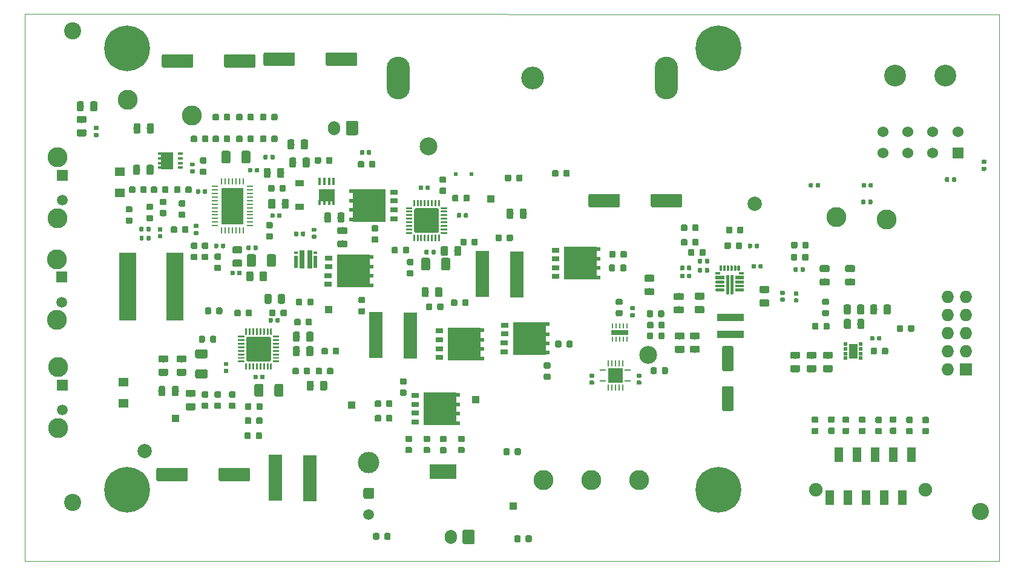
<source format=gbr>
G04 #@! TF.GenerationSoftware,KiCad,Pcbnew,(5.1.2)-1*
G04 #@! TF.CreationDate,2021-03-24T13:07:53+05:45*
G04 #@! TF.ProjectId,Pufferfish-Power-MCU,50756666-6572-4666-9973-682d506f7765,0.0*
G04 #@! TF.SameCoordinates,Original*
G04 #@! TF.FileFunction,Soldermask,Top*
G04 #@! TF.FilePolarity,Negative*
%FSLAX46Y46*%
G04 Gerber Fmt 4.6, Leading zero omitted, Abs format (unit mm)*
G04 Created by KiCad (PCBNEW (5.1.2)-1) date 2021-03-24 13:07:53*
%MOMM*%
%LPD*%
G04 APERTURE LIST*
%ADD10C,0.100000*%
%ADD11R,1.120000X0.650000*%
%ADD12R,0.700000X0.600000*%
%ADD13C,1.000000*%
%ADD14R,1.800000X1.700000*%
%ADD15R,4.570000X4.600000*%
%ADD16R,1.400000X1.300000*%
%ADD17R,1.727200X1.727200*%
%ADD18O,1.727200X1.727200*%
%ADD19C,2.799999*%
%ADD20C,1.520000*%
%ADD21R,1.520000X1.520000*%
%ADD22C,0.875000*%
%ADD23C,2.500000*%
%ADD24R,1.920000X6.500000*%
%ADD25C,3.200000*%
%ADD26O,3.250000X6.000000*%
%ADD27C,1.900000*%
%ADD28C,2.400000*%
%ADD29R,2.380000X9.510000*%
%ADD30R,0.599999X0.499999*%
%ADD31R,1.200000X2.000001*%
%ADD32R,1.200000X2.000000*%
%ADD33C,0.590000*%
%ADD34R,1.530000X1.530000*%
%ADD35C,1.530000*%
%ADD36C,3.050000*%
%ADD37R,0.860000X0.270000*%
%ADD38R,0.270000X0.860000*%
%ADD39R,3.150000X5.150000*%
%ADD40R,0.500000X0.500000*%
%ADD41C,0.250000*%
%ADD42C,3.450000*%
%ADD43R,2.400000X0.640000*%
%ADD44R,0.250000X0.700000*%
%ADD45C,0.975000*%
%ADD46C,1.600000*%
%ADD47C,0.800000*%
%ADD48C,6.400000*%
%ADD49C,1.500000*%
%ADD50C,3.000000*%
%ADD51R,3.800000X1.000000*%
%ADD52R,3.800000X2.030000*%
%ADD53R,1.000000X1.000000*%
%ADD54C,0.400000*%
%ADD55C,0.350000*%
%ADD56C,0.500000*%
%ADD57R,2.050000X2.050000*%
%ADD58R,0.850000X0.280000*%
%ADD59R,0.280000X0.850000*%
%ADD60R,1.200000X0.900000*%
%ADD61C,1.700000*%
%ADD62O,1.700000X2.000000*%
%ADD63R,1.700000X2.370000*%
%ADD64R,0.700000X0.420000*%
%ADD65R,0.520000X0.450000*%
%ADD66R,0.520000X1.750000*%
%ADD67R,0.750000X2.520000*%
%ADD68C,1.250000*%
%ADD69R,0.405000X0.990000*%
%ADD70R,2.235000X1.725000*%
%ADD71R,0.405000X0.760000*%
%ADD72C,2.800000*%
%ADD73C,2.000000*%
G04 APERTURE END LIST*
D10*
X203287400Y-43052600D02*
X66977400Y-42972600D01*
X203287400Y-119552600D02*
X203287400Y-43052600D01*
X66977400Y-119552600D02*
X203287400Y-119552600D01*
X66977400Y-42972600D02*
X66977400Y-119552600D01*
X82946666Y-47752000D02*
G75*
G03X82946666Y-47752000I-1666666J0D01*
G01*
X78780000Y-47752000D02*
X83780000Y-47752000D01*
X81280000Y-45252000D02*
X81280000Y-50252000D01*
D11*
G04 #@! TO.C,U10*
X141247400Y-79732600D03*
X141247400Y-78482600D03*
X141257400Y-77252600D03*
D12*
X147187400Y-79872600D03*
X147187400Y-78532600D03*
X147187400Y-77262600D03*
D13*
X143487400Y-79302600D03*
X145987400Y-76427600D03*
X143508000Y-76446360D03*
X145962400Y-79277600D03*
D12*
X147187400Y-75872600D03*
D11*
X141257400Y-76012600D03*
D14*
X143637400Y-79092600D03*
X143637400Y-76692600D03*
X145787400Y-79092600D03*
X145787400Y-76692600D03*
D15*
X144737400Y-77872600D03*
G04 #@! TD*
D11*
G04 #@! TO.C,U9*
X124967400Y-91062600D03*
X124967400Y-89812600D03*
X124977400Y-88582600D03*
D12*
X130907400Y-91202600D03*
X130907400Y-89862600D03*
X130907400Y-88592600D03*
D13*
X127207400Y-90632600D03*
X129707400Y-87757600D03*
X127228000Y-87776360D03*
X129682400Y-90607600D03*
D12*
X130907400Y-87202600D03*
D11*
X124977400Y-87342600D03*
D14*
X127357400Y-90422600D03*
X127357400Y-88022600D03*
X129507400Y-90422600D03*
X129507400Y-88022600D03*
D15*
X128457400Y-89202600D03*
G04 #@! TD*
D11*
G04 #@! TO.C,U8*
X118627400Y-67892600D03*
X118627400Y-69142600D03*
X118617400Y-70372600D03*
D12*
X112687400Y-67752600D03*
X112687400Y-69092600D03*
X112687400Y-70362600D03*
D13*
X116387400Y-68322600D03*
X113887400Y-71197600D03*
X116366800Y-71178840D03*
X113912400Y-68347600D03*
D12*
X112687400Y-71752600D03*
D11*
X118617400Y-71612600D03*
D14*
X116237400Y-68532600D03*
X116237400Y-70932600D03*
X114087400Y-68532600D03*
X114087400Y-70932600D03*
D15*
X115137400Y-69752600D03*
G04 #@! TD*
D11*
G04 #@! TO.C,U7*
X109447400Y-80832600D03*
X109447400Y-79582600D03*
X109457400Y-78352600D03*
D12*
X115387400Y-80972600D03*
X115387400Y-79632600D03*
X115387400Y-78362600D03*
D13*
X111687400Y-80402600D03*
X114187400Y-77527600D03*
X111708000Y-77546360D03*
X114162400Y-80377600D03*
D12*
X115387400Y-76972600D03*
D11*
X109457400Y-77112600D03*
D14*
X111837400Y-80192600D03*
X111837400Y-77792600D03*
X113987400Y-80192600D03*
X113987400Y-77792600D03*
D15*
X112937400Y-78972600D03*
G04 #@! TD*
D11*
G04 #@! TO.C,Q6*
X121577400Y-100112600D03*
X121577400Y-98862600D03*
X121587400Y-97632600D03*
D12*
X127517400Y-100252600D03*
X127517400Y-98912600D03*
X127517400Y-97642600D03*
D13*
X123817400Y-99682600D03*
X126317400Y-96807600D03*
X123838000Y-96826360D03*
X126292400Y-99657600D03*
D12*
X127517400Y-96252600D03*
D11*
X121587400Y-96392600D03*
D14*
X123967400Y-99472600D03*
X123967400Y-97072600D03*
X126117400Y-99472600D03*
X126117400Y-97072600D03*
D15*
X125067400Y-98252600D03*
G04 #@! TD*
D11*
G04 #@! TO.C,Q5*
X134077400Y-90252600D03*
X134077400Y-89002600D03*
X134087400Y-87772600D03*
D12*
X140017400Y-90392600D03*
X140017400Y-89052600D03*
X140017400Y-87782600D03*
D13*
X136317400Y-89822600D03*
X138817400Y-86947600D03*
X136338000Y-86966360D03*
X138792400Y-89797600D03*
D12*
X140017400Y-86392600D03*
D11*
X134087400Y-86532600D03*
D14*
X136467400Y-89612600D03*
X136467400Y-87212600D03*
X138617400Y-89612600D03*
X138617400Y-87212600D03*
D15*
X137567400Y-88392600D03*
G04 #@! TD*
D16*
G04 #@! TO.C,D2*
X80758600Y-97458300D03*
X80758600Y-94548300D03*
G04 #@! TD*
G04 #@! TO.C,D1*
X80264000Y-67998000D03*
X80264000Y-65088000D03*
G04 #@! TD*
D17*
G04 #@! TO.C,P1*
X198628000Y-92710000D03*
D18*
X196088000Y-92710000D03*
X198628000Y-90170000D03*
X196088000Y-90170000D03*
X198628000Y-87630000D03*
X196088000Y-87630000D03*
X198628000Y-85090000D03*
X196088000Y-85090000D03*
X198628000Y-82550000D03*
X196088000Y-82550000D03*
G04 #@! TD*
D19*
G04 #@! TO.C,J5*
X71568799Y-71528161D03*
X71568799Y-63028178D03*
D20*
X72198800Y-69028301D03*
D21*
X72198800Y-65528300D03*
G04 #@! TD*
D19*
G04 #@! TO.C,J4*
X71517399Y-85812461D03*
X71517399Y-77312478D03*
D20*
X72147400Y-83312601D03*
D21*
X72147400Y-79812600D03*
G04 #@! TD*
G04 #@! TO.C,J6*
X72237400Y-94912600D03*
D20*
X72237400Y-98412601D03*
D19*
X71607399Y-92412478D03*
X71607399Y-100912461D03*
G04 #@! TD*
D10*
G04 #@! TO.C,C90*
G36*
X125753691Y-65705053D02*
G01*
X125774926Y-65708203D01*
X125795750Y-65713419D01*
X125815962Y-65720651D01*
X125835368Y-65729830D01*
X125853781Y-65740866D01*
X125871024Y-65753654D01*
X125886930Y-65768070D01*
X125901346Y-65783976D01*
X125914134Y-65801219D01*
X125925170Y-65819632D01*
X125934349Y-65839038D01*
X125941581Y-65859250D01*
X125946797Y-65880074D01*
X125949947Y-65901309D01*
X125951000Y-65922750D01*
X125951000Y-66360250D01*
X125949947Y-66381691D01*
X125946797Y-66402926D01*
X125941581Y-66423750D01*
X125934349Y-66443962D01*
X125925170Y-66463368D01*
X125914134Y-66481781D01*
X125901346Y-66499024D01*
X125886930Y-66514930D01*
X125871024Y-66529346D01*
X125853781Y-66542134D01*
X125835368Y-66553170D01*
X125815962Y-66562349D01*
X125795750Y-66569581D01*
X125774926Y-66574797D01*
X125753691Y-66577947D01*
X125732250Y-66579000D01*
X125219750Y-66579000D01*
X125198309Y-66577947D01*
X125177074Y-66574797D01*
X125156250Y-66569581D01*
X125136038Y-66562349D01*
X125116632Y-66553170D01*
X125098219Y-66542134D01*
X125080976Y-66529346D01*
X125065070Y-66514930D01*
X125050654Y-66499024D01*
X125037866Y-66481781D01*
X125026830Y-66463368D01*
X125017651Y-66443962D01*
X125010419Y-66423750D01*
X125005203Y-66402926D01*
X125002053Y-66381691D01*
X125001000Y-66360250D01*
X125001000Y-65922750D01*
X125002053Y-65901309D01*
X125005203Y-65880074D01*
X125010419Y-65859250D01*
X125017651Y-65839038D01*
X125026830Y-65819632D01*
X125037866Y-65801219D01*
X125050654Y-65783976D01*
X125065070Y-65768070D01*
X125080976Y-65753654D01*
X125098219Y-65740866D01*
X125116632Y-65729830D01*
X125136038Y-65720651D01*
X125156250Y-65713419D01*
X125177074Y-65708203D01*
X125198309Y-65705053D01*
X125219750Y-65704000D01*
X125732250Y-65704000D01*
X125753691Y-65705053D01*
X125753691Y-65705053D01*
G37*
D22*
X125476000Y-66141500D03*
D10*
G36*
X125753691Y-67280053D02*
G01*
X125774926Y-67283203D01*
X125795750Y-67288419D01*
X125815962Y-67295651D01*
X125835368Y-67304830D01*
X125853781Y-67315866D01*
X125871024Y-67328654D01*
X125886930Y-67343070D01*
X125901346Y-67358976D01*
X125914134Y-67376219D01*
X125925170Y-67394632D01*
X125934349Y-67414038D01*
X125941581Y-67434250D01*
X125946797Y-67455074D01*
X125949947Y-67476309D01*
X125951000Y-67497750D01*
X125951000Y-67935250D01*
X125949947Y-67956691D01*
X125946797Y-67977926D01*
X125941581Y-67998750D01*
X125934349Y-68018962D01*
X125925170Y-68038368D01*
X125914134Y-68056781D01*
X125901346Y-68074024D01*
X125886930Y-68089930D01*
X125871024Y-68104346D01*
X125853781Y-68117134D01*
X125835368Y-68128170D01*
X125815962Y-68137349D01*
X125795750Y-68144581D01*
X125774926Y-68149797D01*
X125753691Y-68152947D01*
X125732250Y-68154000D01*
X125219750Y-68154000D01*
X125198309Y-68152947D01*
X125177074Y-68149797D01*
X125156250Y-68144581D01*
X125136038Y-68137349D01*
X125116632Y-68128170D01*
X125098219Y-68117134D01*
X125080976Y-68104346D01*
X125065070Y-68089930D01*
X125050654Y-68074024D01*
X125037866Y-68056781D01*
X125026830Y-68038368D01*
X125017651Y-68018962D01*
X125010419Y-67998750D01*
X125005203Y-67977926D01*
X125002053Y-67956691D01*
X125001000Y-67935250D01*
X125001000Y-67497750D01*
X125002053Y-67476309D01*
X125005203Y-67455074D01*
X125010419Y-67434250D01*
X125017651Y-67414038D01*
X125026830Y-67394632D01*
X125037866Y-67376219D01*
X125050654Y-67358976D01*
X125065070Y-67343070D01*
X125080976Y-67328654D01*
X125098219Y-67315866D01*
X125116632Y-67304830D01*
X125136038Y-67295651D01*
X125156250Y-67288419D01*
X125177074Y-67283203D01*
X125198309Y-67280053D01*
X125219750Y-67279000D01*
X125732250Y-67279000D01*
X125753691Y-67280053D01*
X125753691Y-67280053D01*
G37*
D22*
X125476000Y-67716500D03*
G04 #@! TD*
D23*
G04 #@! TO.C,TP4*
X154178000Y-90678000D03*
G04 #@! TD*
D24*
G04 #@! TO.C,L4*
X102067400Y-107857600D03*
X106877400Y-107947600D03*
G04 #@! TD*
D10*
G04 #@! TO.C,R26*
G36*
X154735091Y-86053653D02*
G01*
X154756326Y-86056803D01*
X154777150Y-86062019D01*
X154797362Y-86069251D01*
X154816768Y-86078430D01*
X154835181Y-86089466D01*
X154852424Y-86102254D01*
X154868330Y-86116670D01*
X154882746Y-86132576D01*
X154895534Y-86149819D01*
X154906570Y-86168232D01*
X154915749Y-86187638D01*
X154922981Y-86207850D01*
X154928197Y-86228674D01*
X154931347Y-86249909D01*
X154932400Y-86271350D01*
X154932400Y-86783850D01*
X154931347Y-86805291D01*
X154928197Y-86826526D01*
X154922981Y-86847350D01*
X154915749Y-86867562D01*
X154906570Y-86886968D01*
X154895534Y-86905381D01*
X154882746Y-86922624D01*
X154868330Y-86938530D01*
X154852424Y-86952946D01*
X154835181Y-86965734D01*
X154816768Y-86976770D01*
X154797362Y-86985949D01*
X154777150Y-86993181D01*
X154756326Y-86998397D01*
X154735091Y-87001547D01*
X154713650Y-87002600D01*
X154276150Y-87002600D01*
X154254709Y-87001547D01*
X154233474Y-86998397D01*
X154212650Y-86993181D01*
X154192438Y-86985949D01*
X154173032Y-86976770D01*
X154154619Y-86965734D01*
X154137376Y-86952946D01*
X154121470Y-86938530D01*
X154107054Y-86922624D01*
X154094266Y-86905381D01*
X154083230Y-86886968D01*
X154074051Y-86867562D01*
X154066819Y-86847350D01*
X154061603Y-86826526D01*
X154058453Y-86805291D01*
X154057400Y-86783850D01*
X154057400Y-86271350D01*
X154058453Y-86249909D01*
X154061603Y-86228674D01*
X154066819Y-86207850D01*
X154074051Y-86187638D01*
X154083230Y-86168232D01*
X154094266Y-86149819D01*
X154107054Y-86132576D01*
X154121470Y-86116670D01*
X154137376Y-86102254D01*
X154154619Y-86089466D01*
X154173032Y-86078430D01*
X154192438Y-86069251D01*
X154212650Y-86062019D01*
X154233474Y-86056803D01*
X154254709Y-86053653D01*
X154276150Y-86052600D01*
X154713650Y-86052600D01*
X154735091Y-86053653D01*
X154735091Y-86053653D01*
G37*
D22*
X154494900Y-86527600D03*
D10*
G36*
X156310091Y-86053653D02*
G01*
X156331326Y-86056803D01*
X156352150Y-86062019D01*
X156372362Y-86069251D01*
X156391768Y-86078430D01*
X156410181Y-86089466D01*
X156427424Y-86102254D01*
X156443330Y-86116670D01*
X156457746Y-86132576D01*
X156470534Y-86149819D01*
X156481570Y-86168232D01*
X156490749Y-86187638D01*
X156497981Y-86207850D01*
X156503197Y-86228674D01*
X156506347Y-86249909D01*
X156507400Y-86271350D01*
X156507400Y-86783850D01*
X156506347Y-86805291D01*
X156503197Y-86826526D01*
X156497981Y-86847350D01*
X156490749Y-86867562D01*
X156481570Y-86886968D01*
X156470534Y-86905381D01*
X156457746Y-86922624D01*
X156443330Y-86938530D01*
X156427424Y-86952946D01*
X156410181Y-86965734D01*
X156391768Y-86976770D01*
X156372362Y-86985949D01*
X156352150Y-86993181D01*
X156331326Y-86998397D01*
X156310091Y-87001547D01*
X156288650Y-87002600D01*
X155851150Y-87002600D01*
X155829709Y-87001547D01*
X155808474Y-86998397D01*
X155787650Y-86993181D01*
X155767438Y-86985949D01*
X155748032Y-86976770D01*
X155729619Y-86965734D01*
X155712376Y-86952946D01*
X155696470Y-86938530D01*
X155682054Y-86922624D01*
X155669266Y-86905381D01*
X155658230Y-86886968D01*
X155649051Y-86867562D01*
X155641819Y-86847350D01*
X155636603Y-86826526D01*
X155633453Y-86805291D01*
X155632400Y-86783850D01*
X155632400Y-86271350D01*
X155633453Y-86249909D01*
X155636603Y-86228674D01*
X155641819Y-86207850D01*
X155649051Y-86187638D01*
X155658230Y-86168232D01*
X155669266Y-86149819D01*
X155682054Y-86132576D01*
X155696470Y-86116670D01*
X155712376Y-86102254D01*
X155729619Y-86089466D01*
X155748032Y-86078430D01*
X155767438Y-86069251D01*
X155787650Y-86062019D01*
X155808474Y-86056803D01*
X155829709Y-86053653D01*
X155851150Y-86052600D01*
X156288650Y-86052600D01*
X156310091Y-86053653D01*
X156310091Y-86053653D01*
G37*
D22*
X156069900Y-86527600D03*
G04 #@! TD*
D25*
G04 #@! TO.C,F1*
X138005400Y-51926600D03*
D26*
X119255400Y-51926600D03*
X156755400Y-51926600D03*
G04 #@! TD*
D10*
G04 #@! TO.C,C24*
G36*
X98272505Y-106493204D02*
G01*
X98296773Y-106496804D01*
X98320572Y-106502765D01*
X98343671Y-106511030D01*
X98365850Y-106521520D01*
X98386893Y-106534132D01*
X98406599Y-106548747D01*
X98424777Y-106565223D01*
X98441253Y-106583401D01*
X98455868Y-106603107D01*
X98468480Y-106624150D01*
X98478970Y-106646329D01*
X98487235Y-106669428D01*
X98493196Y-106693227D01*
X98496796Y-106717495D01*
X98498000Y-106741999D01*
X98498000Y-108142001D01*
X98496796Y-108166505D01*
X98493196Y-108190773D01*
X98487235Y-108214572D01*
X98478970Y-108237671D01*
X98468480Y-108259850D01*
X98455868Y-108280893D01*
X98441253Y-108300599D01*
X98424777Y-108318777D01*
X98406599Y-108335253D01*
X98386893Y-108349868D01*
X98365850Y-108362480D01*
X98343671Y-108372970D01*
X98320572Y-108381235D01*
X98296773Y-108387196D01*
X98272505Y-108390796D01*
X98248001Y-108392000D01*
X94347999Y-108392000D01*
X94323495Y-108390796D01*
X94299227Y-108387196D01*
X94275428Y-108381235D01*
X94252329Y-108372970D01*
X94230150Y-108362480D01*
X94209107Y-108349868D01*
X94189401Y-108335253D01*
X94171223Y-108318777D01*
X94154747Y-108300599D01*
X94140132Y-108280893D01*
X94127520Y-108259850D01*
X94117030Y-108237671D01*
X94108765Y-108214572D01*
X94102804Y-108190773D01*
X94099204Y-108166505D01*
X94098000Y-108142001D01*
X94098000Y-106741999D01*
X94099204Y-106717495D01*
X94102804Y-106693227D01*
X94108765Y-106669428D01*
X94117030Y-106646329D01*
X94127520Y-106624150D01*
X94140132Y-106603107D01*
X94154747Y-106583401D01*
X94171223Y-106565223D01*
X94189401Y-106548747D01*
X94209107Y-106534132D01*
X94230150Y-106521520D01*
X94252329Y-106511030D01*
X94275428Y-106502765D01*
X94299227Y-106496804D01*
X94323495Y-106493204D01*
X94347999Y-106492000D01*
X98248001Y-106492000D01*
X98272505Y-106493204D01*
X98272505Y-106493204D01*
G37*
D27*
X96298000Y-107442000D03*
D10*
G36*
X89572505Y-106493204D02*
G01*
X89596773Y-106496804D01*
X89620572Y-106502765D01*
X89643671Y-106511030D01*
X89665850Y-106521520D01*
X89686893Y-106534132D01*
X89706599Y-106548747D01*
X89724777Y-106565223D01*
X89741253Y-106583401D01*
X89755868Y-106603107D01*
X89768480Y-106624150D01*
X89778970Y-106646329D01*
X89787235Y-106669428D01*
X89793196Y-106693227D01*
X89796796Y-106717495D01*
X89798000Y-106741999D01*
X89798000Y-108142001D01*
X89796796Y-108166505D01*
X89793196Y-108190773D01*
X89787235Y-108214572D01*
X89778970Y-108237671D01*
X89768480Y-108259850D01*
X89755868Y-108280893D01*
X89741253Y-108300599D01*
X89724777Y-108318777D01*
X89706599Y-108335253D01*
X89686893Y-108349868D01*
X89665850Y-108362480D01*
X89643671Y-108372970D01*
X89620572Y-108381235D01*
X89596773Y-108387196D01*
X89572505Y-108390796D01*
X89548001Y-108392000D01*
X85647999Y-108392000D01*
X85623495Y-108390796D01*
X85599227Y-108387196D01*
X85575428Y-108381235D01*
X85552329Y-108372970D01*
X85530150Y-108362480D01*
X85509107Y-108349868D01*
X85489401Y-108335253D01*
X85471223Y-108318777D01*
X85454747Y-108300599D01*
X85440132Y-108280893D01*
X85427520Y-108259850D01*
X85417030Y-108237671D01*
X85408765Y-108214572D01*
X85402804Y-108190773D01*
X85399204Y-108166505D01*
X85398000Y-108142001D01*
X85398000Y-106741999D01*
X85399204Y-106717495D01*
X85402804Y-106693227D01*
X85408765Y-106669428D01*
X85417030Y-106646329D01*
X85427520Y-106624150D01*
X85440132Y-106603107D01*
X85454747Y-106583401D01*
X85471223Y-106565223D01*
X85489401Y-106548747D01*
X85509107Y-106534132D01*
X85530150Y-106521520D01*
X85552329Y-106511030D01*
X85575428Y-106502765D01*
X85599227Y-106496804D01*
X85623495Y-106493204D01*
X85647999Y-106492000D01*
X89548001Y-106492000D01*
X89572505Y-106493204D01*
X89572505Y-106493204D01*
G37*
D27*
X87598000Y-107442000D03*
G04 #@! TD*
D28*
G04 #@! TO.C,FID1*
X200697400Y-112632600D03*
G04 #@! TD*
G04 #@! TO.C,FID1*
X73697400Y-111362600D03*
G04 #@! TD*
D29*
G04 #@! TO.C,L3*
X88025000Y-81100000D03*
X81375000Y-81100000D03*
G04 #@! TD*
D24*
G04 #@! TO.C,L5*
X120934000Y-87997600D03*
X116124000Y-87907600D03*
G04 #@! TD*
G04 #@! TO.C,L6*
X135793000Y-79420000D03*
X130983000Y-79330000D03*
G04 #@! TD*
D30*
G04 #@! TO.C,U3*
X181830000Y-89195001D03*
X181830000Y-89844999D03*
X181830000Y-90495001D03*
X181830000Y-91144999D03*
X183930000Y-91144999D03*
X183930000Y-90495001D03*
X183930000Y-89844999D03*
X183930000Y-89195001D03*
D31*
X182880000Y-90170000D03*
G04 #@! TD*
D27*
G04 #@! TO.C,J2*
X192933000Y-109596000D03*
X177653000Y-109596000D03*
D32*
X191003000Y-104696000D03*
X188463000Y-104696000D03*
X185923000Y-104696000D03*
X183383000Y-104696000D03*
X180843000Y-104696000D03*
X189743000Y-110696000D03*
X187203000Y-110696000D03*
X184663000Y-110696000D03*
X182123000Y-110696000D03*
X179583000Y-110696000D03*
G04 #@! TD*
D10*
G04 #@! TO.C,C15*
G36*
X94257691Y-76500053D02*
G01*
X94278926Y-76503203D01*
X94299750Y-76508419D01*
X94319962Y-76515651D01*
X94339368Y-76524830D01*
X94357781Y-76535866D01*
X94375024Y-76548654D01*
X94390930Y-76563070D01*
X94405346Y-76578976D01*
X94418134Y-76596219D01*
X94429170Y-76614632D01*
X94438349Y-76634038D01*
X94445581Y-76654250D01*
X94450797Y-76675074D01*
X94453947Y-76696309D01*
X94455000Y-76717750D01*
X94455000Y-77155250D01*
X94453947Y-77176691D01*
X94450797Y-77197926D01*
X94445581Y-77218750D01*
X94438349Y-77238962D01*
X94429170Y-77258368D01*
X94418134Y-77276781D01*
X94405346Y-77294024D01*
X94390930Y-77309930D01*
X94375024Y-77324346D01*
X94357781Y-77337134D01*
X94339368Y-77348170D01*
X94319962Y-77357349D01*
X94299750Y-77364581D01*
X94278926Y-77369797D01*
X94257691Y-77372947D01*
X94236250Y-77374000D01*
X93723750Y-77374000D01*
X93702309Y-77372947D01*
X93681074Y-77369797D01*
X93660250Y-77364581D01*
X93640038Y-77357349D01*
X93620632Y-77348170D01*
X93602219Y-77337134D01*
X93584976Y-77324346D01*
X93569070Y-77309930D01*
X93554654Y-77294024D01*
X93541866Y-77276781D01*
X93530830Y-77258368D01*
X93521651Y-77238962D01*
X93514419Y-77218750D01*
X93509203Y-77197926D01*
X93506053Y-77176691D01*
X93505000Y-77155250D01*
X93505000Y-76717750D01*
X93506053Y-76696309D01*
X93509203Y-76675074D01*
X93514419Y-76654250D01*
X93521651Y-76634038D01*
X93530830Y-76614632D01*
X93541866Y-76596219D01*
X93554654Y-76578976D01*
X93569070Y-76563070D01*
X93584976Y-76548654D01*
X93602219Y-76535866D01*
X93620632Y-76524830D01*
X93640038Y-76515651D01*
X93660250Y-76508419D01*
X93681074Y-76503203D01*
X93702309Y-76500053D01*
X93723750Y-76499000D01*
X94236250Y-76499000D01*
X94257691Y-76500053D01*
X94257691Y-76500053D01*
G37*
D22*
X93980000Y-76936500D03*
D10*
G36*
X94257691Y-78075053D02*
G01*
X94278926Y-78078203D01*
X94299750Y-78083419D01*
X94319962Y-78090651D01*
X94339368Y-78099830D01*
X94357781Y-78110866D01*
X94375024Y-78123654D01*
X94390930Y-78138070D01*
X94405346Y-78153976D01*
X94418134Y-78171219D01*
X94429170Y-78189632D01*
X94438349Y-78209038D01*
X94445581Y-78229250D01*
X94450797Y-78250074D01*
X94453947Y-78271309D01*
X94455000Y-78292750D01*
X94455000Y-78730250D01*
X94453947Y-78751691D01*
X94450797Y-78772926D01*
X94445581Y-78793750D01*
X94438349Y-78813962D01*
X94429170Y-78833368D01*
X94418134Y-78851781D01*
X94405346Y-78869024D01*
X94390930Y-78884930D01*
X94375024Y-78899346D01*
X94357781Y-78912134D01*
X94339368Y-78923170D01*
X94319962Y-78932349D01*
X94299750Y-78939581D01*
X94278926Y-78944797D01*
X94257691Y-78947947D01*
X94236250Y-78949000D01*
X93723750Y-78949000D01*
X93702309Y-78947947D01*
X93681074Y-78944797D01*
X93660250Y-78939581D01*
X93640038Y-78932349D01*
X93620632Y-78923170D01*
X93602219Y-78912134D01*
X93584976Y-78899346D01*
X93569070Y-78884930D01*
X93554654Y-78869024D01*
X93541866Y-78851781D01*
X93530830Y-78833368D01*
X93521651Y-78813962D01*
X93514419Y-78793750D01*
X93509203Y-78772926D01*
X93506053Y-78751691D01*
X93505000Y-78730250D01*
X93505000Y-78292750D01*
X93506053Y-78271309D01*
X93509203Y-78250074D01*
X93514419Y-78229250D01*
X93521651Y-78209038D01*
X93530830Y-78189632D01*
X93541866Y-78171219D01*
X93554654Y-78153976D01*
X93569070Y-78138070D01*
X93584976Y-78123654D01*
X93602219Y-78110866D01*
X93620632Y-78099830D01*
X93640038Y-78090651D01*
X93660250Y-78083419D01*
X93681074Y-78078203D01*
X93702309Y-78075053D01*
X93723750Y-78074000D01*
X94236250Y-78074000D01*
X94257691Y-78075053D01*
X94257691Y-78075053D01*
G37*
D22*
X93980000Y-78511500D03*
G04 #@! TD*
D10*
G04 #@! TO.C,C80*
G36*
X102500958Y-85532710D02*
G01*
X102515276Y-85534834D01*
X102529317Y-85538351D01*
X102542946Y-85543228D01*
X102556031Y-85549417D01*
X102568447Y-85556858D01*
X102580073Y-85565481D01*
X102590798Y-85575202D01*
X102600519Y-85585927D01*
X102609142Y-85597553D01*
X102616583Y-85609969D01*
X102622772Y-85623054D01*
X102627649Y-85636683D01*
X102631166Y-85650724D01*
X102633290Y-85665042D01*
X102634000Y-85679500D01*
X102634000Y-86024500D01*
X102633290Y-86038958D01*
X102631166Y-86053276D01*
X102627649Y-86067317D01*
X102622772Y-86080946D01*
X102616583Y-86094031D01*
X102609142Y-86106447D01*
X102600519Y-86118073D01*
X102590798Y-86128798D01*
X102580073Y-86138519D01*
X102568447Y-86147142D01*
X102556031Y-86154583D01*
X102542946Y-86160772D01*
X102529317Y-86165649D01*
X102515276Y-86169166D01*
X102500958Y-86171290D01*
X102486500Y-86172000D01*
X102191500Y-86172000D01*
X102177042Y-86171290D01*
X102162724Y-86169166D01*
X102148683Y-86165649D01*
X102135054Y-86160772D01*
X102121969Y-86154583D01*
X102109553Y-86147142D01*
X102097927Y-86138519D01*
X102087202Y-86128798D01*
X102077481Y-86118073D01*
X102068858Y-86106447D01*
X102061417Y-86094031D01*
X102055228Y-86080946D01*
X102050351Y-86067317D01*
X102046834Y-86053276D01*
X102044710Y-86038958D01*
X102044000Y-86024500D01*
X102044000Y-85679500D01*
X102044710Y-85665042D01*
X102046834Y-85650724D01*
X102050351Y-85636683D01*
X102055228Y-85623054D01*
X102061417Y-85609969D01*
X102068858Y-85597553D01*
X102077481Y-85585927D01*
X102087202Y-85575202D01*
X102097927Y-85565481D01*
X102109553Y-85556858D01*
X102121969Y-85549417D01*
X102135054Y-85543228D01*
X102148683Y-85538351D01*
X102162724Y-85534834D01*
X102177042Y-85532710D01*
X102191500Y-85532000D01*
X102486500Y-85532000D01*
X102500958Y-85532710D01*
X102500958Y-85532710D01*
G37*
D33*
X102339000Y-85852000D03*
D10*
G36*
X101530958Y-85532710D02*
G01*
X101545276Y-85534834D01*
X101559317Y-85538351D01*
X101572946Y-85543228D01*
X101586031Y-85549417D01*
X101598447Y-85556858D01*
X101610073Y-85565481D01*
X101620798Y-85575202D01*
X101630519Y-85585927D01*
X101639142Y-85597553D01*
X101646583Y-85609969D01*
X101652772Y-85623054D01*
X101657649Y-85636683D01*
X101661166Y-85650724D01*
X101663290Y-85665042D01*
X101664000Y-85679500D01*
X101664000Y-86024500D01*
X101663290Y-86038958D01*
X101661166Y-86053276D01*
X101657649Y-86067317D01*
X101652772Y-86080946D01*
X101646583Y-86094031D01*
X101639142Y-86106447D01*
X101630519Y-86118073D01*
X101620798Y-86128798D01*
X101610073Y-86138519D01*
X101598447Y-86147142D01*
X101586031Y-86154583D01*
X101572946Y-86160772D01*
X101559317Y-86165649D01*
X101545276Y-86169166D01*
X101530958Y-86171290D01*
X101516500Y-86172000D01*
X101221500Y-86172000D01*
X101207042Y-86171290D01*
X101192724Y-86169166D01*
X101178683Y-86165649D01*
X101165054Y-86160772D01*
X101151969Y-86154583D01*
X101139553Y-86147142D01*
X101127927Y-86138519D01*
X101117202Y-86128798D01*
X101107481Y-86118073D01*
X101098858Y-86106447D01*
X101091417Y-86094031D01*
X101085228Y-86080946D01*
X101080351Y-86067317D01*
X101076834Y-86053276D01*
X101074710Y-86038958D01*
X101074000Y-86024500D01*
X101074000Y-85679500D01*
X101074710Y-85665042D01*
X101076834Y-85650724D01*
X101080351Y-85636683D01*
X101085228Y-85623054D01*
X101091417Y-85609969D01*
X101098858Y-85597553D01*
X101107481Y-85585927D01*
X101117202Y-85575202D01*
X101127927Y-85565481D01*
X101139553Y-85556858D01*
X101151969Y-85549417D01*
X101165054Y-85543228D01*
X101178683Y-85538351D01*
X101192724Y-85534834D01*
X101207042Y-85532710D01*
X101221500Y-85532000D01*
X101516500Y-85532000D01*
X101530958Y-85532710D01*
X101530958Y-85532710D01*
G37*
D33*
X101369000Y-85852000D03*
G04 #@! TD*
D34*
G04 #@! TO.C,J1*
X197528000Y-62460000D03*
D35*
X194028000Y-62460000D03*
X190528000Y-62460000D03*
X187028000Y-62460000D03*
X197528000Y-59460000D03*
X194028000Y-59460000D03*
X190528000Y-59460000D03*
X187028000Y-59460000D03*
D36*
X195778000Y-51550000D03*
X188778000Y-51550000D03*
G04 #@! TD*
D10*
G04 #@! TO.C,R29*
G36*
X159124358Y-78193310D02*
G01*
X159138676Y-78195434D01*
X159152717Y-78198951D01*
X159166346Y-78203828D01*
X159179431Y-78210017D01*
X159191847Y-78217458D01*
X159203473Y-78226081D01*
X159214198Y-78235802D01*
X159223919Y-78246527D01*
X159232542Y-78258153D01*
X159239983Y-78270569D01*
X159246172Y-78283654D01*
X159251049Y-78297283D01*
X159254566Y-78311324D01*
X159256690Y-78325642D01*
X159257400Y-78340100D01*
X159257400Y-78685100D01*
X159256690Y-78699558D01*
X159254566Y-78713876D01*
X159251049Y-78727917D01*
X159246172Y-78741546D01*
X159239983Y-78754631D01*
X159232542Y-78767047D01*
X159223919Y-78778673D01*
X159214198Y-78789398D01*
X159203473Y-78799119D01*
X159191847Y-78807742D01*
X159179431Y-78815183D01*
X159166346Y-78821372D01*
X159152717Y-78826249D01*
X159138676Y-78829766D01*
X159124358Y-78831890D01*
X159109900Y-78832600D01*
X158814900Y-78832600D01*
X158800442Y-78831890D01*
X158786124Y-78829766D01*
X158772083Y-78826249D01*
X158758454Y-78821372D01*
X158745369Y-78815183D01*
X158732953Y-78807742D01*
X158721327Y-78799119D01*
X158710602Y-78789398D01*
X158700881Y-78778673D01*
X158692258Y-78767047D01*
X158684817Y-78754631D01*
X158678628Y-78741546D01*
X158673751Y-78727917D01*
X158670234Y-78713876D01*
X158668110Y-78699558D01*
X158667400Y-78685100D01*
X158667400Y-78340100D01*
X158668110Y-78325642D01*
X158670234Y-78311324D01*
X158673751Y-78297283D01*
X158678628Y-78283654D01*
X158684817Y-78270569D01*
X158692258Y-78258153D01*
X158700881Y-78246527D01*
X158710602Y-78235802D01*
X158721327Y-78226081D01*
X158732953Y-78217458D01*
X158745369Y-78210017D01*
X158758454Y-78203828D01*
X158772083Y-78198951D01*
X158786124Y-78195434D01*
X158800442Y-78193310D01*
X158814900Y-78192600D01*
X159109900Y-78192600D01*
X159124358Y-78193310D01*
X159124358Y-78193310D01*
G37*
D33*
X158962400Y-78512600D03*
D10*
G36*
X160094358Y-78193310D02*
G01*
X160108676Y-78195434D01*
X160122717Y-78198951D01*
X160136346Y-78203828D01*
X160149431Y-78210017D01*
X160161847Y-78217458D01*
X160173473Y-78226081D01*
X160184198Y-78235802D01*
X160193919Y-78246527D01*
X160202542Y-78258153D01*
X160209983Y-78270569D01*
X160216172Y-78283654D01*
X160221049Y-78297283D01*
X160224566Y-78311324D01*
X160226690Y-78325642D01*
X160227400Y-78340100D01*
X160227400Y-78685100D01*
X160226690Y-78699558D01*
X160224566Y-78713876D01*
X160221049Y-78727917D01*
X160216172Y-78741546D01*
X160209983Y-78754631D01*
X160202542Y-78767047D01*
X160193919Y-78778673D01*
X160184198Y-78789398D01*
X160173473Y-78799119D01*
X160161847Y-78807742D01*
X160149431Y-78815183D01*
X160136346Y-78821372D01*
X160122717Y-78826249D01*
X160108676Y-78829766D01*
X160094358Y-78831890D01*
X160079900Y-78832600D01*
X159784900Y-78832600D01*
X159770442Y-78831890D01*
X159756124Y-78829766D01*
X159742083Y-78826249D01*
X159728454Y-78821372D01*
X159715369Y-78815183D01*
X159702953Y-78807742D01*
X159691327Y-78799119D01*
X159680602Y-78789398D01*
X159670881Y-78778673D01*
X159662258Y-78767047D01*
X159654817Y-78754631D01*
X159648628Y-78741546D01*
X159643751Y-78727917D01*
X159640234Y-78713876D01*
X159638110Y-78699558D01*
X159637400Y-78685100D01*
X159637400Y-78340100D01*
X159638110Y-78325642D01*
X159640234Y-78311324D01*
X159643751Y-78297283D01*
X159648628Y-78283654D01*
X159654817Y-78270569D01*
X159662258Y-78258153D01*
X159670881Y-78246527D01*
X159680602Y-78235802D01*
X159691327Y-78226081D01*
X159702953Y-78217458D01*
X159715369Y-78210017D01*
X159728454Y-78203828D01*
X159742083Y-78198951D01*
X159756124Y-78195434D01*
X159770442Y-78193310D01*
X159784900Y-78192600D01*
X160079900Y-78192600D01*
X160094358Y-78193310D01*
X160094358Y-78193310D01*
G37*
D33*
X159932400Y-78512600D03*
G04 #@! TD*
D10*
G04 #@! TO.C,C23*
G36*
X99034505Y-48581204D02*
G01*
X99058773Y-48584804D01*
X99082572Y-48590765D01*
X99105671Y-48599030D01*
X99127850Y-48609520D01*
X99148893Y-48622132D01*
X99168599Y-48636747D01*
X99186777Y-48653223D01*
X99203253Y-48671401D01*
X99217868Y-48691107D01*
X99230480Y-48712150D01*
X99240970Y-48734329D01*
X99249235Y-48757428D01*
X99255196Y-48781227D01*
X99258796Y-48805495D01*
X99260000Y-48829999D01*
X99260000Y-50230001D01*
X99258796Y-50254505D01*
X99255196Y-50278773D01*
X99249235Y-50302572D01*
X99240970Y-50325671D01*
X99230480Y-50347850D01*
X99217868Y-50368893D01*
X99203253Y-50388599D01*
X99186777Y-50406777D01*
X99168599Y-50423253D01*
X99148893Y-50437868D01*
X99127850Y-50450480D01*
X99105671Y-50460970D01*
X99082572Y-50469235D01*
X99058773Y-50475196D01*
X99034505Y-50478796D01*
X99010001Y-50480000D01*
X95109999Y-50480000D01*
X95085495Y-50478796D01*
X95061227Y-50475196D01*
X95037428Y-50469235D01*
X95014329Y-50460970D01*
X94992150Y-50450480D01*
X94971107Y-50437868D01*
X94951401Y-50423253D01*
X94933223Y-50406777D01*
X94916747Y-50388599D01*
X94902132Y-50368893D01*
X94889520Y-50347850D01*
X94879030Y-50325671D01*
X94870765Y-50302572D01*
X94864804Y-50278773D01*
X94861204Y-50254505D01*
X94860000Y-50230001D01*
X94860000Y-48829999D01*
X94861204Y-48805495D01*
X94864804Y-48781227D01*
X94870765Y-48757428D01*
X94879030Y-48734329D01*
X94889520Y-48712150D01*
X94902132Y-48691107D01*
X94916747Y-48671401D01*
X94933223Y-48653223D01*
X94951401Y-48636747D01*
X94971107Y-48622132D01*
X94992150Y-48609520D01*
X95014329Y-48599030D01*
X95037428Y-48590765D01*
X95061227Y-48584804D01*
X95085495Y-48581204D01*
X95109999Y-48580000D01*
X99010001Y-48580000D01*
X99034505Y-48581204D01*
X99034505Y-48581204D01*
G37*
D27*
X97060000Y-49530000D03*
D10*
G36*
X90334505Y-48581204D02*
G01*
X90358773Y-48584804D01*
X90382572Y-48590765D01*
X90405671Y-48599030D01*
X90427850Y-48609520D01*
X90448893Y-48622132D01*
X90468599Y-48636747D01*
X90486777Y-48653223D01*
X90503253Y-48671401D01*
X90517868Y-48691107D01*
X90530480Y-48712150D01*
X90540970Y-48734329D01*
X90549235Y-48757428D01*
X90555196Y-48781227D01*
X90558796Y-48805495D01*
X90560000Y-48829999D01*
X90560000Y-50230001D01*
X90558796Y-50254505D01*
X90555196Y-50278773D01*
X90549235Y-50302572D01*
X90540970Y-50325671D01*
X90530480Y-50347850D01*
X90517868Y-50368893D01*
X90503253Y-50388599D01*
X90486777Y-50406777D01*
X90468599Y-50423253D01*
X90448893Y-50437868D01*
X90427850Y-50450480D01*
X90405671Y-50460970D01*
X90382572Y-50469235D01*
X90358773Y-50475196D01*
X90334505Y-50478796D01*
X90310001Y-50480000D01*
X86409999Y-50480000D01*
X86385495Y-50478796D01*
X86361227Y-50475196D01*
X86337428Y-50469235D01*
X86314329Y-50460970D01*
X86292150Y-50450480D01*
X86271107Y-50437868D01*
X86251401Y-50423253D01*
X86233223Y-50406777D01*
X86216747Y-50388599D01*
X86202132Y-50368893D01*
X86189520Y-50347850D01*
X86179030Y-50325671D01*
X86170765Y-50302572D01*
X86164804Y-50278773D01*
X86161204Y-50254505D01*
X86160000Y-50230001D01*
X86160000Y-48829999D01*
X86161204Y-48805495D01*
X86164804Y-48781227D01*
X86170765Y-48757428D01*
X86179030Y-48734329D01*
X86189520Y-48712150D01*
X86202132Y-48691107D01*
X86216747Y-48671401D01*
X86233223Y-48653223D01*
X86251401Y-48636747D01*
X86271107Y-48622132D01*
X86292150Y-48609520D01*
X86314329Y-48599030D01*
X86337428Y-48590765D01*
X86361227Y-48584804D01*
X86385495Y-48581204D01*
X86409999Y-48580000D01*
X90310001Y-48580000D01*
X90334505Y-48581204D01*
X90334505Y-48581204D01*
G37*
D27*
X88360000Y-49530000D03*
G04 #@! TD*
D10*
G04 #@! TO.C,C110*
G36*
X185494358Y-66623310D02*
G01*
X185508676Y-66625434D01*
X185522717Y-66628951D01*
X185536346Y-66633828D01*
X185549431Y-66640017D01*
X185561847Y-66647458D01*
X185573473Y-66656081D01*
X185584198Y-66665802D01*
X185593919Y-66676527D01*
X185602542Y-66688153D01*
X185609983Y-66700569D01*
X185616172Y-66713654D01*
X185621049Y-66727283D01*
X185624566Y-66741324D01*
X185626690Y-66755642D01*
X185627400Y-66770100D01*
X185627400Y-67115100D01*
X185626690Y-67129558D01*
X185624566Y-67143876D01*
X185621049Y-67157917D01*
X185616172Y-67171546D01*
X185609983Y-67184631D01*
X185602542Y-67197047D01*
X185593919Y-67208673D01*
X185584198Y-67219398D01*
X185573473Y-67229119D01*
X185561847Y-67237742D01*
X185549431Y-67245183D01*
X185536346Y-67251372D01*
X185522717Y-67256249D01*
X185508676Y-67259766D01*
X185494358Y-67261890D01*
X185479900Y-67262600D01*
X185184900Y-67262600D01*
X185170442Y-67261890D01*
X185156124Y-67259766D01*
X185142083Y-67256249D01*
X185128454Y-67251372D01*
X185115369Y-67245183D01*
X185102953Y-67237742D01*
X185091327Y-67229119D01*
X185080602Y-67219398D01*
X185070881Y-67208673D01*
X185062258Y-67197047D01*
X185054817Y-67184631D01*
X185048628Y-67171546D01*
X185043751Y-67157917D01*
X185040234Y-67143876D01*
X185038110Y-67129558D01*
X185037400Y-67115100D01*
X185037400Y-66770100D01*
X185038110Y-66755642D01*
X185040234Y-66741324D01*
X185043751Y-66727283D01*
X185048628Y-66713654D01*
X185054817Y-66700569D01*
X185062258Y-66688153D01*
X185070881Y-66676527D01*
X185080602Y-66665802D01*
X185091327Y-66656081D01*
X185102953Y-66647458D01*
X185115369Y-66640017D01*
X185128454Y-66633828D01*
X185142083Y-66628951D01*
X185156124Y-66625434D01*
X185170442Y-66623310D01*
X185184900Y-66622600D01*
X185479900Y-66622600D01*
X185494358Y-66623310D01*
X185494358Y-66623310D01*
G37*
D33*
X185332400Y-66942600D03*
D10*
G36*
X184524358Y-66623310D02*
G01*
X184538676Y-66625434D01*
X184552717Y-66628951D01*
X184566346Y-66633828D01*
X184579431Y-66640017D01*
X184591847Y-66647458D01*
X184603473Y-66656081D01*
X184614198Y-66665802D01*
X184623919Y-66676527D01*
X184632542Y-66688153D01*
X184639983Y-66700569D01*
X184646172Y-66713654D01*
X184651049Y-66727283D01*
X184654566Y-66741324D01*
X184656690Y-66755642D01*
X184657400Y-66770100D01*
X184657400Y-67115100D01*
X184656690Y-67129558D01*
X184654566Y-67143876D01*
X184651049Y-67157917D01*
X184646172Y-67171546D01*
X184639983Y-67184631D01*
X184632542Y-67197047D01*
X184623919Y-67208673D01*
X184614198Y-67219398D01*
X184603473Y-67229119D01*
X184591847Y-67237742D01*
X184579431Y-67245183D01*
X184566346Y-67251372D01*
X184552717Y-67256249D01*
X184538676Y-67259766D01*
X184524358Y-67261890D01*
X184509900Y-67262600D01*
X184214900Y-67262600D01*
X184200442Y-67261890D01*
X184186124Y-67259766D01*
X184172083Y-67256249D01*
X184158454Y-67251372D01*
X184145369Y-67245183D01*
X184132953Y-67237742D01*
X184121327Y-67229119D01*
X184110602Y-67219398D01*
X184100881Y-67208673D01*
X184092258Y-67197047D01*
X184084817Y-67184631D01*
X184078628Y-67171546D01*
X184073751Y-67157917D01*
X184070234Y-67143876D01*
X184068110Y-67129558D01*
X184067400Y-67115100D01*
X184067400Y-66770100D01*
X184068110Y-66755642D01*
X184070234Y-66741324D01*
X184073751Y-66727283D01*
X184078628Y-66713654D01*
X184084817Y-66700569D01*
X184092258Y-66688153D01*
X184100881Y-66676527D01*
X184110602Y-66665802D01*
X184121327Y-66656081D01*
X184132953Y-66647458D01*
X184145369Y-66640017D01*
X184158454Y-66633828D01*
X184172083Y-66628951D01*
X184186124Y-66625434D01*
X184200442Y-66623310D01*
X184214900Y-66622600D01*
X184509900Y-66622600D01*
X184524358Y-66623310D01*
X184524358Y-66623310D01*
G37*
D33*
X184362400Y-66942600D03*
G04 #@! TD*
D10*
G04 #@! TO.C,C16*
G36*
X114332558Y-62033310D02*
G01*
X114346876Y-62035434D01*
X114360917Y-62038951D01*
X114374546Y-62043828D01*
X114387631Y-62050017D01*
X114400047Y-62057458D01*
X114411673Y-62066081D01*
X114422398Y-62075802D01*
X114432119Y-62086527D01*
X114440742Y-62098153D01*
X114448183Y-62110569D01*
X114454372Y-62123654D01*
X114459249Y-62137283D01*
X114462766Y-62151324D01*
X114464890Y-62165642D01*
X114465600Y-62180100D01*
X114465600Y-62525100D01*
X114464890Y-62539558D01*
X114462766Y-62553876D01*
X114459249Y-62567917D01*
X114454372Y-62581546D01*
X114448183Y-62594631D01*
X114440742Y-62607047D01*
X114432119Y-62618673D01*
X114422398Y-62629398D01*
X114411673Y-62639119D01*
X114400047Y-62647742D01*
X114387631Y-62655183D01*
X114374546Y-62661372D01*
X114360917Y-62666249D01*
X114346876Y-62669766D01*
X114332558Y-62671890D01*
X114318100Y-62672600D01*
X114023100Y-62672600D01*
X114008642Y-62671890D01*
X113994324Y-62669766D01*
X113980283Y-62666249D01*
X113966654Y-62661372D01*
X113953569Y-62655183D01*
X113941153Y-62647742D01*
X113929527Y-62639119D01*
X113918802Y-62629398D01*
X113909081Y-62618673D01*
X113900458Y-62607047D01*
X113893017Y-62594631D01*
X113886828Y-62581546D01*
X113881951Y-62567917D01*
X113878434Y-62553876D01*
X113876310Y-62539558D01*
X113875600Y-62525100D01*
X113875600Y-62180100D01*
X113876310Y-62165642D01*
X113878434Y-62151324D01*
X113881951Y-62137283D01*
X113886828Y-62123654D01*
X113893017Y-62110569D01*
X113900458Y-62098153D01*
X113909081Y-62086527D01*
X113918802Y-62075802D01*
X113929527Y-62066081D01*
X113941153Y-62057458D01*
X113953569Y-62050017D01*
X113966654Y-62043828D01*
X113980283Y-62038951D01*
X113994324Y-62035434D01*
X114008642Y-62033310D01*
X114023100Y-62032600D01*
X114318100Y-62032600D01*
X114332558Y-62033310D01*
X114332558Y-62033310D01*
G37*
D33*
X114170600Y-62352600D03*
D10*
G36*
X115302558Y-62033310D02*
G01*
X115316876Y-62035434D01*
X115330917Y-62038951D01*
X115344546Y-62043828D01*
X115357631Y-62050017D01*
X115370047Y-62057458D01*
X115381673Y-62066081D01*
X115392398Y-62075802D01*
X115402119Y-62086527D01*
X115410742Y-62098153D01*
X115418183Y-62110569D01*
X115424372Y-62123654D01*
X115429249Y-62137283D01*
X115432766Y-62151324D01*
X115434890Y-62165642D01*
X115435600Y-62180100D01*
X115435600Y-62525100D01*
X115434890Y-62539558D01*
X115432766Y-62553876D01*
X115429249Y-62567917D01*
X115424372Y-62581546D01*
X115418183Y-62594631D01*
X115410742Y-62607047D01*
X115402119Y-62618673D01*
X115392398Y-62629398D01*
X115381673Y-62639119D01*
X115370047Y-62647742D01*
X115357631Y-62655183D01*
X115344546Y-62661372D01*
X115330917Y-62666249D01*
X115316876Y-62669766D01*
X115302558Y-62671890D01*
X115288100Y-62672600D01*
X114993100Y-62672600D01*
X114978642Y-62671890D01*
X114964324Y-62669766D01*
X114950283Y-62666249D01*
X114936654Y-62661372D01*
X114923569Y-62655183D01*
X114911153Y-62647742D01*
X114899527Y-62639119D01*
X114888802Y-62629398D01*
X114879081Y-62618673D01*
X114870458Y-62607047D01*
X114863017Y-62594631D01*
X114856828Y-62581546D01*
X114851951Y-62567917D01*
X114848434Y-62553876D01*
X114846310Y-62539558D01*
X114845600Y-62525100D01*
X114845600Y-62180100D01*
X114846310Y-62165642D01*
X114848434Y-62151324D01*
X114851951Y-62137283D01*
X114856828Y-62123654D01*
X114863017Y-62110569D01*
X114870458Y-62098153D01*
X114879081Y-62086527D01*
X114888802Y-62075802D01*
X114899527Y-62066081D01*
X114911153Y-62057458D01*
X114923569Y-62050017D01*
X114936654Y-62043828D01*
X114950283Y-62038951D01*
X114964324Y-62035434D01*
X114978642Y-62033310D01*
X114993100Y-62032600D01*
X115288100Y-62032600D01*
X115302558Y-62033310D01*
X115302558Y-62033310D01*
G37*
D33*
X115140600Y-62352600D03*
G04 #@! TD*
D10*
G04 #@! TO.C,C14*
G36*
X102754958Y-70851510D02*
G01*
X102769276Y-70853634D01*
X102783317Y-70857151D01*
X102796946Y-70862028D01*
X102810031Y-70868217D01*
X102822447Y-70875658D01*
X102834073Y-70884281D01*
X102844798Y-70894002D01*
X102854519Y-70904727D01*
X102863142Y-70916353D01*
X102870583Y-70928769D01*
X102876772Y-70941854D01*
X102881649Y-70955483D01*
X102885166Y-70969524D01*
X102887290Y-70983842D01*
X102888000Y-70998300D01*
X102888000Y-71343300D01*
X102887290Y-71357758D01*
X102885166Y-71372076D01*
X102881649Y-71386117D01*
X102876772Y-71399746D01*
X102870583Y-71412831D01*
X102863142Y-71425247D01*
X102854519Y-71436873D01*
X102844798Y-71447598D01*
X102834073Y-71457319D01*
X102822447Y-71465942D01*
X102810031Y-71473383D01*
X102796946Y-71479572D01*
X102783317Y-71484449D01*
X102769276Y-71487966D01*
X102754958Y-71490090D01*
X102740500Y-71490800D01*
X102445500Y-71490800D01*
X102431042Y-71490090D01*
X102416724Y-71487966D01*
X102402683Y-71484449D01*
X102389054Y-71479572D01*
X102375969Y-71473383D01*
X102363553Y-71465942D01*
X102351927Y-71457319D01*
X102341202Y-71447598D01*
X102331481Y-71436873D01*
X102322858Y-71425247D01*
X102315417Y-71412831D01*
X102309228Y-71399746D01*
X102304351Y-71386117D01*
X102300834Y-71372076D01*
X102298710Y-71357758D01*
X102298000Y-71343300D01*
X102298000Y-70998300D01*
X102298710Y-70983842D01*
X102300834Y-70969524D01*
X102304351Y-70955483D01*
X102309228Y-70941854D01*
X102315417Y-70928769D01*
X102322858Y-70916353D01*
X102331481Y-70904727D01*
X102341202Y-70894002D01*
X102351927Y-70884281D01*
X102363553Y-70875658D01*
X102375969Y-70868217D01*
X102389054Y-70862028D01*
X102402683Y-70857151D01*
X102416724Y-70853634D01*
X102431042Y-70851510D01*
X102445500Y-70850800D01*
X102740500Y-70850800D01*
X102754958Y-70851510D01*
X102754958Y-70851510D01*
G37*
D33*
X102593000Y-71170800D03*
D10*
G36*
X101784958Y-70851510D02*
G01*
X101799276Y-70853634D01*
X101813317Y-70857151D01*
X101826946Y-70862028D01*
X101840031Y-70868217D01*
X101852447Y-70875658D01*
X101864073Y-70884281D01*
X101874798Y-70894002D01*
X101884519Y-70904727D01*
X101893142Y-70916353D01*
X101900583Y-70928769D01*
X101906772Y-70941854D01*
X101911649Y-70955483D01*
X101915166Y-70969524D01*
X101917290Y-70983842D01*
X101918000Y-70998300D01*
X101918000Y-71343300D01*
X101917290Y-71357758D01*
X101915166Y-71372076D01*
X101911649Y-71386117D01*
X101906772Y-71399746D01*
X101900583Y-71412831D01*
X101893142Y-71425247D01*
X101884519Y-71436873D01*
X101874798Y-71447598D01*
X101864073Y-71457319D01*
X101852447Y-71465942D01*
X101840031Y-71473383D01*
X101826946Y-71479572D01*
X101813317Y-71484449D01*
X101799276Y-71487966D01*
X101784958Y-71490090D01*
X101770500Y-71490800D01*
X101475500Y-71490800D01*
X101461042Y-71490090D01*
X101446724Y-71487966D01*
X101432683Y-71484449D01*
X101419054Y-71479572D01*
X101405969Y-71473383D01*
X101393553Y-71465942D01*
X101381927Y-71457319D01*
X101371202Y-71447598D01*
X101361481Y-71436873D01*
X101352858Y-71425247D01*
X101345417Y-71412831D01*
X101339228Y-71399746D01*
X101334351Y-71386117D01*
X101330834Y-71372076D01*
X101328710Y-71357758D01*
X101328000Y-71343300D01*
X101328000Y-70998300D01*
X101328710Y-70983842D01*
X101330834Y-70969524D01*
X101334351Y-70955483D01*
X101339228Y-70941854D01*
X101345417Y-70928769D01*
X101352858Y-70916353D01*
X101361481Y-70904727D01*
X101371202Y-70894002D01*
X101381927Y-70884281D01*
X101393553Y-70875658D01*
X101405969Y-70868217D01*
X101419054Y-70862028D01*
X101432683Y-70857151D01*
X101446724Y-70853634D01*
X101461042Y-70851510D01*
X101475500Y-70850800D01*
X101770500Y-70850800D01*
X101784958Y-70851510D01*
X101784958Y-70851510D01*
G37*
D33*
X101623000Y-71170800D03*
G04 #@! TD*
D10*
G04 #@! TO.C,C12*
G36*
X99429958Y-75372710D02*
G01*
X99444276Y-75374834D01*
X99458317Y-75378351D01*
X99471946Y-75383228D01*
X99485031Y-75389417D01*
X99497447Y-75396858D01*
X99509073Y-75405481D01*
X99519798Y-75415202D01*
X99529519Y-75425927D01*
X99538142Y-75437553D01*
X99545583Y-75449969D01*
X99551772Y-75463054D01*
X99556649Y-75476683D01*
X99560166Y-75490724D01*
X99562290Y-75505042D01*
X99563000Y-75519500D01*
X99563000Y-75864500D01*
X99562290Y-75878958D01*
X99560166Y-75893276D01*
X99556649Y-75907317D01*
X99551772Y-75920946D01*
X99545583Y-75934031D01*
X99538142Y-75946447D01*
X99529519Y-75958073D01*
X99519798Y-75968798D01*
X99509073Y-75978519D01*
X99497447Y-75987142D01*
X99485031Y-75994583D01*
X99471946Y-76000772D01*
X99458317Y-76005649D01*
X99444276Y-76009166D01*
X99429958Y-76011290D01*
X99415500Y-76012000D01*
X99120500Y-76012000D01*
X99106042Y-76011290D01*
X99091724Y-76009166D01*
X99077683Y-76005649D01*
X99064054Y-76000772D01*
X99050969Y-75994583D01*
X99038553Y-75987142D01*
X99026927Y-75978519D01*
X99016202Y-75968798D01*
X99006481Y-75958073D01*
X98997858Y-75946447D01*
X98990417Y-75934031D01*
X98984228Y-75920946D01*
X98979351Y-75907317D01*
X98975834Y-75893276D01*
X98973710Y-75878958D01*
X98973000Y-75864500D01*
X98973000Y-75519500D01*
X98973710Y-75505042D01*
X98975834Y-75490724D01*
X98979351Y-75476683D01*
X98984228Y-75463054D01*
X98990417Y-75449969D01*
X98997858Y-75437553D01*
X99006481Y-75425927D01*
X99016202Y-75415202D01*
X99026927Y-75405481D01*
X99038553Y-75396858D01*
X99050969Y-75389417D01*
X99064054Y-75383228D01*
X99077683Y-75378351D01*
X99091724Y-75374834D01*
X99106042Y-75372710D01*
X99120500Y-75372000D01*
X99415500Y-75372000D01*
X99429958Y-75372710D01*
X99429958Y-75372710D01*
G37*
D33*
X99268000Y-75692000D03*
D10*
G36*
X98459958Y-75372710D02*
G01*
X98474276Y-75374834D01*
X98488317Y-75378351D01*
X98501946Y-75383228D01*
X98515031Y-75389417D01*
X98527447Y-75396858D01*
X98539073Y-75405481D01*
X98549798Y-75415202D01*
X98559519Y-75425927D01*
X98568142Y-75437553D01*
X98575583Y-75449969D01*
X98581772Y-75463054D01*
X98586649Y-75476683D01*
X98590166Y-75490724D01*
X98592290Y-75505042D01*
X98593000Y-75519500D01*
X98593000Y-75864500D01*
X98592290Y-75878958D01*
X98590166Y-75893276D01*
X98586649Y-75907317D01*
X98581772Y-75920946D01*
X98575583Y-75934031D01*
X98568142Y-75946447D01*
X98559519Y-75958073D01*
X98549798Y-75968798D01*
X98539073Y-75978519D01*
X98527447Y-75987142D01*
X98515031Y-75994583D01*
X98501946Y-76000772D01*
X98488317Y-76005649D01*
X98474276Y-76009166D01*
X98459958Y-76011290D01*
X98445500Y-76012000D01*
X98150500Y-76012000D01*
X98136042Y-76011290D01*
X98121724Y-76009166D01*
X98107683Y-76005649D01*
X98094054Y-76000772D01*
X98080969Y-75994583D01*
X98068553Y-75987142D01*
X98056927Y-75978519D01*
X98046202Y-75968798D01*
X98036481Y-75958073D01*
X98027858Y-75946447D01*
X98020417Y-75934031D01*
X98014228Y-75920946D01*
X98009351Y-75907317D01*
X98005834Y-75893276D01*
X98003710Y-75878958D01*
X98003000Y-75864500D01*
X98003000Y-75519500D01*
X98003710Y-75505042D01*
X98005834Y-75490724D01*
X98009351Y-75476683D01*
X98014228Y-75463054D01*
X98020417Y-75449969D01*
X98027858Y-75437553D01*
X98036481Y-75425927D01*
X98046202Y-75415202D01*
X98056927Y-75405481D01*
X98068553Y-75396858D01*
X98080969Y-75389417D01*
X98094054Y-75383228D01*
X98107683Y-75378351D01*
X98121724Y-75374834D01*
X98136042Y-75372710D01*
X98150500Y-75372000D01*
X98445500Y-75372000D01*
X98459958Y-75372710D01*
X98459958Y-75372710D01*
G37*
D33*
X98298000Y-75692000D03*
G04 #@! TD*
D10*
G04 #@! TO.C,C9*
G36*
X98660758Y-64526910D02*
G01*
X98675076Y-64529034D01*
X98689117Y-64532551D01*
X98702746Y-64537428D01*
X98715831Y-64543617D01*
X98728247Y-64551058D01*
X98739873Y-64559681D01*
X98750598Y-64569402D01*
X98760319Y-64580127D01*
X98768942Y-64591753D01*
X98776383Y-64604169D01*
X98782572Y-64617254D01*
X98787449Y-64630883D01*
X98790966Y-64644924D01*
X98793090Y-64659242D01*
X98793800Y-64673700D01*
X98793800Y-65018700D01*
X98793090Y-65033158D01*
X98790966Y-65047476D01*
X98787449Y-65061517D01*
X98782572Y-65075146D01*
X98776383Y-65088231D01*
X98768942Y-65100647D01*
X98760319Y-65112273D01*
X98750598Y-65122998D01*
X98739873Y-65132719D01*
X98728247Y-65141342D01*
X98715831Y-65148783D01*
X98702746Y-65154972D01*
X98689117Y-65159849D01*
X98675076Y-65163366D01*
X98660758Y-65165490D01*
X98646300Y-65166200D01*
X98351300Y-65166200D01*
X98336842Y-65165490D01*
X98322524Y-65163366D01*
X98308483Y-65159849D01*
X98294854Y-65154972D01*
X98281769Y-65148783D01*
X98269353Y-65141342D01*
X98257727Y-65132719D01*
X98247002Y-65122998D01*
X98237281Y-65112273D01*
X98228658Y-65100647D01*
X98221217Y-65088231D01*
X98215028Y-65075146D01*
X98210151Y-65061517D01*
X98206634Y-65047476D01*
X98204510Y-65033158D01*
X98203800Y-65018700D01*
X98203800Y-64673700D01*
X98204510Y-64659242D01*
X98206634Y-64644924D01*
X98210151Y-64630883D01*
X98215028Y-64617254D01*
X98221217Y-64604169D01*
X98228658Y-64591753D01*
X98237281Y-64580127D01*
X98247002Y-64569402D01*
X98257727Y-64559681D01*
X98269353Y-64551058D01*
X98281769Y-64543617D01*
X98294854Y-64537428D01*
X98308483Y-64532551D01*
X98322524Y-64529034D01*
X98336842Y-64526910D01*
X98351300Y-64526200D01*
X98646300Y-64526200D01*
X98660758Y-64526910D01*
X98660758Y-64526910D01*
G37*
D33*
X98498800Y-64846200D03*
D10*
G36*
X99630758Y-64526910D02*
G01*
X99645076Y-64529034D01*
X99659117Y-64532551D01*
X99672746Y-64537428D01*
X99685831Y-64543617D01*
X99698247Y-64551058D01*
X99709873Y-64559681D01*
X99720598Y-64569402D01*
X99730319Y-64580127D01*
X99738942Y-64591753D01*
X99746383Y-64604169D01*
X99752572Y-64617254D01*
X99757449Y-64630883D01*
X99760966Y-64644924D01*
X99763090Y-64659242D01*
X99763800Y-64673700D01*
X99763800Y-65018700D01*
X99763090Y-65033158D01*
X99760966Y-65047476D01*
X99757449Y-65061517D01*
X99752572Y-65075146D01*
X99746383Y-65088231D01*
X99738942Y-65100647D01*
X99730319Y-65112273D01*
X99720598Y-65122998D01*
X99709873Y-65132719D01*
X99698247Y-65141342D01*
X99685831Y-65148783D01*
X99672746Y-65154972D01*
X99659117Y-65159849D01*
X99645076Y-65163366D01*
X99630758Y-65165490D01*
X99616300Y-65166200D01*
X99321300Y-65166200D01*
X99306842Y-65165490D01*
X99292524Y-65163366D01*
X99278483Y-65159849D01*
X99264854Y-65154972D01*
X99251769Y-65148783D01*
X99239353Y-65141342D01*
X99227727Y-65132719D01*
X99217002Y-65122998D01*
X99207281Y-65112273D01*
X99198658Y-65100647D01*
X99191217Y-65088231D01*
X99185028Y-65075146D01*
X99180151Y-65061517D01*
X99176634Y-65047476D01*
X99174510Y-65033158D01*
X99173800Y-65018700D01*
X99173800Y-64673700D01*
X99174510Y-64659242D01*
X99176634Y-64644924D01*
X99180151Y-64630883D01*
X99185028Y-64617254D01*
X99191217Y-64604169D01*
X99198658Y-64591753D01*
X99207281Y-64580127D01*
X99217002Y-64569402D01*
X99227727Y-64559681D01*
X99239353Y-64551058D01*
X99251769Y-64543617D01*
X99264854Y-64537428D01*
X99278483Y-64532551D01*
X99292524Y-64529034D01*
X99306842Y-64526910D01*
X99321300Y-64526200D01*
X99616300Y-64526200D01*
X99630758Y-64526910D01*
X99630758Y-64526910D01*
G37*
D33*
X99468800Y-64846200D03*
G04 #@! TD*
D10*
G04 #@! TO.C,C5*
G36*
X91136958Y-73330710D02*
G01*
X91151276Y-73332834D01*
X91165317Y-73336351D01*
X91178946Y-73341228D01*
X91192031Y-73347417D01*
X91204447Y-73354858D01*
X91216073Y-73363481D01*
X91226798Y-73373202D01*
X91236519Y-73383927D01*
X91245142Y-73395553D01*
X91252583Y-73407969D01*
X91258772Y-73421054D01*
X91263649Y-73434683D01*
X91267166Y-73448724D01*
X91269290Y-73463042D01*
X91270000Y-73477500D01*
X91270000Y-73772500D01*
X91269290Y-73786958D01*
X91267166Y-73801276D01*
X91263649Y-73815317D01*
X91258772Y-73828946D01*
X91252583Y-73842031D01*
X91245142Y-73854447D01*
X91236519Y-73866073D01*
X91226798Y-73876798D01*
X91216073Y-73886519D01*
X91204447Y-73895142D01*
X91192031Y-73902583D01*
X91178946Y-73908772D01*
X91165317Y-73913649D01*
X91151276Y-73917166D01*
X91136958Y-73919290D01*
X91122500Y-73920000D01*
X90777500Y-73920000D01*
X90763042Y-73919290D01*
X90748724Y-73917166D01*
X90734683Y-73913649D01*
X90721054Y-73908772D01*
X90707969Y-73902583D01*
X90695553Y-73895142D01*
X90683927Y-73886519D01*
X90673202Y-73876798D01*
X90663481Y-73866073D01*
X90654858Y-73854447D01*
X90647417Y-73842031D01*
X90641228Y-73828946D01*
X90636351Y-73815317D01*
X90632834Y-73801276D01*
X90630710Y-73786958D01*
X90630000Y-73772500D01*
X90630000Y-73477500D01*
X90630710Y-73463042D01*
X90632834Y-73448724D01*
X90636351Y-73434683D01*
X90641228Y-73421054D01*
X90647417Y-73407969D01*
X90654858Y-73395553D01*
X90663481Y-73383927D01*
X90673202Y-73373202D01*
X90683927Y-73363481D01*
X90695553Y-73354858D01*
X90707969Y-73347417D01*
X90721054Y-73341228D01*
X90734683Y-73336351D01*
X90748724Y-73332834D01*
X90763042Y-73330710D01*
X90777500Y-73330000D01*
X91122500Y-73330000D01*
X91136958Y-73330710D01*
X91136958Y-73330710D01*
G37*
D33*
X90950000Y-73625000D03*
D10*
G36*
X91136958Y-72360710D02*
G01*
X91151276Y-72362834D01*
X91165317Y-72366351D01*
X91178946Y-72371228D01*
X91192031Y-72377417D01*
X91204447Y-72384858D01*
X91216073Y-72393481D01*
X91226798Y-72403202D01*
X91236519Y-72413927D01*
X91245142Y-72425553D01*
X91252583Y-72437969D01*
X91258772Y-72451054D01*
X91263649Y-72464683D01*
X91267166Y-72478724D01*
X91269290Y-72493042D01*
X91270000Y-72507500D01*
X91270000Y-72802500D01*
X91269290Y-72816958D01*
X91267166Y-72831276D01*
X91263649Y-72845317D01*
X91258772Y-72858946D01*
X91252583Y-72872031D01*
X91245142Y-72884447D01*
X91236519Y-72896073D01*
X91226798Y-72906798D01*
X91216073Y-72916519D01*
X91204447Y-72925142D01*
X91192031Y-72932583D01*
X91178946Y-72938772D01*
X91165317Y-72943649D01*
X91151276Y-72947166D01*
X91136958Y-72949290D01*
X91122500Y-72950000D01*
X90777500Y-72950000D01*
X90763042Y-72949290D01*
X90748724Y-72947166D01*
X90734683Y-72943649D01*
X90721054Y-72938772D01*
X90707969Y-72932583D01*
X90695553Y-72925142D01*
X90683927Y-72916519D01*
X90673202Y-72906798D01*
X90663481Y-72896073D01*
X90654858Y-72884447D01*
X90647417Y-72872031D01*
X90641228Y-72858946D01*
X90636351Y-72845317D01*
X90632834Y-72831276D01*
X90630710Y-72816958D01*
X90630000Y-72802500D01*
X90630000Y-72507500D01*
X90630710Y-72493042D01*
X90632834Y-72478724D01*
X90636351Y-72464683D01*
X90641228Y-72451054D01*
X90647417Y-72437969D01*
X90654858Y-72425553D01*
X90663481Y-72413927D01*
X90673202Y-72403202D01*
X90683927Y-72393481D01*
X90695553Y-72384858D01*
X90707969Y-72377417D01*
X90721054Y-72371228D01*
X90734683Y-72366351D01*
X90748724Y-72362834D01*
X90763042Y-72360710D01*
X90777500Y-72360000D01*
X91122500Y-72360000D01*
X91136958Y-72360710D01*
X91136958Y-72360710D01*
G37*
D33*
X90950000Y-72655000D03*
G04 #@! TD*
D10*
G04 #@! TO.C,C3*
G36*
X90610958Y-63736710D02*
G01*
X90625276Y-63738834D01*
X90639317Y-63742351D01*
X90652946Y-63747228D01*
X90666031Y-63753417D01*
X90678447Y-63760858D01*
X90690073Y-63769481D01*
X90700798Y-63779202D01*
X90710519Y-63789927D01*
X90719142Y-63801553D01*
X90726583Y-63813969D01*
X90732772Y-63827054D01*
X90737649Y-63840683D01*
X90741166Y-63854724D01*
X90743290Y-63869042D01*
X90744000Y-63883500D01*
X90744000Y-64178500D01*
X90743290Y-64192958D01*
X90741166Y-64207276D01*
X90737649Y-64221317D01*
X90732772Y-64234946D01*
X90726583Y-64248031D01*
X90719142Y-64260447D01*
X90710519Y-64272073D01*
X90700798Y-64282798D01*
X90690073Y-64292519D01*
X90678447Y-64301142D01*
X90666031Y-64308583D01*
X90652946Y-64314772D01*
X90639317Y-64319649D01*
X90625276Y-64323166D01*
X90610958Y-64325290D01*
X90596500Y-64326000D01*
X90251500Y-64326000D01*
X90237042Y-64325290D01*
X90222724Y-64323166D01*
X90208683Y-64319649D01*
X90195054Y-64314772D01*
X90181969Y-64308583D01*
X90169553Y-64301142D01*
X90157927Y-64292519D01*
X90147202Y-64282798D01*
X90137481Y-64272073D01*
X90128858Y-64260447D01*
X90121417Y-64248031D01*
X90115228Y-64234946D01*
X90110351Y-64221317D01*
X90106834Y-64207276D01*
X90104710Y-64192958D01*
X90104000Y-64178500D01*
X90104000Y-63883500D01*
X90104710Y-63869042D01*
X90106834Y-63854724D01*
X90110351Y-63840683D01*
X90115228Y-63827054D01*
X90121417Y-63813969D01*
X90128858Y-63801553D01*
X90137481Y-63789927D01*
X90147202Y-63779202D01*
X90157927Y-63769481D01*
X90169553Y-63760858D01*
X90181969Y-63753417D01*
X90195054Y-63747228D01*
X90208683Y-63742351D01*
X90222724Y-63738834D01*
X90237042Y-63736710D01*
X90251500Y-63736000D01*
X90596500Y-63736000D01*
X90610958Y-63736710D01*
X90610958Y-63736710D01*
G37*
D33*
X90424000Y-64031000D03*
D10*
G36*
X90610958Y-64706710D02*
G01*
X90625276Y-64708834D01*
X90639317Y-64712351D01*
X90652946Y-64717228D01*
X90666031Y-64723417D01*
X90678447Y-64730858D01*
X90690073Y-64739481D01*
X90700798Y-64749202D01*
X90710519Y-64759927D01*
X90719142Y-64771553D01*
X90726583Y-64783969D01*
X90732772Y-64797054D01*
X90737649Y-64810683D01*
X90741166Y-64824724D01*
X90743290Y-64839042D01*
X90744000Y-64853500D01*
X90744000Y-65148500D01*
X90743290Y-65162958D01*
X90741166Y-65177276D01*
X90737649Y-65191317D01*
X90732772Y-65204946D01*
X90726583Y-65218031D01*
X90719142Y-65230447D01*
X90710519Y-65242073D01*
X90700798Y-65252798D01*
X90690073Y-65262519D01*
X90678447Y-65271142D01*
X90666031Y-65278583D01*
X90652946Y-65284772D01*
X90639317Y-65289649D01*
X90625276Y-65293166D01*
X90610958Y-65295290D01*
X90596500Y-65296000D01*
X90251500Y-65296000D01*
X90237042Y-65295290D01*
X90222724Y-65293166D01*
X90208683Y-65289649D01*
X90195054Y-65284772D01*
X90181969Y-65278583D01*
X90169553Y-65271142D01*
X90157927Y-65262519D01*
X90147202Y-65252798D01*
X90137481Y-65242073D01*
X90128858Y-65230447D01*
X90121417Y-65218031D01*
X90115228Y-65204946D01*
X90110351Y-65191317D01*
X90106834Y-65177276D01*
X90104710Y-65162958D01*
X90104000Y-65148500D01*
X90104000Y-64853500D01*
X90104710Y-64839042D01*
X90106834Y-64824724D01*
X90110351Y-64810683D01*
X90115228Y-64797054D01*
X90121417Y-64783969D01*
X90128858Y-64771553D01*
X90137481Y-64759927D01*
X90147202Y-64749202D01*
X90157927Y-64739481D01*
X90169553Y-64730858D01*
X90181969Y-64723417D01*
X90195054Y-64717228D01*
X90208683Y-64712351D01*
X90222724Y-64708834D01*
X90237042Y-64706710D01*
X90251500Y-64706000D01*
X90596500Y-64706000D01*
X90610958Y-64706710D01*
X90610958Y-64706710D01*
G37*
D33*
X90424000Y-65001000D03*
G04 #@! TD*
D10*
G04 #@! TO.C,C30*
G36*
X201354358Y-64333310D02*
G01*
X201368676Y-64335434D01*
X201382717Y-64338951D01*
X201396346Y-64343828D01*
X201409431Y-64350017D01*
X201421847Y-64357458D01*
X201433473Y-64366081D01*
X201444198Y-64375802D01*
X201453919Y-64386527D01*
X201462542Y-64398153D01*
X201469983Y-64410569D01*
X201476172Y-64423654D01*
X201481049Y-64437283D01*
X201484566Y-64451324D01*
X201486690Y-64465642D01*
X201487400Y-64480100D01*
X201487400Y-64775100D01*
X201486690Y-64789558D01*
X201484566Y-64803876D01*
X201481049Y-64817917D01*
X201476172Y-64831546D01*
X201469983Y-64844631D01*
X201462542Y-64857047D01*
X201453919Y-64868673D01*
X201444198Y-64879398D01*
X201433473Y-64889119D01*
X201421847Y-64897742D01*
X201409431Y-64905183D01*
X201396346Y-64911372D01*
X201382717Y-64916249D01*
X201368676Y-64919766D01*
X201354358Y-64921890D01*
X201339900Y-64922600D01*
X200994900Y-64922600D01*
X200980442Y-64921890D01*
X200966124Y-64919766D01*
X200952083Y-64916249D01*
X200938454Y-64911372D01*
X200925369Y-64905183D01*
X200912953Y-64897742D01*
X200901327Y-64889119D01*
X200890602Y-64879398D01*
X200880881Y-64868673D01*
X200872258Y-64857047D01*
X200864817Y-64844631D01*
X200858628Y-64831546D01*
X200853751Y-64817917D01*
X200850234Y-64803876D01*
X200848110Y-64789558D01*
X200847400Y-64775100D01*
X200847400Y-64480100D01*
X200848110Y-64465642D01*
X200850234Y-64451324D01*
X200853751Y-64437283D01*
X200858628Y-64423654D01*
X200864817Y-64410569D01*
X200872258Y-64398153D01*
X200880881Y-64386527D01*
X200890602Y-64375802D01*
X200901327Y-64366081D01*
X200912953Y-64357458D01*
X200925369Y-64350017D01*
X200938454Y-64343828D01*
X200952083Y-64338951D01*
X200966124Y-64335434D01*
X200980442Y-64333310D01*
X200994900Y-64332600D01*
X201339900Y-64332600D01*
X201354358Y-64333310D01*
X201354358Y-64333310D01*
G37*
D33*
X201167400Y-64627600D03*
D10*
G36*
X201354358Y-63363310D02*
G01*
X201368676Y-63365434D01*
X201382717Y-63368951D01*
X201396346Y-63373828D01*
X201409431Y-63380017D01*
X201421847Y-63387458D01*
X201433473Y-63396081D01*
X201444198Y-63405802D01*
X201453919Y-63416527D01*
X201462542Y-63428153D01*
X201469983Y-63440569D01*
X201476172Y-63453654D01*
X201481049Y-63467283D01*
X201484566Y-63481324D01*
X201486690Y-63495642D01*
X201487400Y-63510100D01*
X201487400Y-63805100D01*
X201486690Y-63819558D01*
X201484566Y-63833876D01*
X201481049Y-63847917D01*
X201476172Y-63861546D01*
X201469983Y-63874631D01*
X201462542Y-63887047D01*
X201453919Y-63898673D01*
X201444198Y-63909398D01*
X201433473Y-63919119D01*
X201421847Y-63927742D01*
X201409431Y-63935183D01*
X201396346Y-63941372D01*
X201382717Y-63946249D01*
X201368676Y-63949766D01*
X201354358Y-63951890D01*
X201339900Y-63952600D01*
X200994900Y-63952600D01*
X200980442Y-63951890D01*
X200966124Y-63949766D01*
X200952083Y-63946249D01*
X200938454Y-63941372D01*
X200925369Y-63935183D01*
X200912953Y-63927742D01*
X200901327Y-63919119D01*
X200890602Y-63909398D01*
X200880881Y-63898673D01*
X200872258Y-63887047D01*
X200864817Y-63874631D01*
X200858628Y-63861546D01*
X200853751Y-63847917D01*
X200850234Y-63833876D01*
X200848110Y-63819558D01*
X200847400Y-63805100D01*
X200847400Y-63510100D01*
X200848110Y-63495642D01*
X200850234Y-63481324D01*
X200853751Y-63467283D01*
X200858628Y-63453654D01*
X200864817Y-63440569D01*
X200872258Y-63428153D01*
X200880881Y-63416527D01*
X200890602Y-63405802D01*
X200901327Y-63396081D01*
X200912953Y-63387458D01*
X200925369Y-63380017D01*
X200938454Y-63373828D01*
X200952083Y-63368951D01*
X200966124Y-63365434D01*
X200980442Y-63363310D01*
X200994900Y-63362600D01*
X201339900Y-63362600D01*
X201354358Y-63363310D01*
X201354358Y-63363310D01*
G37*
D33*
X201167400Y-63657600D03*
G04 #@! TD*
D10*
G04 #@! TO.C,C29*
G36*
X197149358Y-65833310D02*
G01*
X197163676Y-65835434D01*
X197177717Y-65838951D01*
X197191346Y-65843828D01*
X197204431Y-65850017D01*
X197216847Y-65857458D01*
X197228473Y-65866081D01*
X197239198Y-65875802D01*
X197248919Y-65886527D01*
X197257542Y-65898153D01*
X197264983Y-65910569D01*
X197271172Y-65923654D01*
X197276049Y-65937283D01*
X197279566Y-65951324D01*
X197281690Y-65965642D01*
X197282400Y-65980100D01*
X197282400Y-66325100D01*
X197281690Y-66339558D01*
X197279566Y-66353876D01*
X197276049Y-66367917D01*
X197271172Y-66381546D01*
X197264983Y-66394631D01*
X197257542Y-66407047D01*
X197248919Y-66418673D01*
X197239198Y-66429398D01*
X197228473Y-66439119D01*
X197216847Y-66447742D01*
X197204431Y-66455183D01*
X197191346Y-66461372D01*
X197177717Y-66466249D01*
X197163676Y-66469766D01*
X197149358Y-66471890D01*
X197134900Y-66472600D01*
X196839900Y-66472600D01*
X196825442Y-66471890D01*
X196811124Y-66469766D01*
X196797083Y-66466249D01*
X196783454Y-66461372D01*
X196770369Y-66455183D01*
X196757953Y-66447742D01*
X196746327Y-66439119D01*
X196735602Y-66429398D01*
X196725881Y-66418673D01*
X196717258Y-66407047D01*
X196709817Y-66394631D01*
X196703628Y-66381546D01*
X196698751Y-66367917D01*
X196695234Y-66353876D01*
X196693110Y-66339558D01*
X196692400Y-66325100D01*
X196692400Y-65980100D01*
X196693110Y-65965642D01*
X196695234Y-65951324D01*
X196698751Y-65937283D01*
X196703628Y-65923654D01*
X196709817Y-65910569D01*
X196717258Y-65898153D01*
X196725881Y-65886527D01*
X196735602Y-65875802D01*
X196746327Y-65866081D01*
X196757953Y-65857458D01*
X196770369Y-65850017D01*
X196783454Y-65843828D01*
X196797083Y-65838951D01*
X196811124Y-65835434D01*
X196825442Y-65833310D01*
X196839900Y-65832600D01*
X197134900Y-65832600D01*
X197149358Y-65833310D01*
X197149358Y-65833310D01*
G37*
D33*
X196987400Y-66152600D03*
D10*
G36*
X196179358Y-65833310D02*
G01*
X196193676Y-65835434D01*
X196207717Y-65838951D01*
X196221346Y-65843828D01*
X196234431Y-65850017D01*
X196246847Y-65857458D01*
X196258473Y-65866081D01*
X196269198Y-65875802D01*
X196278919Y-65886527D01*
X196287542Y-65898153D01*
X196294983Y-65910569D01*
X196301172Y-65923654D01*
X196306049Y-65937283D01*
X196309566Y-65951324D01*
X196311690Y-65965642D01*
X196312400Y-65980100D01*
X196312400Y-66325100D01*
X196311690Y-66339558D01*
X196309566Y-66353876D01*
X196306049Y-66367917D01*
X196301172Y-66381546D01*
X196294983Y-66394631D01*
X196287542Y-66407047D01*
X196278919Y-66418673D01*
X196269198Y-66429398D01*
X196258473Y-66439119D01*
X196246847Y-66447742D01*
X196234431Y-66455183D01*
X196221346Y-66461372D01*
X196207717Y-66466249D01*
X196193676Y-66469766D01*
X196179358Y-66471890D01*
X196164900Y-66472600D01*
X195869900Y-66472600D01*
X195855442Y-66471890D01*
X195841124Y-66469766D01*
X195827083Y-66466249D01*
X195813454Y-66461372D01*
X195800369Y-66455183D01*
X195787953Y-66447742D01*
X195776327Y-66439119D01*
X195765602Y-66429398D01*
X195755881Y-66418673D01*
X195747258Y-66407047D01*
X195739817Y-66394631D01*
X195733628Y-66381546D01*
X195728751Y-66367917D01*
X195725234Y-66353876D01*
X195723110Y-66339558D01*
X195722400Y-66325100D01*
X195722400Y-65980100D01*
X195723110Y-65965642D01*
X195725234Y-65951324D01*
X195728751Y-65937283D01*
X195733628Y-65923654D01*
X195739817Y-65910569D01*
X195747258Y-65898153D01*
X195755881Y-65886527D01*
X195765602Y-65875802D01*
X195776327Y-65866081D01*
X195787953Y-65857458D01*
X195800369Y-65850017D01*
X195813454Y-65843828D01*
X195827083Y-65838951D01*
X195841124Y-65835434D01*
X195855442Y-65833310D01*
X195869900Y-65832600D01*
X196164900Y-65832600D01*
X196179358Y-65833310D01*
X196179358Y-65833310D01*
G37*
D33*
X196017400Y-66152600D03*
G04 #@! TD*
D10*
G04 #@! TO.C,C28*
G36*
X184464358Y-68953310D02*
G01*
X184478676Y-68955434D01*
X184492717Y-68958951D01*
X184506346Y-68963828D01*
X184519431Y-68970017D01*
X184531847Y-68977458D01*
X184543473Y-68986081D01*
X184554198Y-68995802D01*
X184563919Y-69006527D01*
X184572542Y-69018153D01*
X184579983Y-69030569D01*
X184586172Y-69043654D01*
X184591049Y-69057283D01*
X184594566Y-69071324D01*
X184596690Y-69085642D01*
X184597400Y-69100100D01*
X184597400Y-69445100D01*
X184596690Y-69459558D01*
X184594566Y-69473876D01*
X184591049Y-69487917D01*
X184586172Y-69501546D01*
X184579983Y-69514631D01*
X184572542Y-69527047D01*
X184563919Y-69538673D01*
X184554198Y-69549398D01*
X184543473Y-69559119D01*
X184531847Y-69567742D01*
X184519431Y-69575183D01*
X184506346Y-69581372D01*
X184492717Y-69586249D01*
X184478676Y-69589766D01*
X184464358Y-69591890D01*
X184449900Y-69592600D01*
X184154900Y-69592600D01*
X184140442Y-69591890D01*
X184126124Y-69589766D01*
X184112083Y-69586249D01*
X184098454Y-69581372D01*
X184085369Y-69575183D01*
X184072953Y-69567742D01*
X184061327Y-69559119D01*
X184050602Y-69549398D01*
X184040881Y-69538673D01*
X184032258Y-69527047D01*
X184024817Y-69514631D01*
X184018628Y-69501546D01*
X184013751Y-69487917D01*
X184010234Y-69473876D01*
X184008110Y-69459558D01*
X184007400Y-69445100D01*
X184007400Y-69100100D01*
X184008110Y-69085642D01*
X184010234Y-69071324D01*
X184013751Y-69057283D01*
X184018628Y-69043654D01*
X184024817Y-69030569D01*
X184032258Y-69018153D01*
X184040881Y-69006527D01*
X184050602Y-68995802D01*
X184061327Y-68986081D01*
X184072953Y-68977458D01*
X184085369Y-68970017D01*
X184098454Y-68963828D01*
X184112083Y-68958951D01*
X184126124Y-68955434D01*
X184140442Y-68953310D01*
X184154900Y-68952600D01*
X184449900Y-68952600D01*
X184464358Y-68953310D01*
X184464358Y-68953310D01*
G37*
D33*
X184302400Y-69272600D03*
D10*
G36*
X185434358Y-68953310D02*
G01*
X185448676Y-68955434D01*
X185462717Y-68958951D01*
X185476346Y-68963828D01*
X185489431Y-68970017D01*
X185501847Y-68977458D01*
X185513473Y-68986081D01*
X185524198Y-68995802D01*
X185533919Y-69006527D01*
X185542542Y-69018153D01*
X185549983Y-69030569D01*
X185556172Y-69043654D01*
X185561049Y-69057283D01*
X185564566Y-69071324D01*
X185566690Y-69085642D01*
X185567400Y-69100100D01*
X185567400Y-69445100D01*
X185566690Y-69459558D01*
X185564566Y-69473876D01*
X185561049Y-69487917D01*
X185556172Y-69501546D01*
X185549983Y-69514631D01*
X185542542Y-69527047D01*
X185533919Y-69538673D01*
X185524198Y-69549398D01*
X185513473Y-69559119D01*
X185501847Y-69567742D01*
X185489431Y-69575183D01*
X185476346Y-69581372D01*
X185462717Y-69586249D01*
X185448676Y-69589766D01*
X185434358Y-69591890D01*
X185419900Y-69592600D01*
X185124900Y-69592600D01*
X185110442Y-69591890D01*
X185096124Y-69589766D01*
X185082083Y-69586249D01*
X185068454Y-69581372D01*
X185055369Y-69575183D01*
X185042953Y-69567742D01*
X185031327Y-69559119D01*
X185020602Y-69549398D01*
X185010881Y-69538673D01*
X185002258Y-69527047D01*
X184994817Y-69514631D01*
X184988628Y-69501546D01*
X184983751Y-69487917D01*
X184980234Y-69473876D01*
X184978110Y-69459558D01*
X184977400Y-69445100D01*
X184977400Y-69100100D01*
X184978110Y-69085642D01*
X184980234Y-69071324D01*
X184983751Y-69057283D01*
X184988628Y-69043654D01*
X184994817Y-69030569D01*
X185002258Y-69018153D01*
X185010881Y-69006527D01*
X185020602Y-68995802D01*
X185031327Y-68986081D01*
X185042953Y-68977458D01*
X185055369Y-68970017D01*
X185068454Y-68963828D01*
X185082083Y-68958951D01*
X185096124Y-68955434D01*
X185110442Y-68953310D01*
X185124900Y-68952600D01*
X185419900Y-68952600D01*
X185434358Y-68953310D01*
X185434358Y-68953310D01*
G37*
D33*
X185272400Y-69272600D03*
G04 #@! TD*
D10*
G04 #@! TO.C,C27*
G36*
X177124358Y-66623310D02*
G01*
X177138676Y-66625434D01*
X177152717Y-66628951D01*
X177166346Y-66633828D01*
X177179431Y-66640017D01*
X177191847Y-66647458D01*
X177203473Y-66656081D01*
X177214198Y-66665802D01*
X177223919Y-66676527D01*
X177232542Y-66688153D01*
X177239983Y-66700569D01*
X177246172Y-66713654D01*
X177251049Y-66727283D01*
X177254566Y-66741324D01*
X177256690Y-66755642D01*
X177257400Y-66770100D01*
X177257400Y-67115100D01*
X177256690Y-67129558D01*
X177254566Y-67143876D01*
X177251049Y-67157917D01*
X177246172Y-67171546D01*
X177239983Y-67184631D01*
X177232542Y-67197047D01*
X177223919Y-67208673D01*
X177214198Y-67219398D01*
X177203473Y-67229119D01*
X177191847Y-67237742D01*
X177179431Y-67245183D01*
X177166346Y-67251372D01*
X177152717Y-67256249D01*
X177138676Y-67259766D01*
X177124358Y-67261890D01*
X177109900Y-67262600D01*
X176814900Y-67262600D01*
X176800442Y-67261890D01*
X176786124Y-67259766D01*
X176772083Y-67256249D01*
X176758454Y-67251372D01*
X176745369Y-67245183D01*
X176732953Y-67237742D01*
X176721327Y-67229119D01*
X176710602Y-67219398D01*
X176700881Y-67208673D01*
X176692258Y-67197047D01*
X176684817Y-67184631D01*
X176678628Y-67171546D01*
X176673751Y-67157917D01*
X176670234Y-67143876D01*
X176668110Y-67129558D01*
X176667400Y-67115100D01*
X176667400Y-66770100D01*
X176668110Y-66755642D01*
X176670234Y-66741324D01*
X176673751Y-66727283D01*
X176678628Y-66713654D01*
X176684817Y-66700569D01*
X176692258Y-66688153D01*
X176700881Y-66676527D01*
X176710602Y-66665802D01*
X176721327Y-66656081D01*
X176732953Y-66647458D01*
X176745369Y-66640017D01*
X176758454Y-66633828D01*
X176772083Y-66628951D01*
X176786124Y-66625434D01*
X176800442Y-66623310D01*
X176814900Y-66622600D01*
X177109900Y-66622600D01*
X177124358Y-66623310D01*
X177124358Y-66623310D01*
G37*
D33*
X176962400Y-66942600D03*
D10*
G36*
X178094358Y-66623310D02*
G01*
X178108676Y-66625434D01*
X178122717Y-66628951D01*
X178136346Y-66633828D01*
X178149431Y-66640017D01*
X178161847Y-66647458D01*
X178173473Y-66656081D01*
X178184198Y-66665802D01*
X178193919Y-66676527D01*
X178202542Y-66688153D01*
X178209983Y-66700569D01*
X178216172Y-66713654D01*
X178221049Y-66727283D01*
X178224566Y-66741324D01*
X178226690Y-66755642D01*
X178227400Y-66770100D01*
X178227400Y-67115100D01*
X178226690Y-67129558D01*
X178224566Y-67143876D01*
X178221049Y-67157917D01*
X178216172Y-67171546D01*
X178209983Y-67184631D01*
X178202542Y-67197047D01*
X178193919Y-67208673D01*
X178184198Y-67219398D01*
X178173473Y-67229119D01*
X178161847Y-67237742D01*
X178149431Y-67245183D01*
X178136346Y-67251372D01*
X178122717Y-67256249D01*
X178108676Y-67259766D01*
X178094358Y-67261890D01*
X178079900Y-67262600D01*
X177784900Y-67262600D01*
X177770442Y-67261890D01*
X177756124Y-67259766D01*
X177742083Y-67256249D01*
X177728454Y-67251372D01*
X177715369Y-67245183D01*
X177702953Y-67237742D01*
X177691327Y-67229119D01*
X177680602Y-67219398D01*
X177670881Y-67208673D01*
X177662258Y-67197047D01*
X177654817Y-67184631D01*
X177648628Y-67171546D01*
X177643751Y-67157917D01*
X177640234Y-67143876D01*
X177638110Y-67129558D01*
X177637400Y-67115100D01*
X177637400Y-66770100D01*
X177638110Y-66755642D01*
X177640234Y-66741324D01*
X177643751Y-66727283D01*
X177648628Y-66713654D01*
X177654817Y-66700569D01*
X177662258Y-66688153D01*
X177670881Y-66676527D01*
X177680602Y-66665802D01*
X177691327Y-66656081D01*
X177702953Y-66647458D01*
X177715369Y-66640017D01*
X177728454Y-66633828D01*
X177742083Y-66628951D01*
X177756124Y-66625434D01*
X177770442Y-66623310D01*
X177784900Y-66622600D01*
X178079900Y-66622600D01*
X178094358Y-66623310D01*
X178094358Y-66623310D01*
G37*
D33*
X177932400Y-66942600D03*
G04 #@! TD*
D10*
G04 #@! TO.C,C94*
G36*
X123529358Y-66983310D02*
G01*
X123543676Y-66985434D01*
X123557717Y-66988951D01*
X123571346Y-66993828D01*
X123584431Y-67000017D01*
X123596847Y-67007458D01*
X123608473Y-67016081D01*
X123619198Y-67025802D01*
X123628919Y-67036527D01*
X123637542Y-67048153D01*
X123644983Y-67060569D01*
X123651172Y-67073654D01*
X123656049Y-67087283D01*
X123659566Y-67101324D01*
X123661690Y-67115642D01*
X123662400Y-67130100D01*
X123662400Y-67475100D01*
X123661690Y-67489558D01*
X123659566Y-67503876D01*
X123656049Y-67517917D01*
X123651172Y-67531546D01*
X123644983Y-67544631D01*
X123637542Y-67557047D01*
X123628919Y-67568673D01*
X123619198Y-67579398D01*
X123608473Y-67589119D01*
X123596847Y-67597742D01*
X123584431Y-67605183D01*
X123571346Y-67611372D01*
X123557717Y-67616249D01*
X123543676Y-67619766D01*
X123529358Y-67621890D01*
X123514900Y-67622600D01*
X123219900Y-67622600D01*
X123205442Y-67621890D01*
X123191124Y-67619766D01*
X123177083Y-67616249D01*
X123163454Y-67611372D01*
X123150369Y-67605183D01*
X123137953Y-67597742D01*
X123126327Y-67589119D01*
X123115602Y-67579398D01*
X123105881Y-67568673D01*
X123097258Y-67557047D01*
X123089817Y-67544631D01*
X123083628Y-67531546D01*
X123078751Y-67517917D01*
X123075234Y-67503876D01*
X123073110Y-67489558D01*
X123072400Y-67475100D01*
X123072400Y-67130100D01*
X123073110Y-67115642D01*
X123075234Y-67101324D01*
X123078751Y-67087283D01*
X123083628Y-67073654D01*
X123089817Y-67060569D01*
X123097258Y-67048153D01*
X123105881Y-67036527D01*
X123115602Y-67025802D01*
X123126327Y-67016081D01*
X123137953Y-67007458D01*
X123150369Y-67000017D01*
X123163454Y-66993828D01*
X123177083Y-66988951D01*
X123191124Y-66985434D01*
X123205442Y-66983310D01*
X123219900Y-66982600D01*
X123514900Y-66982600D01*
X123529358Y-66983310D01*
X123529358Y-66983310D01*
G37*
D33*
X123367400Y-67302600D03*
D10*
G36*
X122559358Y-66983310D02*
G01*
X122573676Y-66985434D01*
X122587717Y-66988951D01*
X122601346Y-66993828D01*
X122614431Y-67000017D01*
X122626847Y-67007458D01*
X122638473Y-67016081D01*
X122649198Y-67025802D01*
X122658919Y-67036527D01*
X122667542Y-67048153D01*
X122674983Y-67060569D01*
X122681172Y-67073654D01*
X122686049Y-67087283D01*
X122689566Y-67101324D01*
X122691690Y-67115642D01*
X122692400Y-67130100D01*
X122692400Y-67475100D01*
X122691690Y-67489558D01*
X122689566Y-67503876D01*
X122686049Y-67517917D01*
X122681172Y-67531546D01*
X122674983Y-67544631D01*
X122667542Y-67557047D01*
X122658919Y-67568673D01*
X122649198Y-67579398D01*
X122638473Y-67589119D01*
X122626847Y-67597742D01*
X122614431Y-67605183D01*
X122601346Y-67611372D01*
X122587717Y-67616249D01*
X122573676Y-67619766D01*
X122559358Y-67621890D01*
X122544900Y-67622600D01*
X122249900Y-67622600D01*
X122235442Y-67621890D01*
X122221124Y-67619766D01*
X122207083Y-67616249D01*
X122193454Y-67611372D01*
X122180369Y-67605183D01*
X122167953Y-67597742D01*
X122156327Y-67589119D01*
X122145602Y-67579398D01*
X122135881Y-67568673D01*
X122127258Y-67557047D01*
X122119817Y-67544631D01*
X122113628Y-67531546D01*
X122108751Y-67517917D01*
X122105234Y-67503876D01*
X122103110Y-67489558D01*
X122102400Y-67475100D01*
X122102400Y-67130100D01*
X122103110Y-67115642D01*
X122105234Y-67101324D01*
X122108751Y-67087283D01*
X122113628Y-67073654D01*
X122119817Y-67060569D01*
X122127258Y-67048153D01*
X122135881Y-67036527D01*
X122145602Y-67025802D01*
X122156327Y-67016081D01*
X122167953Y-67007458D01*
X122180369Y-67000017D01*
X122193454Y-66993828D01*
X122207083Y-66988951D01*
X122221124Y-66985434D01*
X122235442Y-66983310D01*
X122249900Y-66982600D01*
X122544900Y-66982600D01*
X122559358Y-66983310D01*
X122559358Y-66983310D01*
G37*
D33*
X122397400Y-67302600D03*
G04 #@! TD*
D10*
G04 #@! TO.C,C93*
G36*
X123359358Y-75983310D02*
G01*
X123373676Y-75985434D01*
X123387717Y-75988951D01*
X123401346Y-75993828D01*
X123414431Y-76000017D01*
X123426847Y-76007458D01*
X123438473Y-76016081D01*
X123449198Y-76025802D01*
X123458919Y-76036527D01*
X123467542Y-76048153D01*
X123474983Y-76060569D01*
X123481172Y-76073654D01*
X123486049Y-76087283D01*
X123489566Y-76101324D01*
X123491690Y-76115642D01*
X123492400Y-76130100D01*
X123492400Y-76475100D01*
X123491690Y-76489558D01*
X123489566Y-76503876D01*
X123486049Y-76517917D01*
X123481172Y-76531546D01*
X123474983Y-76544631D01*
X123467542Y-76557047D01*
X123458919Y-76568673D01*
X123449198Y-76579398D01*
X123438473Y-76589119D01*
X123426847Y-76597742D01*
X123414431Y-76605183D01*
X123401346Y-76611372D01*
X123387717Y-76616249D01*
X123373676Y-76619766D01*
X123359358Y-76621890D01*
X123344900Y-76622600D01*
X123049900Y-76622600D01*
X123035442Y-76621890D01*
X123021124Y-76619766D01*
X123007083Y-76616249D01*
X122993454Y-76611372D01*
X122980369Y-76605183D01*
X122967953Y-76597742D01*
X122956327Y-76589119D01*
X122945602Y-76579398D01*
X122935881Y-76568673D01*
X122927258Y-76557047D01*
X122919817Y-76544631D01*
X122913628Y-76531546D01*
X122908751Y-76517917D01*
X122905234Y-76503876D01*
X122903110Y-76489558D01*
X122902400Y-76475100D01*
X122902400Y-76130100D01*
X122903110Y-76115642D01*
X122905234Y-76101324D01*
X122908751Y-76087283D01*
X122913628Y-76073654D01*
X122919817Y-76060569D01*
X122927258Y-76048153D01*
X122935881Y-76036527D01*
X122945602Y-76025802D01*
X122956327Y-76016081D01*
X122967953Y-76007458D01*
X122980369Y-76000017D01*
X122993454Y-75993828D01*
X123007083Y-75988951D01*
X123021124Y-75985434D01*
X123035442Y-75983310D01*
X123049900Y-75982600D01*
X123344900Y-75982600D01*
X123359358Y-75983310D01*
X123359358Y-75983310D01*
G37*
D33*
X123197400Y-76302600D03*
D10*
G36*
X124329358Y-75983310D02*
G01*
X124343676Y-75985434D01*
X124357717Y-75988951D01*
X124371346Y-75993828D01*
X124384431Y-76000017D01*
X124396847Y-76007458D01*
X124408473Y-76016081D01*
X124419198Y-76025802D01*
X124428919Y-76036527D01*
X124437542Y-76048153D01*
X124444983Y-76060569D01*
X124451172Y-76073654D01*
X124456049Y-76087283D01*
X124459566Y-76101324D01*
X124461690Y-76115642D01*
X124462400Y-76130100D01*
X124462400Y-76475100D01*
X124461690Y-76489558D01*
X124459566Y-76503876D01*
X124456049Y-76517917D01*
X124451172Y-76531546D01*
X124444983Y-76544631D01*
X124437542Y-76557047D01*
X124428919Y-76568673D01*
X124419198Y-76579398D01*
X124408473Y-76589119D01*
X124396847Y-76597742D01*
X124384431Y-76605183D01*
X124371346Y-76611372D01*
X124357717Y-76616249D01*
X124343676Y-76619766D01*
X124329358Y-76621890D01*
X124314900Y-76622600D01*
X124019900Y-76622600D01*
X124005442Y-76621890D01*
X123991124Y-76619766D01*
X123977083Y-76616249D01*
X123963454Y-76611372D01*
X123950369Y-76605183D01*
X123937953Y-76597742D01*
X123926327Y-76589119D01*
X123915602Y-76579398D01*
X123905881Y-76568673D01*
X123897258Y-76557047D01*
X123889817Y-76544631D01*
X123883628Y-76531546D01*
X123878751Y-76517917D01*
X123875234Y-76503876D01*
X123873110Y-76489558D01*
X123872400Y-76475100D01*
X123872400Y-76130100D01*
X123873110Y-76115642D01*
X123875234Y-76101324D01*
X123878751Y-76087283D01*
X123883628Y-76073654D01*
X123889817Y-76060569D01*
X123897258Y-76048153D01*
X123905881Y-76036527D01*
X123915602Y-76025802D01*
X123926327Y-76016081D01*
X123937953Y-76007458D01*
X123950369Y-76000017D01*
X123963454Y-75993828D01*
X123977083Y-75988951D01*
X123991124Y-75985434D01*
X124005442Y-75983310D01*
X124019900Y-75982600D01*
X124314900Y-75982600D01*
X124329358Y-75983310D01*
X124329358Y-75983310D01*
G37*
D33*
X124167400Y-76302600D03*
G04 #@! TD*
D10*
G04 #@! TO.C,C88*
G36*
X128865458Y-70835110D02*
G01*
X128879776Y-70837234D01*
X128893817Y-70840751D01*
X128907446Y-70845628D01*
X128920531Y-70851817D01*
X128932947Y-70859258D01*
X128944573Y-70867881D01*
X128955298Y-70877602D01*
X128965019Y-70888327D01*
X128973642Y-70899953D01*
X128981083Y-70912369D01*
X128987272Y-70925454D01*
X128992149Y-70939083D01*
X128995666Y-70953124D01*
X128997790Y-70967442D01*
X128998500Y-70981900D01*
X128998500Y-71326900D01*
X128997790Y-71341358D01*
X128995666Y-71355676D01*
X128992149Y-71369717D01*
X128987272Y-71383346D01*
X128981083Y-71396431D01*
X128973642Y-71408847D01*
X128965019Y-71420473D01*
X128955298Y-71431198D01*
X128944573Y-71440919D01*
X128932947Y-71449542D01*
X128920531Y-71456983D01*
X128907446Y-71463172D01*
X128893817Y-71468049D01*
X128879776Y-71471566D01*
X128865458Y-71473690D01*
X128851000Y-71474400D01*
X128556000Y-71474400D01*
X128541542Y-71473690D01*
X128527224Y-71471566D01*
X128513183Y-71468049D01*
X128499554Y-71463172D01*
X128486469Y-71456983D01*
X128474053Y-71449542D01*
X128462427Y-71440919D01*
X128451702Y-71431198D01*
X128441981Y-71420473D01*
X128433358Y-71408847D01*
X128425917Y-71396431D01*
X128419728Y-71383346D01*
X128414851Y-71369717D01*
X128411334Y-71355676D01*
X128409210Y-71341358D01*
X128408500Y-71326900D01*
X128408500Y-70981900D01*
X128409210Y-70967442D01*
X128411334Y-70953124D01*
X128414851Y-70939083D01*
X128419728Y-70925454D01*
X128425917Y-70912369D01*
X128433358Y-70899953D01*
X128441981Y-70888327D01*
X128451702Y-70877602D01*
X128462427Y-70867881D01*
X128474053Y-70859258D01*
X128486469Y-70851817D01*
X128499554Y-70845628D01*
X128513183Y-70840751D01*
X128527224Y-70837234D01*
X128541542Y-70835110D01*
X128556000Y-70834400D01*
X128851000Y-70834400D01*
X128865458Y-70835110D01*
X128865458Y-70835110D01*
G37*
D33*
X128703500Y-71154400D03*
D10*
G36*
X127895458Y-70835110D02*
G01*
X127909776Y-70837234D01*
X127923817Y-70840751D01*
X127937446Y-70845628D01*
X127950531Y-70851817D01*
X127962947Y-70859258D01*
X127974573Y-70867881D01*
X127985298Y-70877602D01*
X127995019Y-70888327D01*
X128003642Y-70899953D01*
X128011083Y-70912369D01*
X128017272Y-70925454D01*
X128022149Y-70939083D01*
X128025666Y-70953124D01*
X128027790Y-70967442D01*
X128028500Y-70981900D01*
X128028500Y-71326900D01*
X128027790Y-71341358D01*
X128025666Y-71355676D01*
X128022149Y-71369717D01*
X128017272Y-71383346D01*
X128011083Y-71396431D01*
X128003642Y-71408847D01*
X127995019Y-71420473D01*
X127985298Y-71431198D01*
X127974573Y-71440919D01*
X127962947Y-71449542D01*
X127950531Y-71456983D01*
X127937446Y-71463172D01*
X127923817Y-71468049D01*
X127909776Y-71471566D01*
X127895458Y-71473690D01*
X127881000Y-71474400D01*
X127586000Y-71474400D01*
X127571542Y-71473690D01*
X127557224Y-71471566D01*
X127543183Y-71468049D01*
X127529554Y-71463172D01*
X127516469Y-71456983D01*
X127504053Y-71449542D01*
X127492427Y-71440919D01*
X127481702Y-71431198D01*
X127471981Y-71420473D01*
X127463358Y-71408847D01*
X127455917Y-71396431D01*
X127449728Y-71383346D01*
X127444851Y-71369717D01*
X127441334Y-71355676D01*
X127439210Y-71341358D01*
X127438500Y-71326900D01*
X127438500Y-70981900D01*
X127439210Y-70967442D01*
X127441334Y-70953124D01*
X127444851Y-70939083D01*
X127449728Y-70925454D01*
X127455917Y-70912369D01*
X127463358Y-70899953D01*
X127471981Y-70888327D01*
X127481702Y-70877602D01*
X127492427Y-70867881D01*
X127504053Y-70859258D01*
X127516469Y-70851817D01*
X127529554Y-70845628D01*
X127543183Y-70840751D01*
X127557224Y-70837234D01*
X127571542Y-70835110D01*
X127586000Y-70834400D01*
X127881000Y-70834400D01*
X127895458Y-70835110D01*
X127895458Y-70835110D01*
G37*
D33*
X127733500Y-71154400D03*
G04 #@! TD*
D10*
G04 #@! TO.C,C76*
G36*
X99409358Y-93458310D02*
G01*
X99423676Y-93460434D01*
X99437717Y-93463951D01*
X99451346Y-93468828D01*
X99464431Y-93475017D01*
X99476847Y-93482458D01*
X99488473Y-93491081D01*
X99499198Y-93500802D01*
X99508919Y-93511527D01*
X99517542Y-93523153D01*
X99524983Y-93535569D01*
X99531172Y-93548654D01*
X99536049Y-93562283D01*
X99539566Y-93576324D01*
X99541690Y-93590642D01*
X99542400Y-93605100D01*
X99542400Y-93950100D01*
X99541690Y-93964558D01*
X99539566Y-93978876D01*
X99536049Y-93992917D01*
X99531172Y-94006546D01*
X99524983Y-94019631D01*
X99517542Y-94032047D01*
X99508919Y-94043673D01*
X99499198Y-94054398D01*
X99488473Y-94064119D01*
X99476847Y-94072742D01*
X99464431Y-94080183D01*
X99451346Y-94086372D01*
X99437717Y-94091249D01*
X99423676Y-94094766D01*
X99409358Y-94096890D01*
X99394900Y-94097600D01*
X99099900Y-94097600D01*
X99085442Y-94096890D01*
X99071124Y-94094766D01*
X99057083Y-94091249D01*
X99043454Y-94086372D01*
X99030369Y-94080183D01*
X99017953Y-94072742D01*
X99006327Y-94064119D01*
X98995602Y-94054398D01*
X98985881Y-94043673D01*
X98977258Y-94032047D01*
X98969817Y-94019631D01*
X98963628Y-94006546D01*
X98958751Y-93992917D01*
X98955234Y-93978876D01*
X98953110Y-93964558D01*
X98952400Y-93950100D01*
X98952400Y-93605100D01*
X98953110Y-93590642D01*
X98955234Y-93576324D01*
X98958751Y-93562283D01*
X98963628Y-93548654D01*
X98969817Y-93535569D01*
X98977258Y-93523153D01*
X98985881Y-93511527D01*
X98995602Y-93500802D01*
X99006327Y-93491081D01*
X99017953Y-93482458D01*
X99030369Y-93475017D01*
X99043454Y-93468828D01*
X99057083Y-93463951D01*
X99071124Y-93460434D01*
X99085442Y-93458310D01*
X99099900Y-93457600D01*
X99394900Y-93457600D01*
X99409358Y-93458310D01*
X99409358Y-93458310D01*
G37*
D33*
X99247400Y-93777600D03*
D10*
G36*
X100379358Y-93458310D02*
G01*
X100393676Y-93460434D01*
X100407717Y-93463951D01*
X100421346Y-93468828D01*
X100434431Y-93475017D01*
X100446847Y-93482458D01*
X100458473Y-93491081D01*
X100469198Y-93500802D01*
X100478919Y-93511527D01*
X100487542Y-93523153D01*
X100494983Y-93535569D01*
X100501172Y-93548654D01*
X100506049Y-93562283D01*
X100509566Y-93576324D01*
X100511690Y-93590642D01*
X100512400Y-93605100D01*
X100512400Y-93950100D01*
X100511690Y-93964558D01*
X100509566Y-93978876D01*
X100506049Y-93992917D01*
X100501172Y-94006546D01*
X100494983Y-94019631D01*
X100487542Y-94032047D01*
X100478919Y-94043673D01*
X100469198Y-94054398D01*
X100458473Y-94064119D01*
X100446847Y-94072742D01*
X100434431Y-94080183D01*
X100421346Y-94086372D01*
X100407717Y-94091249D01*
X100393676Y-94094766D01*
X100379358Y-94096890D01*
X100364900Y-94097600D01*
X100069900Y-94097600D01*
X100055442Y-94096890D01*
X100041124Y-94094766D01*
X100027083Y-94091249D01*
X100013454Y-94086372D01*
X100000369Y-94080183D01*
X99987953Y-94072742D01*
X99976327Y-94064119D01*
X99965602Y-94054398D01*
X99955881Y-94043673D01*
X99947258Y-94032047D01*
X99939817Y-94019631D01*
X99933628Y-94006546D01*
X99928751Y-93992917D01*
X99925234Y-93978876D01*
X99923110Y-93964558D01*
X99922400Y-93950100D01*
X99922400Y-93605100D01*
X99923110Y-93590642D01*
X99925234Y-93576324D01*
X99928751Y-93562283D01*
X99933628Y-93548654D01*
X99939817Y-93535569D01*
X99947258Y-93523153D01*
X99955881Y-93511527D01*
X99965602Y-93500802D01*
X99976327Y-93491081D01*
X99987953Y-93482458D01*
X100000369Y-93475017D01*
X100013454Y-93468828D01*
X100027083Y-93463951D01*
X100041124Y-93460434D01*
X100055442Y-93458310D01*
X100069900Y-93457600D01*
X100364900Y-93457600D01*
X100379358Y-93458310D01*
X100379358Y-93458310D01*
G37*
D33*
X100217400Y-93777600D03*
G04 #@! TD*
D10*
G04 #@! TO.C,C72*
G36*
X95335358Y-91676710D02*
G01*
X95349676Y-91678834D01*
X95363717Y-91682351D01*
X95377346Y-91687228D01*
X95390431Y-91693417D01*
X95402847Y-91700858D01*
X95414473Y-91709481D01*
X95425198Y-91719202D01*
X95434919Y-91729927D01*
X95443542Y-91741553D01*
X95450983Y-91753969D01*
X95457172Y-91767054D01*
X95462049Y-91780683D01*
X95465566Y-91794724D01*
X95467690Y-91809042D01*
X95468400Y-91823500D01*
X95468400Y-92118500D01*
X95467690Y-92132958D01*
X95465566Y-92147276D01*
X95462049Y-92161317D01*
X95457172Y-92174946D01*
X95450983Y-92188031D01*
X95443542Y-92200447D01*
X95434919Y-92212073D01*
X95425198Y-92222798D01*
X95414473Y-92232519D01*
X95402847Y-92241142D01*
X95390431Y-92248583D01*
X95377346Y-92254772D01*
X95363717Y-92259649D01*
X95349676Y-92263166D01*
X95335358Y-92265290D01*
X95320900Y-92266000D01*
X94975900Y-92266000D01*
X94961442Y-92265290D01*
X94947124Y-92263166D01*
X94933083Y-92259649D01*
X94919454Y-92254772D01*
X94906369Y-92248583D01*
X94893953Y-92241142D01*
X94882327Y-92232519D01*
X94871602Y-92222798D01*
X94861881Y-92212073D01*
X94853258Y-92200447D01*
X94845817Y-92188031D01*
X94839628Y-92174946D01*
X94834751Y-92161317D01*
X94831234Y-92147276D01*
X94829110Y-92132958D01*
X94828400Y-92118500D01*
X94828400Y-91823500D01*
X94829110Y-91809042D01*
X94831234Y-91794724D01*
X94834751Y-91780683D01*
X94839628Y-91767054D01*
X94845817Y-91753969D01*
X94853258Y-91741553D01*
X94861881Y-91729927D01*
X94871602Y-91719202D01*
X94882327Y-91709481D01*
X94893953Y-91700858D01*
X94906369Y-91693417D01*
X94919454Y-91687228D01*
X94933083Y-91682351D01*
X94947124Y-91678834D01*
X94961442Y-91676710D01*
X94975900Y-91676000D01*
X95320900Y-91676000D01*
X95335358Y-91676710D01*
X95335358Y-91676710D01*
G37*
D33*
X95148400Y-91971000D03*
D10*
G36*
X95335358Y-92646710D02*
G01*
X95349676Y-92648834D01*
X95363717Y-92652351D01*
X95377346Y-92657228D01*
X95390431Y-92663417D01*
X95402847Y-92670858D01*
X95414473Y-92679481D01*
X95425198Y-92689202D01*
X95434919Y-92699927D01*
X95443542Y-92711553D01*
X95450983Y-92723969D01*
X95457172Y-92737054D01*
X95462049Y-92750683D01*
X95465566Y-92764724D01*
X95467690Y-92779042D01*
X95468400Y-92793500D01*
X95468400Y-93088500D01*
X95467690Y-93102958D01*
X95465566Y-93117276D01*
X95462049Y-93131317D01*
X95457172Y-93144946D01*
X95450983Y-93158031D01*
X95443542Y-93170447D01*
X95434919Y-93182073D01*
X95425198Y-93192798D01*
X95414473Y-93202519D01*
X95402847Y-93211142D01*
X95390431Y-93218583D01*
X95377346Y-93224772D01*
X95363717Y-93229649D01*
X95349676Y-93233166D01*
X95335358Y-93235290D01*
X95320900Y-93236000D01*
X94975900Y-93236000D01*
X94961442Y-93235290D01*
X94947124Y-93233166D01*
X94933083Y-93229649D01*
X94919454Y-93224772D01*
X94906369Y-93218583D01*
X94893953Y-93211142D01*
X94882327Y-93202519D01*
X94871602Y-93192798D01*
X94861881Y-93182073D01*
X94853258Y-93170447D01*
X94845817Y-93158031D01*
X94839628Y-93144946D01*
X94834751Y-93131317D01*
X94831234Y-93117276D01*
X94829110Y-93102958D01*
X94828400Y-93088500D01*
X94828400Y-92793500D01*
X94829110Y-92779042D01*
X94831234Y-92764724D01*
X94834751Y-92750683D01*
X94839628Y-92737054D01*
X94845817Y-92723969D01*
X94853258Y-92711553D01*
X94861881Y-92699927D01*
X94871602Y-92689202D01*
X94882327Y-92679481D01*
X94893953Y-92670858D01*
X94906369Y-92663417D01*
X94919454Y-92657228D01*
X94933083Y-92652351D01*
X94947124Y-92648834D01*
X94961442Y-92646710D01*
X94975900Y-92646000D01*
X95320900Y-92646000D01*
X95335358Y-92646710D01*
X95335358Y-92646710D01*
G37*
D33*
X95148400Y-92941000D03*
G04 #@! TD*
D10*
G04 #@! TO.C,C59*
G36*
X146487958Y-94294710D02*
G01*
X146502276Y-94296834D01*
X146516317Y-94300351D01*
X146529946Y-94305228D01*
X146543031Y-94311417D01*
X146555447Y-94318858D01*
X146567073Y-94327481D01*
X146577798Y-94337202D01*
X146587519Y-94347927D01*
X146596142Y-94359553D01*
X146603583Y-94371969D01*
X146609772Y-94385054D01*
X146614649Y-94398683D01*
X146618166Y-94412724D01*
X146620290Y-94427042D01*
X146621000Y-94441500D01*
X146621000Y-94736500D01*
X146620290Y-94750958D01*
X146618166Y-94765276D01*
X146614649Y-94779317D01*
X146609772Y-94792946D01*
X146603583Y-94806031D01*
X146596142Y-94818447D01*
X146587519Y-94830073D01*
X146577798Y-94840798D01*
X146567073Y-94850519D01*
X146555447Y-94859142D01*
X146543031Y-94866583D01*
X146529946Y-94872772D01*
X146516317Y-94877649D01*
X146502276Y-94881166D01*
X146487958Y-94883290D01*
X146473500Y-94884000D01*
X146128500Y-94884000D01*
X146114042Y-94883290D01*
X146099724Y-94881166D01*
X146085683Y-94877649D01*
X146072054Y-94872772D01*
X146058969Y-94866583D01*
X146046553Y-94859142D01*
X146034927Y-94850519D01*
X146024202Y-94840798D01*
X146014481Y-94830073D01*
X146005858Y-94818447D01*
X145998417Y-94806031D01*
X145992228Y-94792946D01*
X145987351Y-94779317D01*
X145983834Y-94765276D01*
X145981710Y-94750958D01*
X145981000Y-94736500D01*
X145981000Y-94441500D01*
X145981710Y-94427042D01*
X145983834Y-94412724D01*
X145987351Y-94398683D01*
X145992228Y-94385054D01*
X145998417Y-94371969D01*
X146005858Y-94359553D01*
X146014481Y-94347927D01*
X146024202Y-94337202D01*
X146034927Y-94327481D01*
X146046553Y-94318858D01*
X146058969Y-94311417D01*
X146072054Y-94305228D01*
X146085683Y-94300351D01*
X146099724Y-94296834D01*
X146114042Y-94294710D01*
X146128500Y-94294000D01*
X146473500Y-94294000D01*
X146487958Y-94294710D01*
X146487958Y-94294710D01*
G37*
D33*
X146301000Y-94589000D03*
D10*
G36*
X146487958Y-93324710D02*
G01*
X146502276Y-93326834D01*
X146516317Y-93330351D01*
X146529946Y-93335228D01*
X146543031Y-93341417D01*
X146555447Y-93348858D01*
X146567073Y-93357481D01*
X146577798Y-93367202D01*
X146587519Y-93377927D01*
X146596142Y-93389553D01*
X146603583Y-93401969D01*
X146609772Y-93415054D01*
X146614649Y-93428683D01*
X146618166Y-93442724D01*
X146620290Y-93457042D01*
X146621000Y-93471500D01*
X146621000Y-93766500D01*
X146620290Y-93780958D01*
X146618166Y-93795276D01*
X146614649Y-93809317D01*
X146609772Y-93822946D01*
X146603583Y-93836031D01*
X146596142Y-93848447D01*
X146587519Y-93860073D01*
X146577798Y-93870798D01*
X146567073Y-93880519D01*
X146555447Y-93889142D01*
X146543031Y-93896583D01*
X146529946Y-93902772D01*
X146516317Y-93907649D01*
X146502276Y-93911166D01*
X146487958Y-93913290D01*
X146473500Y-93914000D01*
X146128500Y-93914000D01*
X146114042Y-93913290D01*
X146099724Y-93911166D01*
X146085683Y-93907649D01*
X146072054Y-93902772D01*
X146058969Y-93896583D01*
X146046553Y-93889142D01*
X146034927Y-93880519D01*
X146024202Y-93870798D01*
X146014481Y-93860073D01*
X146005858Y-93848447D01*
X145998417Y-93836031D01*
X145992228Y-93822946D01*
X145987351Y-93809317D01*
X145983834Y-93795276D01*
X145981710Y-93780958D01*
X145981000Y-93766500D01*
X145981000Y-93471500D01*
X145981710Y-93457042D01*
X145983834Y-93442724D01*
X145987351Y-93428683D01*
X145992228Y-93415054D01*
X145998417Y-93401969D01*
X146005858Y-93389553D01*
X146014481Y-93377927D01*
X146024202Y-93367202D01*
X146034927Y-93357481D01*
X146046553Y-93348858D01*
X146058969Y-93341417D01*
X146072054Y-93335228D01*
X146085683Y-93330351D01*
X146099724Y-93326834D01*
X146114042Y-93324710D01*
X146128500Y-93324000D01*
X146473500Y-93324000D01*
X146487958Y-93324710D01*
X146487958Y-93324710D01*
G37*
D33*
X146301000Y-93619000D03*
G04 #@! TD*
D10*
G04 #@! TO.C,C58*
G36*
X153091958Y-94294710D02*
G01*
X153106276Y-94296834D01*
X153120317Y-94300351D01*
X153133946Y-94305228D01*
X153147031Y-94311417D01*
X153159447Y-94318858D01*
X153171073Y-94327481D01*
X153181798Y-94337202D01*
X153191519Y-94347927D01*
X153200142Y-94359553D01*
X153207583Y-94371969D01*
X153213772Y-94385054D01*
X153218649Y-94398683D01*
X153222166Y-94412724D01*
X153224290Y-94427042D01*
X153225000Y-94441500D01*
X153225000Y-94736500D01*
X153224290Y-94750958D01*
X153222166Y-94765276D01*
X153218649Y-94779317D01*
X153213772Y-94792946D01*
X153207583Y-94806031D01*
X153200142Y-94818447D01*
X153191519Y-94830073D01*
X153181798Y-94840798D01*
X153171073Y-94850519D01*
X153159447Y-94859142D01*
X153147031Y-94866583D01*
X153133946Y-94872772D01*
X153120317Y-94877649D01*
X153106276Y-94881166D01*
X153091958Y-94883290D01*
X153077500Y-94884000D01*
X152732500Y-94884000D01*
X152718042Y-94883290D01*
X152703724Y-94881166D01*
X152689683Y-94877649D01*
X152676054Y-94872772D01*
X152662969Y-94866583D01*
X152650553Y-94859142D01*
X152638927Y-94850519D01*
X152628202Y-94840798D01*
X152618481Y-94830073D01*
X152609858Y-94818447D01*
X152602417Y-94806031D01*
X152596228Y-94792946D01*
X152591351Y-94779317D01*
X152587834Y-94765276D01*
X152585710Y-94750958D01*
X152585000Y-94736500D01*
X152585000Y-94441500D01*
X152585710Y-94427042D01*
X152587834Y-94412724D01*
X152591351Y-94398683D01*
X152596228Y-94385054D01*
X152602417Y-94371969D01*
X152609858Y-94359553D01*
X152618481Y-94347927D01*
X152628202Y-94337202D01*
X152638927Y-94327481D01*
X152650553Y-94318858D01*
X152662969Y-94311417D01*
X152676054Y-94305228D01*
X152689683Y-94300351D01*
X152703724Y-94296834D01*
X152718042Y-94294710D01*
X152732500Y-94294000D01*
X153077500Y-94294000D01*
X153091958Y-94294710D01*
X153091958Y-94294710D01*
G37*
D33*
X152905000Y-94589000D03*
D10*
G36*
X153091958Y-93324710D02*
G01*
X153106276Y-93326834D01*
X153120317Y-93330351D01*
X153133946Y-93335228D01*
X153147031Y-93341417D01*
X153159447Y-93348858D01*
X153171073Y-93357481D01*
X153181798Y-93367202D01*
X153191519Y-93377927D01*
X153200142Y-93389553D01*
X153207583Y-93401969D01*
X153213772Y-93415054D01*
X153218649Y-93428683D01*
X153222166Y-93442724D01*
X153224290Y-93457042D01*
X153225000Y-93471500D01*
X153225000Y-93766500D01*
X153224290Y-93780958D01*
X153222166Y-93795276D01*
X153218649Y-93809317D01*
X153213772Y-93822946D01*
X153207583Y-93836031D01*
X153200142Y-93848447D01*
X153191519Y-93860073D01*
X153181798Y-93870798D01*
X153171073Y-93880519D01*
X153159447Y-93889142D01*
X153147031Y-93896583D01*
X153133946Y-93902772D01*
X153120317Y-93907649D01*
X153106276Y-93911166D01*
X153091958Y-93913290D01*
X153077500Y-93914000D01*
X152732500Y-93914000D01*
X152718042Y-93913290D01*
X152703724Y-93911166D01*
X152689683Y-93907649D01*
X152676054Y-93902772D01*
X152662969Y-93896583D01*
X152650553Y-93889142D01*
X152638927Y-93880519D01*
X152628202Y-93870798D01*
X152618481Y-93860073D01*
X152609858Y-93848447D01*
X152602417Y-93836031D01*
X152596228Y-93822946D01*
X152591351Y-93809317D01*
X152587834Y-93795276D01*
X152585710Y-93780958D01*
X152585000Y-93766500D01*
X152585000Y-93471500D01*
X152585710Y-93457042D01*
X152587834Y-93442724D01*
X152591351Y-93428683D01*
X152596228Y-93415054D01*
X152602417Y-93401969D01*
X152609858Y-93389553D01*
X152618481Y-93377927D01*
X152628202Y-93367202D01*
X152638927Y-93357481D01*
X152650553Y-93348858D01*
X152662969Y-93341417D01*
X152676054Y-93335228D01*
X152689683Y-93330351D01*
X152703724Y-93326834D01*
X152718042Y-93324710D01*
X152732500Y-93324000D01*
X153077500Y-93324000D01*
X153091958Y-93324710D01*
X153091958Y-93324710D01*
G37*
D33*
X152905000Y-93619000D03*
G04 #@! TD*
D10*
G04 #@! TO.C,C48*
G36*
X186675458Y-88042710D02*
G01*
X186689776Y-88044834D01*
X186703817Y-88048351D01*
X186717446Y-88053228D01*
X186730531Y-88059417D01*
X186742947Y-88066858D01*
X186754573Y-88075481D01*
X186765298Y-88085202D01*
X186775019Y-88095927D01*
X186783642Y-88107553D01*
X186791083Y-88119969D01*
X186797272Y-88133054D01*
X186802149Y-88146683D01*
X186805666Y-88160724D01*
X186807790Y-88175042D01*
X186808500Y-88189500D01*
X186808500Y-88534500D01*
X186807790Y-88548958D01*
X186805666Y-88563276D01*
X186802149Y-88577317D01*
X186797272Y-88590946D01*
X186791083Y-88604031D01*
X186783642Y-88616447D01*
X186775019Y-88628073D01*
X186765298Y-88638798D01*
X186754573Y-88648519D01*
X186742947Y-88657142D01*
X186730531Y-88664583D01*
X186717446Y-88670772D01*
X186703817Y-88675649D01*
X186689776Y-88679166D01*
X186675458Y-88681290D01*
X186661000Y-88682000D01*
X186366000Y-88682000D01*
X186351542Y-88681290D01*
X186337224Y-88679166D01*
X186323183Y-88675649D01*
X186309554Y-88670772D01*
X186296469Y-88664583D01*
X186284053Y-88657142D01*
X186272427Y-88648519D01*
X186261702Y-88638798D01*
X186251981Y-88628073D01*
X186243358Y-88616447D01*
X186235917Y-88604031D01*
X186229728Y-88590946D01*
X186224851Y-88577317D01*
X186221334Y-88563276D01*
X186219210Y-88548958D01*
X186218500Y-88534500D01*
X186218500Y-88189500D01*
X186219210Y-88175042D01*
X186221334Y-88160724D01*
X186224851Y-88146683D01*
X186229728Y-88133054D01*
X186235917Y-88119969D01*
X186243358Y-88107553D01*
X186251981Y-88095927D01*
X186261702Y-88085202D01*
X186272427Y-88075481D01*
X186284053Y-88066858D01*
X186296469Y-88059417D01*
X186309554Y-88053228D01*
X186323183Y-88048351D01*
X186337224Y-88044834D01*
X186351542Y-88042710D01*
X186366000Y-88042000D01*
X186661000Y-88042000D01*
X186675458Y-88042710D01*
X186675458Y-88042710D01*
G37*
D33*
X186513500Y-88362000D03*
D10*
G36*
X185705458Y-88042710D02*
G01*
X185719776Y-88044834D01*
X185733817Y-88048351D01*
X185747446Y-88053228D01*
X185760531Y-88059417D01*
X185772947Y-88066858D01*
X185784573Y-88075481D01*
X185795298Y-88085202D01*
X185805019Y-88095927D01*
X185813642Y-88107553D01*
X185821083Y-88119969D01*
X185827272Y-88133054D01*
X185832149Y-88146683D01*
X185835666Y-88160724D01*
X185837790Y-88175042D01*
X185838500Y-88189500D01*
X185838500Y-88534500D01*
X185837790Y-88548958D01*
X185835666Y-88563276D01*
X185832149Y-88577317D01*
X185827272Y-88590946D01*
X185821083Y-88604031D01*
X185813642Y-88616447D01*
X185805019Y-88628073D01*
X185795298Y-88638798D01*
X185784573Y-88648519D01*
X185772947Y-88657142D01*
X185760531Y-88664583D01*
X185747446Y-88670772D01*
X185733817Y-88675649D01*
X185719776Y-88679166D01*
X185705458Y-88681290D01*
X185691000Y-88682000D01*
X185396000Y-88682000D01*
X185381542Y-88681290D01*
X185367224Y-88679166D01*
X185353183Y-88675649D01*
X185339554Y-88670772D01*
X185326469Y-88664583D01*
X185314053Y-88657142D01*
X185302427Y-88648519D01*
X185291702Y-88638798D01*
X185281981Y-88628073D01*
X185273358Y-88616447D01*
X185265917Y-88604031D01*
X185259728Y-88590946D01*
X185254851Y-88577317D01*
X185251334Y-88563276D01*
X185249210Y-88548958D01*
X185248500Y-88534500D01*
X185248500Y-88189500D01*
X185249210Y-88175042D01*
X185251334Y-88160724D01*
X185254851Y-88146683D01*
X185259728Y-88133054D01*
X185265917Y-88119969D01*
X185273358Y-88107553D01*
X185281981Y-88095927D01*
X185291702Y-88085202D01*
X185302427Y-88075481D01*
X185314053Y-88066858D01*
X185326469Y-88059417D01*
X185339554Y-88053228D01*
X185353183Y-88048351D01*
X185367224Y-88044834D01*
X185381542Y-88042710D01*
X185396000Y-88042000D01*
X185691000Y-88042000D01*
X185705458Y-88042710D01*
X185705458Y-88042710D01*
G37*
D33*
X185543500Y-88362000D03*
G04 #@! TD*
D10*
G04 #@! TO.C,C41*
G36*
X175000458Y-78420710D02*
G01*
X175014776Y-78422834D01*
X175028817Y-78426351D01*
X175042446Y-78431228D01*
X175055531Y-78437417D01*
X175067947Y-78444858D01*
X175079573Y-78453481D01*
X175090298Y-78463202D01*
X175100019Y-78473927D01*
X175108642Y-78485553D01*
X175116083Y-78497969D01*
X175122272Y-78511054D01*
X175127149Y-78524683D01*
X175130666Y-78538724D01*
X175132790Y-78553042D01*
X175133500Y-78567500D01*
X175133500Y-78912500D01*
X175132790Y-78926958D01*
X175130666Y-78941276D01*
X175127149Y-78955317D01*
X175122272Y-78968946D01*
X175116083Y-78982031D01*
X175108642Y-78994447D01*
X175100019Y-79006073D01*
X175090298Y-79016798D01*
X175079573Y-79026519D01*
X175067947Y-79035142D01*
X175055531Y-79042583D01*
X175042446Y-79048772D01*
X175028817Y-79053649D01*
X175014776Y-79057166D01*
X175000458Y-79059290D01*
X174986000Y-79060000D01*
X174691000Y-79060000D01*
X174676542Y-79059290D01*
X174662224Y-79057166D01*
X174648183Y-79053649D01*
X174634554Y-79048772D01*
X174621469Y-79042583D01*
X174609053Y-79035142D01*
X174597427Y-79026519D01*
X174586702Y-79016798D01*
X174576981Y-79006073D01*
X174568358Y-78994447D01*
X174560917Y-78982031D01*
X174554728Y-78968946D01*
X174549851Y-78955317D01*
X174546334Y-78941276D01*
X174544210Y-78926958D01*
X174543500Y-78912500D01*
X174543500Y-78567500D01*
X174544210Y-78553042D01*
X174546334Y-78538724D01*
X174549851Y-78524683D01*
X174554728Y-78511054D01*
X174560917Y-78497969D01*
X174568358Y-78485553D01*
X174576981Y-78473927D01*
X174586702Y-78463202D01*
X174597427Y-78453481D01*
X174609053Y-78444858D01*
X174621469Y-78437417D01*
X174634554Y-78431228D01*
X174648183Y-78426351D01*
X174662224Y-78422834D01*
X174676542Y-78420710D01*
X174691000Y-78420000D01*
X174986000Y-78420000D01*
X175000458Y-78420710D01*
X175000458Y-78420710D01*
G37*
D33*
X174838500Y-78740000D03*
D10*
G36*
X175970458Y-78420710D02*
G01*
X175984776Y-78422834D01*
X175998817Y-78426351D01*
X176012446Y-78431228D01*
X176025531Y-78437417D01*
X176037947Y-78444858D01*
X176049573Y-78453481D01*
X176060298Y-78463202D01*
X176070019Y-78473927D01*
X176078642Y-78485553D01*
X176086083Y-78497969D01*
X176092272Y-78511054D01*
X176097149Y-78524683D01*
X176100666Y-78538724D01*
X176102790Y-78553042D01*
X176103500Y-78567500D01*
X176103500Y-78912500D01*
X176102790Y-78926958D01*
X176100666Y-78941276D01*
X176097149Y-78955317D01*
X176092272Y-78968946D01*
X176086083Y-78982031D01*
X176078642Y-78994447D01*
X176070019Y-79006073D01*
X176060298Y-79016798D01*
X176049573Y-79026519D01*
X176037947Y-79035142D01*
X176025531Y-79042583D01*
X176012446Y-79048772D01*
X175998817Y-79053649D01*
X175984776Y-79057166D01*
X175970458Y-79059290D01*
X175956000Y-79060000D01*
X175661000Y-79060000D01*
X175646542Y-79059290D01*
X175632224Y-79057166D01*
X175618183Y-79053649D01*
X175604554Y-79048772D01*
X175591469Y-79042583D01*
X175579053Y-79035142D01*
X175567427Y-79026519D01*
X175556702Y-79016798D01*
X175546981Y-79006073D01*
X175538358Y-78994447D01*
X175530917Y-78982031D01*
X175524728Y-78968946D01*
X175519851Y-78955317D01*
X175516334Y-78941276D01*
X175514210Y-78926958D01*
X175513500Y-78912500D01*
X175513500Y-78567500D01*
X175514210Y-78553042D01*
X175516334Y-78538724D01*
X175519851Y-78524683D01*
X175524728Y-78511054D01*
X175530917Y-78497969D01*
X175538358Y-78485553D01*
X175546981Y-78473927D01*
X175556702Y-78463202D01*
X175567427Y-78453481D01*
X175579053Y-78444858D01*
X175591469Y-78437417D01*
X175604554Y-78431228D01*
X175618183Y-78426351D01*
X175632224Y-78422834D01*
X175646542Y-78420710D01*
X175661000Y-78420000D01*
X175956000Y-78420000D01*
X175970458Y-78420710D01*
X175970458Y-78420710D01*
G37*
D33*
X175808500Y-78740000D03*
G04 #@! TD*
D10*
G04 #@! TO.C,C40*
G36*
X160104358Y-79333310D02*
G01*
X160118676Y-79335434D01*
X160132717Y-79338951D01*
X160146346Y-79343828D01*
X160159431Y-79350017D01*
X160171847Y-79357458D01*
X160183473Y-79366081D01*
X160194198Y-79375802D01*
X160203919Y-79386527D01*
X160212542Y-79398153D01*
X160219983Y-79410569D01*
X160226172Y-79423654D01*
X160231049Y-79437283D01*
X160234566Y-79451324D01*
X160236690Y-79465642D01*
X160237400Y-79480100D01*
X160237400Y-79825100D01*
X160236690Y-79839558D01*
X160234566Y-79853876D01*
X160231049Y-79867917D01*
X160226172Y-79881546D01*
X160219983Y-79894631D01*
X160212542Y-79907047D01*
X160203919Y-79918673D01*
X160194198Y-79929398D01*
X160183473Y-79939119D01*
X160171847Y-79947742D01*
X160159431Y-79955183D01*
X160146346Y-79961372D01*
X160132717Y-79966249D01*
X160118676Y-79969766D01*
X160104358Y-79971890D01*
X160089900Y-79972600D01*
X159794900Y-79972600D01*
X159780442Y-79971890D01*
X159766124Y-79969766D01*
X159752083Y-79966249D01*
X159738454Y-79961372D01*
X159725369Y-79955183D01*
X159712953Y-79947742D01*
X159701327Y-79939119D01*
X159690602Y-79929398D01*
X159680881Y-79918673D01*
X159672258Y-79907047D01*
X159664817Y-79894631D01*
X159658628Y-79881546D01*
X159653751Y-79867917D01*
X159650234Y-79853876D01*
X159648110Y-79839558D01*
X159647400Y-79825100D01*
X159647400Y-79480100D01*
X159648110Y-79465642D01*
X159650234Y-79451324D01*
X159653751Y-79437283D01*
X159658628Y-79423654D01*
X159664817Y-79410569D01*
X159672258Y-79398153D01*
X159680881Y-79386527D01*
X159690602Y-79375802D01*
X159701327Y-79366081D01*
X159712953Y-79357458D01*
X159725369Y-79350017D01*
X159738454Y-79343828D01*
X159752083Y-79338951D01*
X159766124Y-79335434D01*
X159780442Y-79333310D01*
X159794900Y-79332600D01*
X160089900Y-79332600D01*
X160104358Y-79333310D01*
X160104358Y-79333310D01*
G37*
D33*
X159942400Y-79652600D03*
D10*
G36*
X159134358Y-79333310D02*
G01*
X159148676Y-79335434D01*
X159162717Y-79338951D01*
X159176346Y-79343828D01*
X159189431Y-79350017D01*
X159201847Y-79357458D01*
X159213473Y-79366081D01*
X159224198Y-79375802D01*
X159233919Y-79386527D01*
X159242542Y-79398153D01*
X159249983Y-79410569D01*
X159256172Y-79423654D01*
X159261049Y-79437283D01*
X159264566Y-79451324D01*
X159266690Y-79465642D01*
X159267400Y-79480100D01*
X159267400Y-79825100D01*
X159266690Y-79839558D01*
X159264566Y-79853876D01*
X159261049Y-79867917D01*
X159256172Y-79881546D01*
X159249983Y-79894631D01*
X159242542Y-79907047D01*
X159233919Y-79918673D01*
X159224198Y-79929398D01*
X159213473Y-79939119D01*
X159201847Y-79947742D01*
X159189431Y-79955183D01*
X159176346Y-79961372D01*
X159162717Y-79966249D01*
X159148676Y-79969766D01*
X159134358Y-79971890D01*
X159119900Y-79972600D01*
X158824900Y-79972600D01*
X158810442Y-79971890D01*
X158796124Y-79969766D01*
X158782083Y-79966249D01*
X158768454Y-79961372D01*
X158755369Y-79955183D01*
X158742953Y-79947742D01*
X158731327Y-79939119D01*
X158720602Y-79929398D01*
X158710881Y-79918673D01*
X158702258Y-79907047D01*
X158694817Y-79894631D01*
X158688628Y-79881546D01*
X158683751Y-79867917D01*
X158680234Y-79853876D01*
X158678110Y-79839558D01*
X158677400Y-79825100D01*
X158677400Y-79480100D01*
X158678110Y-79465642D01*
X158680234Y-79451324D01*
X158683751Y-79437283D01*
X158688628Y-79423654D01*
X158694817Y-79410569D01*
X158702258Y-79398153D01*
X158710881Y-79386527D01*
X158720602Y-79375802D01*
X158731327Y-79366081D01*
X158742953Y-79357458D01*
X158755369Y-79350017D01*
X158768454Y-79343828D01*
X158782083Y-79338951D01*
X158796124Y-79335434D01*
X158810442Y-79333310D01*
X158824900Y-79332600D01*
X159119900Y-79332600D01*
X159134358Y-79333310D01*
X159134358Y-79333310D01*
G37*
D33*
X158972400Y-79652600D03*
G04 #@! TD*
D10*
G04 #@! TO.C,C39*
G36*
X170093458Y-77967710D02*
G01*
X170107776Y-77969834D01*
X170121817Y-77973351D01*
X170135446Y-77978228D01*
X170148531Y-77984417D01*
X170160947Y-77991858D01*
X170172573Y-78000481D01*
X170183298Y-78010202D01*
X170193019Y-78020927D01*
X170201642Y-78032553D01*
X170209083Y-78044969D01*
X170215272Y-78058054D01*
X170220149Y-78071683D01*
X170223666Y-78085724D01*
X170225790Y-78100042D01*
X170226500Y-78114500D01*
X170226500Y-78459500D01*
X170225790Y-78473958D01*
X170223666Y-78488276D01*
X170220149Y-78502317D01*
X170215272Y-78515946D01*
X170209083Y-78529031D01*
X170201642Y-78541447D01*
X170193019Y-78553073D01*
X170183298Y-78563798D01*
X170172573Y-78573519D01*
X170160947Y-78582142D01*
X170148531Y-78589583D01*
X170135446Y-78595772D01*
X170121817Y-78600649D01*
X170107776Y-78604166D01*
X170093458Y-78606290D01*
X170079000Y-78607000D01*
X169784000Y-78607000D01*
X169769542Y-78606290D01*
X169755224Y-78604166D01*
X169741183Y-78600649D01*
X169727554Y-78595772D01*
X169714469Y-78589583D01*
X169702053Y-78582142D01*
X169690427Y-78573519D01*
X169679702Y-78563798D01*
X169669981Y-78553073D01*
X169661358Y-78541447D01*
X169653917Y-78529031D01*
X169647728Y-78515946D01*
X169642851Y-78502317D01*
X169639334Y-78488276D01*
X169637210Y-78473958D01*
X169636500Y-78459500D01*
X169636500Y-78114500D01*
X169637210Y-78100042D01*
X169639334Y-78085724D01*
X169642851Y-78071683D01*
X169647728Y-78058054D01*
X169653917Y-78044969D01*
X169661358Y-78032553D01*
X169669981Y-78020927D01*
X169679702Y-78010202D01*
X169690427Y-78000481D01*
X169702053Y-77991858D01*
X169714469Y-77984417D01*
X169727554Y-77978228D01*
X169741183Y-77973351D01*
X169755224Y-77969834D01*
X169769542Y-77967710D01*
X169784000Y-77967000D01*
X170079000Y-77967000D01*
X170093458Y-77967710D01*
X170093458Y-77967710D01*
G37*
D33*
X169931500Y-78287000D03*
D10*
G36*
X169123458Y-77967710D02*
G01*
X169137776Y-77969834D01*
X169151817Y-77973351D01*
X169165446Y-77978228D01*
X169178531Y-77984417D01*
X169190947Y-77991858D01*
X169202573Y-78000481D01*
X169213298Y-78010202D01*
X169223019Y-78020927D01*
X169231642Y-78032553D01*
X169239083Y-78044969D01*
X169245272Y-78058054D01*
X169250149Y-78071683D01*
X169253666Y-78085724D01*
X169255790Y-78100042D01*
X169256500Y-78114500D01*
X169256500Y-78459500D01*
X169255790Y-78473958D01*
X169253666Y-78488276D01*
X169250149Y-78502317D01*
X169245272Y-78515946D01*
X169239083Y-78529031D01*
X169231642Y-78541447D01*
X169223019Y-78553073D01*
X169213298Y-78563798D01*
X169202573Y-78573519D01*
X169190947Y-78582142D01*
X169178531Y-78589583D01*
X169165446Y-78595772D01*
X169151817Y-78600649D01*
X169137776Y-78604166D01*
X169123458Y-78606290D01*
X169109000Y-78607000D01*
X168814000Y-78607000D01*
X168799542Y-78606290D01*
X168785224Y-78604166D01*
X168771183Y-78600649D01*
X168757554Y-78595772D01*
X168744469Y-78589583D01*
X168732053Y-78582142D01*
X168720427Y-78573519D01*
X168709702Y-78563798D01*
X168699981Y-78553073D01*
X168691358Y-78541447D01*
X168683917Y-78529031D01*
X168677728Y-78515946D01*
X168672851Y-78502317D01*
X168669334Y-78488276D01*
X168667210Y-78473958D01*
X168666500Y-78459500D01*
X168666500Y-78114500D01*
X168667210Y-78100042D01*
X168669334Y-78085724D01*
X168672851Y-78071683D01*
X168677728Y-78058054D01*
X168683917Y-78044969D01*
X168691358Y-78032553D01*
X168699981Y-78020927D01*
X168709702Y-78010202D01*
X168720427Y-78000481D01*
X168732053Y-77991858D01*
X168744469Y-77984417D01*
X168757554Y-77978228D01*
X168771183Y-77973351D01*
X168785224Y-77969834D01*
X168799542Y-77967710D01*
X168814000Y-77967000D01*
X169109000Y-77967000D01*
X169123458Y-77967710D01*
X169123458Y-77967710D01*
G37*
D33*
X168961500Y-78287000D03*
G04 #@! TD*
D10*
G04 #@! TO.C,C38*
G36*
X169556958Y-75118710D02*
G01*
X169571276Y-75120834D01*
X169585317Y-75124351D01*
X169598946Y-75129228D01*
X169612031Y-75135417D01*
X169624447Y-75142858D01*
X169636073Y-75151481D01*
X169646798Y-75161202D01*
X169656519Y-75171927D01*
X169665142Y-75183553D01*
X169672583Y-75195969D01*
X169678772Y-75209054D01*
X169683649Y-75222683D01*
X169687166Y-75236724D01*
X169689290Y-75251042D01*
X169690000Y-75265500D01*
X169690000Y-75610500D01*
X169689290Y-75624958D01*
X169687166Y-75639276D01*
X169683649Y-75653317D01*
X169678772Y-75666946D01*
X169672583Y-75680031D01*
X169665142Y-75692447D01*
X169656519Y-75704073D01*
X169646798Y-75714798D01*
X169636073Y-75724519D01*
X169624447Y-75733142D01*
X169612031Y-75740583D01*
X169598946Y-75746772D01*
X169585317Y-75751649D01*
X169571276Y-75755166D01*
X169556958Y-75757290D01*
X169542500Y-75758000D01*
X169247500Y-75758000D01*
X169233042Y-75757290D01*
X169218724Y-75755166D01*
X169204683Y-75751649D01*
X169191054Y-75746772D01*
X169177969Y-75740583D01*
X169165553Y-75733142D01*
X169153927Y-75724519D01*
X169143202Y-75714798D01*
X169133481Y-75704073D01*
X169124858Y-75692447D01*
X169117417Y-75680031D01*
X169111228Y-75666946D01*
X169106351Y-75653317D01*
X169102834Y-75639276D01*
X169100710Y-75624958D01*
X169100000Y-75610500D01*
X169100000Y-75265500D01*
X169100710Y-75251042D01*
X169102834Y-75236724D01*
X169106351Y-75222683D01*
X169111228Y-75209054D01*
X169117417Y-75195969D01*
X169124858Y-75183553D01*
X169133481Y-75171927D01*
X169143202Y-75161202D01*
X169153927Y-75151481D01*
X169165553Y-75142858D01*
X169177969Y-75135417D01*
X169191054Y-75129228D01*
X169204683Y-75124351D01*
X169218724Y-75120834D01*
X169233042Y-75118710D01*
X169247500Y-75118000D01*
X169542500Y-75118000D01*
X169556958Y-75118710D01*
X169556958Y-75118710D01*
G37*
D33*
X169395000Y-75438000D03*
D10*
G36*
X168586958Y-75118710D02*
G01*
X168601276Y-75120834D01*
X168615317Y-75124351D01*
X168628946Y-75129228D01*
X168642031Y-75135417D01*
X168654447Y-75142858D01*
X168666073Y-75151481D01*
X168676798Y-75161202D01*
X168686519Y-75171927D01*
X168695142Y-75183553D01*
X168702583Y-75195969D01*
X168708772Y-75209054D01*
X168713649Y-75222683D01*
X168717166Y-75236724D01*
X168719290Y-75251042D01*
X168720000Y-75265500D01*
X168720000Y-75610500D01*
X168719290Y-75624958D01*
X168717166Y-75639276D01*
X168713649Y-75653317D01*
X168708772Y-75666946D01*
X168702583Y-75680031D01*
X168695142Y-75692447D01*
X168686519Y-75704073D01*
X168676798Y-75714798D01*
X168666073Y-75724519D01*
X168654447Y-75733142D01*
X168642031Y-75740583D01*
X168628946Y-75746772D01*
X168615317Y-75751649D01*
X168601276Y-75755166D01*
X168586958Y-75757290D01*
X168572500Y-75758000D01*
X168277500Y-75758000D01*
X168263042Y-75757290D01*
X168248724Y-75755166D01*
X168234683Y-75751649D01*
X168221054Y-75746772D01*
X168207969Y-75740583D01*
X168195553Y-75733142D01*
X168183927Y-75724519D01*
X168173202Y-75714798D01*
X168163481Y-75704073D01*
X168154858Y-75692447D01*
X168147417Y-75680031D01*
X168141228Y-75666946D01*
X168136351Y-75653317D01*
X168132834Y-75639276D01*
X168130710Y-75624958D01*
X168130000Y-75610500D01*
X168130000Y-75265500D01*
X168130710Y-75251042D01*
X168132834Y-75236724D01*
X168136351Y-75222683D01*
X168141228Y-75209054D01*
X168147417Y-75195969D01*
X168154858Y-75183553D01*
X168163481Y-75171927D01*
X168173202Y-75161202D01*
X168183927Y-75151481D01*
X168195553Y-75142858D01*
X168207969Y-75135417D01*
X168221054Y-75129228D01*
X168234683Y-75124351D01*
X168248724Y-75120834D01*
X168263042Y-75118710D01*
X168277500Y-75118000D01*
X168572500Y-75118000D01*
X168586958Y-75118710D01*
X168586958Y-75118710D01*
G37*
D33*
X168425000Y-75438000D03*
G04 #@! TD*
D10*
G04 #@! TO.C,C37*
G36*
X173168358Y-82671310D02*
G01*
X173182676Y-82673434D01*
X173196717Y-82676951D01*
X173210346Y-82681828D01*
X173223431Y-82688017D01*
X173235847Y-82695458D01*
X173247473Y-82704081D01*
X173258198Y-82713802D01*
X173267919Y-82724527D01*
X173276542Y-82736153D01*
X173283983Y-82748569D01*
X173290172Y-82761654D01*
X173295049Y-82775283D01*
X173298566Y-82789324D01*
X173300690Y-82803642D01*
X173301400Y-82818100D01*
X173301400Y-83113100D01*
X173300690Y-83127558D01*
X173298566Y-83141876D01*
X173295049Y-83155917D01*
X173290172Y-83169546D01*
X173283983Y-83182631D01*
X173276542Y-83195047D01*
X173267919Y-83206673D01*
X173258198Y-83217398D01*
X173247473Y-83227119D01*
X173235847Y-83235742D01*
X173223431Y-83243183D01*
X173210346Y-83249372D01*
X173196717Y-83254249D01*
X173182676Y-83257766D01*
X173168358Y-83259890D01*
X173153900Y-83260600D01*
X172808900Y-83260600D01*
X172794442Y-83259890D01*
X172780124Y-83257766D01*
X172766083Y-83254249D01*
X172752454Y-83249372D01*
X172739369Y-83243183D01*
X172726953Y-83235742D01*
X172715327Y-83227119D01*
X172704602Y-83217398D01*
X172694881Y-83206673D01*
X172686258Y-83195047D01*
X172678817Y-83182631D01*
X172672628Y-83169546D01*
X172667751Y-83155917D01*
X172664234Y-83141876D01*
X172662110Y-83127558D01*
X172661400Y-83113100D01*
X172661400Y-82818100D01*
X172662110Y-82803642D01*
X172664234Y-82789324D01*
X172667751Y-82775283D01*
X172672628Y-82761654D01*
X172678817Y-82748569D01*
X172686258Y-82736153D01*
X172694881Y-82724527D01*
X172704602Y-82713802D01*
X172715327Y-82704081D01*
X172726953Y-82695458D01*
X172739369Y-82688017D01*
X172752454Y-82681828D01*
X172766083Y-82676951D01*
X172780124Y-82673434D01*
X172794442Y-82671310D01*
X172808900Y-82670600D01*
X173153900Y-82670600D01*
X173168358Y-82671310D01*
X173168358Y-82671310D01*
G37*
D33*
X172981400Y-82965600D03*
D10*
G36*
X173168358Y-81701310D02*
G01*
X173182676Y-81703434D01*
X173196717Y-81706951D01*
X173210346Y-81711828D01*
X173223431Y-81718017D01*
X173235847Y-81725458D01*
X173247473Y-81734081D01*
X173258198Y-81743802D01*
X173267919Y-81754527D01*
X173276542Y-81766153D01*
X173283983Y-81778569D01*
X173290172Y-81791654D01*
X173295049Y-81805283D01*
X173298566Y-81819324D01*
X173300690Y-81833642D01*
X173301400Y-81848100D01*
X173301400Y-82143100D01*
X173300690Y-82157558D01*
X173298566Y-82171876D01*
X173295049Y-82185917D01*
X173290172Y-82199546D01*
X173283983Y-82212631D01*
X173276542Y-82225047D01*
X173267919Y-82236673D01*
X173258198Y-82247398D01*
X173247473Y-82257119D01*
X173235847Y-82265742D01*
X173223431Y-82273183D01*
X173210346Y-82279372D01*
X173196717Y-82284249D01*
X173182676Y-82287766D01*
X173168358Y-82289890D01*
X173153900Y-82290600D01*
X172808900Y-82290600D01*
X172794442Y-82289890D01*
X172780124Y-82287766D01*
X172766083Y-82284249D01*
X172752454Y-82279372D01*
X172739369Y-82273183D01*
X172726953Y-82265742D01*
X172715327Y-82257119D01*
X172704602Y-82247398D01*
X172694881Y-82236673D01*
X172686258Y-82225047D01*
X172678817Y-82212631D01*
X172672628Y-82199546D01*
X172667751Y-82185917D01*
X172664234Y-82171876D01*
X172662110Y-82157558D01*
X172661400Y-82143100D01*
X172661400Y-81848100D01*
X172662110Y-81833642D01*
X172664234Y-81819324D01*
X172667751Y-81805283D01*
X172672628Y-81791654D01*
X172678817Y-81778569D01*
X172686258Y-81766153D01*
X172694881Y-81754527D01*
X172704602Y-81743802D01*
X172715327Y-81734081D01*
X172726953Y-81725458D01*
X172739369Y-81718017D01*
X172752454Y-81711828D01*
X172766083Y-81706951D01*
X172780124Y-81703434D01*
X172794442Y-81701310D01*
X172808900Y-81700600D01*
X173153900Y-81700600D01*
X173168358Y-81701310D01*
X173168358Y-81701310D01*
G37*
D33*
X172981400Y-81995600D03*
G04 #@! TD*
D10*
G04 #@! TO.C,C36*
G36*
X175064358Y-82783310D02*
G01*
X175078676Y-82785434D01*
X175092717Y-82788951D01*
X175106346Y-82793828D01*
X175119431Y-82800017D01*
X175131847Y-82807458D01*
X175143473Y-82816081D01*
X175154198Y-82825802D01*
X175163919Y-82836527D01*
X175172542Y-82848153D01*
X175179983Y-82860569D01*
X175186172Y-82873654D01*
X175191049Y-82887283D01*
X175194566Y-82901324D01*
X175196690Y-82915642D01*
X175197400Y-82930100D01*
X175197400Y-83225100D01*
X175196690Y-83239558D01*
X175194566Y-83253876D01*
X175191049Y-83267917D01*
X175186172Y-83281546D01*
X175179983Y-83294631D01*
X175172542Y-83307047D01*
X175163919Y-83318673D01*
X175154198Y-83329398D01*
X175143473Y-83339119D01*
X175131847Y-83347742D01*
X175119431Y-83355183D01*
X175106346Y-83361372D01*
X175092717Y-83366249D01*
X175078676Y-83369766D01*
X175064358Y-83371890D01*
X175049900Y-83372600D01*
X174704900Y-83372600D01*
X174690442Y-83371890D01*
X174676124Y-83369766D01*
X174662083Y-83366249D01*
X174648454Y-83361372D01*
X174635369Y-83355183D01*
X174622953Y-83347742D01*
X174611327Y-83339119D01*
X174600602Y-83329398D01*
X174590881Y-83318673D01*
X174582258Y-83307047D01*
X174574817Y-83294631D01*
X174568628Y-83281546D01*
X174563751Y-83267917D01*
X174560234Y-83253876D01*
X174558110Y-83239558D01*
X174557400Y-83225100D01*
X174557400Y-82930100D01*
X174558110Y-82915642D01*
X174560234Y-82901324D01*
X174563751Y-82887283D01*
X174568628Y-82873654D01*
X174574817Y-82860569D01*
X174582258Y-82848153D01*
X174590881Y-82836527D01*
X174600602Y-82825802D01*
X174611327Y-82816081D01*
X174622953Y-82807458D01*
X174635369Y-82800017D01*
X174648454Y-82793828D01*
X174662083Y-82788951D01*
X174676124Y-82785434D01*
X174690442Y-82783310D01*
X174704900Y-82782600D01*
X175049900Y-82782600D01*
X175064358Y-82783310D01*
X175064358Y-82783310D01*
G37*
D33*
X174877400Y-83077600D03*
D10*
G36*
X175064358Y-81813310D02*
G01*
X175078676Y-81815434D01*
X175092717Y-81818951D01*
X175106346Y-81823828D01*
X175119431Y-81830017D01*
X175131847Y-81837458D01*
X175143473Y-81846081D01*
X175154198Y-81855802D01*
X175163919Y-81866527D01*
X175172542Y-81878153D01*
X175179983Y-81890569D01*
X175186172Y-81903654D01*
X175191049Y-81917283D01*
X175194566Y-81931324D01*
X175196690Y-81945642D01*
X175197400Y-81960100D01*
X175197400Y-82255100D01*
X175196690Y-82269558D01*
X175194566Y-82283876D01*
X175191049Y-82297917D01*
X175186172Y-82311546D01*
X175179983Y-82324631D01*
X175172542Y-82337047D01*
X175163919Y-82348673D01*
X175154198Y-82359398D01*
X175143473Y-82369119D01*
X175131847Y-82377742D01*
X175119431Y-82385183D01*
X175106346Y-82391372D01*
X175092717Y-82396249D01*
X175078676Y-82399766D01*
X175064358Y-82401890D01*
X175049900Y-82402600D01*
X174704900Y-82402600D01*
X174690442Y-82401890D01*
X174676124Y-82399766D01*
X174662083Y-82396249D01*
X174648454Y-82391372D01*
X174635369Y-82385183D01*
X174622953Y-82377742D01*
X174611327Y-82369119D01*
X174600602Y-82359398D01*
X174590881Y-82348673D01*
X174582258Y-82337047D01*
X174574817Y-82324631D01*
X174568628Y-82311546D01*
X174563751Y-82297917D01*
X174560234Y-82283876D01*
X174558110Y-82269558D01*
X174557400Y-82255100D01*
X174557400Y-81960100D01*
X174558110Y-81945642D01*
X174560234Y-81931324D01*
X174563751Y-81917283D01*
X174568628Y-81903654D01*
X174574817Y-81890569D01*
X174582258Y-81878153D01*
X174590881Y-81866527D01*
X174600602Y-81855802D01*
X174611327Y-81846081D01*
X174622953Y-81837458D01*
X174635369Y-81830017D01*
X174648454Y-81823828D01*
X174662083Y-81818951D01*
X174676124Y-81815434D01*
X174690442Y-81813310D01*
X174704900Y-81812600D01*
X175049900Y-81812600D01*
X175064358Y-81813310D01*
X175064358Y-81813310D01*
G37*
D33*
X174877400Y-82107600D03*
G04 #@! TD*
D10*
G04 #@! TO.C,C26*
G36*
X152194358Y-83873310D02*
G01*
X152208676Y-83875434D01*
X152222717Y-83878951D01*
X152236346Y-83883828D01*
X152249431Y-83890017D01*
X152261847Y-83897458D01*
X152273473Y-83906081D01*
X152284198Y-83915802D01*
X152293919Y-83926527D01*
X152302542Y-83938153D01*
X152309983Y-83950569D01*
X152316172Y-83963654D01*
X152321049Y-83977283D01*
X152324566Y-83991324D01*
X152326690Y-84005642D01*
X152327400Y-84020100D01*
X152327400Y-84315100D01*
X152326690Y-84329558D01*
X152324566Y-84343876D01*
X152321049Y-84357917D01*
X152316172Y-84371546D01*
X152309983Y-84384631D01*
X152302542Y-84397047D01*
X152293919Y-84408673D01*
X152284198Y-84419398D01*
X152273473Y-84429119D01*
X152261847Y-84437742D01*
X152249431Y-84445183D01*
X152236346Y-84451372D01*
X152222717Y-84456249D01*
X152208676Y-84459766D01*
X152194358Y-84461890D01*
X152179900Y-84462600D01*
X151834900Y-84462600D01*
X151820442Y-84461890D01*
X151806124Y-84459766D01*
X151792083Y-84456249D01*
X151778454Y-84451372D01*
X151765369Y-84445183D01*
X151752953Y-84437742D01*
X151741327Y-84429119D01*
X151730602Y-84419398D01*
X151720881Y-84408673D01*
X151712258Y-84397047D01*
X151704817Y-84384631D01*
X151698628Y-84371546D01*
X151693751Y-84357917D01*
X151690234Y-84343876D01*
X151688110Y-84329558D01*
X151687400Y-84315100D01*
X151687400Y-84020100D01*
X151688110Y-84005642D01*
X151690234Y-83991324D01*
X151693751Y-83977283D01*
X151698628Y-83963654D01*
X151704817Y-83950569D01*
X151712258Y-83938153D01*
X151720881Y-83926527D01*
X151730602Y-83915802D01*
X151741327Y-83906081D01*
X151752953Y-83897458D01*
X151765369Y-83890017D01*
X151778454Y-83883828D01*
X151792083Y-83878951D01*
X151806124Y-83875434D01*
X151820442Y-83873310D01*
X151834900Y-83872600D01*
X152179900Y-83872600D01*
X152194358Y-83873310D01*
X152194358Y-83873310D01*
G37*
D33*
X152007400Y-84167600D03*
D10*
G36*
X152194358Y-84843310D02*
G01*
X152208676Y-84845434D01*
X152222717Y-84848951D01*
X152236346Y-84853828D01*
X152249431Y-84860017D01*
X152261847Y-84867458D01*
X152273473Y-84876081D01*
X152284198Y-84885802D01*
X152293919Y-84896527D01*
X152302542Y-84908153D01*
X152309983Y-84920569D01*
X152316172Y-84933654D01*
X152321049Y-84947283D01*
X152324566Y-84961324D01*
X152326690Y-84975642D01*
X152327400Y-84990100D01*
X152327400Y-85285100D01*
X152326690Y-85299558D01*
X152324566Y-85313876D01*
X152321049Y-85327917D01*
X152316172Y-85341546D01*
X152309983Y-85354631D01*
X152302542Y-85367047D01*
X152293919Y-85378673D01*
X152284198Y-85389398D01*
X152273473Y-85399119D01*
X152261847Y-85407742D01*
X152249431Y-85415183D01*
X152236346Y-85421372D01*
X152222717Y-85426249D01*
X152208676Y-85429766D01*
X152194358Y-85431890D01*
X152179900Y-85432600D01*
X151834900Y-85432600D01*
X151820442Y-85431890D01*
X151806124Y-85429766D01*
X151792083Y-85426249D01*
X151778454Y-85421372D01*
X151765369Y-85415183D01*
X151752953Y-85407742D01*
X151741327Y-85399119D01*
X151730602Y-85389398D01*
X151720881Y-85378673D01*
X151712258Y-85367047D01*
X151704817Y-85354631D01*
X151698628Y-85341546D01*
X151693751Y-85327917D01*
X151690234Y-85313876D01*
X151688110Y-85299558D01*
X151687400Y-85285100D01*
X151687400Y-84990100D01*
X151688110Y-84975642D01*
X151690234Y-84961324D01*
X151693751Y-84947283D01*
X151698628Y-84933654D01*
X151704817Y-84920569D01*
X151712258Y-84908153D01*
X151720881Y-84896527D01*
X151730602Y-84885802D01*
X151741327Y-84876081D01*
X151752953Y-84867458D01*
X151765369Y-84860017D01*
X151778454Y-84853828D01*
X151792083Y-84848951D01*
X151806124Y-84845434D01*
X151820442Y-84843310D01*
X151834900Y-84842600D01*
X152179900Y-84842600D01*
X152194358Y-84843310D01*
X152194358Y-84843310D01*
G37*
D33*
X152007400Y-85137600D03*
G04 #@! TD*
D10*
G04 #@! TO.C,C17*
G36*
X77148958Y-58633710D02*
G01*
X77163276Y-58635834D01*
X77177317Y-58639351D01*
X77190946Y-58644228D01*
X77204031Y-58650417D01*
X77216447Y-58657858D01*
X77228073Y-58666481D01*
X77238798Y-58676202D01*
X77248519Y-58686927D01*
X77257142Y-58698553D01*
X77264583Y-58710969D01*
X77270772Y-58724054D01*
X77275649Y-58737683D01*
X77279166Y-58751724D01*
X77281290Y-58766042D01*
X77282000Y-58780500D01*
X77282000Y-59075500D01*
X77281290Y-59089958D01*
X77279166Y-59104276D01*
X77275649Y-59118317D01*
X77270772Y-59131946D01*
X77264583Y-59145031D01*
X77257142Y-59157447D01*
X77248519Y-59169073D01*
X77238798Y-59179798D01*
X77228073Y-59189519D01*
X77216447Y-59198142D01*
X77204031Y-59205583D01*
X77190946Y-59211772D01*
X77177317Y-59216649D01*
X77163276Y-59220166D01*
X77148958Y-59222290D01*
X77134500Y-59223000D01*
X76789500Y-59223000D01*
X76775042Y-59222290D01*
X76760724Y-59220166D01*
X76746683Y-59216649D01*
X76733054Y-59211772D01*
X76719969Y-59205583D01*
X76707553Y-59198142D01*
X76695927Y-59189519D01*
X76685202Y-59179798D01*
X76675481Y-59169073D01*
X76666858Y-59157447D01*
X76659417Y-59145031D01*
X76653228Y-59131946D01*
X76648351Y-59118317D01*
X76644834Y-59104276D01*
X76642710Y-59089958D01*
X76642000Y-59075500D01*
X76642000Y-58780500D01*
X76642710Y-58766042D01*
X76644834Y-58751724D01*
X76648351Y-58737683D01*
X76653228Y-58724054D01*
X76659417Y-58710969D01*
X76666858Y-58698553D01*
X76675481Y-58686927D01*
X76685202Y-58676202D01*
X76695927Y-58666481D01*
X76707553Y-58657858D01*
X76719969Y-58650417D01*
X76733054Y-58644228D01*
X76746683Y-58639351D01*
X76760724Y-58635834D01*
X76775042Y-58633710D01*
X76789500Y-58633000D01*
X77134500Y-58633000D01*
X77148958Y-58633710D01*
X77148958Y-58633710D01*
G37*
D33*
X76962000Y-58928000D03*
D10*
G36*
X77148958Y-59603710D02*
G01*
X77163276Y-59605834D01*
X77177317Y-59609351D01*
X77190946Y-59614228D01*
X77204031Y-59620417D01*
X77216447Y-59627858D01*
X77228073Y-59636481D01*
X77238798Y-59646202D01*
X77248519Y-59656927D01*
X77257142Y-59668553D01*
X77264583Y-59680969D01*
X77270772Y-59694054D01*
X77275649Y-59707683D01*
X77279166Y-59721724D01*
X77281290Y-59736042D01*
X77282000Y-59750500D01*
X77282000Y-60045500D01*
X77281290Y-60059958D01*
X77279166Y-60074276D01*
X77275649Y-60088317D01*
X77270772Y-60101946D01*
X77264583Y-60115031D01*
X77257142Y-60127447D01*
X77248519Y-60139073D01*
X77238798Y-60149798D01*
X77228073Y-60159519D01*
X77216447Y-60168142D01*
X77204031Y-60175583D01*
X77190946Y-60181772D01*
X77177317Y-60186649D01*
X77163276Y-60190166D01*
X77148958Y-60192290D01*
X77134500Y-60193000D01*
X76789500Y-60193000D01*
X76775042Y-60192290D01*
X76760724Y-60190166D01*
X76746683Y-60186649D01*
X76733054Y-60181772D01*
X76719969Y-60175583D01*
X76707553Y-60168142D01*
X76695927Y-60159519D01*
X76685202Y-60149798D01*
X76675481Y-60139073D01*
X76666858Y-60127447D01*
X76659417Y-60115031D01*
X76653228Y-60101946D01*
X76648351Y-60088317D01*
X76644834Y-60074276D01*
X76642710Y-60059958D01*
X76642000Y-60045500D01*
X76642000Y-59750500D01*
X76642710Y-59736042D01*
X76644834Y-59721724D01*
X76648351Y-59707683D01*
X76653228Y-59694054D01*
X76659417Y-59680969D01*
X76666858Y-59668553D01*
X76675481Y-59656927D01*
X76685202Y-59646202D01*
X76695927Y-59636481D01*
X76707553Y-59627858D01*
X76719969Y-59620417D01*
X76733054Y-59614228D01*
X76746683Y-59609351D01*
X76760724Y-59605834D01*
X76775042Y-59603710D01*
X76789500Y-59603000D01*
X77134500Y-59603000D01*
X77148958Y-59603710D01*
X77148958Y-59603710D01*
G37*
D33*
X76962000Y-59898000D03*
G04 #@! TD*
D10*
G04 #@! TO.C,C103*
G36*
X100826958Y-62680710D02*
G01*
X100841276Y-62682834D01*
X100855317Y-62686351D01*
X100868946Y-62691228D01*
X100882031Y-62697417D01*
X100894447Y-62704858D01*
X100906073Y-62713481D01*
X100916798Y-62723202D01*
X100926519Y-62733927D01*
X100935142Y-62745553D01*
X100942583Y-62757969D01*
X100948772Y-62771054D01*
X100953649Y-62784683D01*
X100957166Y-62798724D01*
X100959290Y-62813042D01*
X100960000Y-62827500D01*
X100960000Y-63172500D01*
X100959290Y-63186958D01*
X100957166Y-63201276D01*
X100953649Y-63215317D01*
X100948772Y-63228946D01*
X100942583Y-63242031D01*
X100935142Y-63254447D01*
X100926519Y-63266073D01*
X100916798Y-63276798D01*
X100906073Y-63286519D01*
X100894447Y-63295142D01*
X100882031Y-63302583D01*
X100868946Y-63308772D01*
X100855317Y-63313649D01*
X100841276Y-63317166D01*
X100826958Y-63319290D01*
X100812500Y-63320000D01*
X100517500Y-63320000D01*
X100503042Y-63319290D01*
X100488724Y-63317166D01*
X100474683Y-63313649D01*
X100461054Y-63308772D01*
X100447969Y-63302583D01*
X100435553Y-63295142D01*
X100423927Y-63286519D01*
X100413202Y-63276798D01*
X100403481Y-63266073D01*
X100394858Y-63254447D01*
X100387417Y-63242031D01*
X100381228Y-63228946D01*
X100376351Y-63215317D01*
X100372834Y-63201276D01*
X100370710Y-63186958D01*
X100370000Y-63172500D01*
X100370000Y-62827500D01*
X100370710Y-62813042D01*
X100372834Y-62798724D01*
X100376351Y-62784683D01*
X100381228Y-62771054D01*
X100387417Y-62757969D01*
X100394858Y-62745553D01*
X100403481Y-62733927D01*
X100413202Y-62723202D01*
X100423927Y-62713481D01*
X100435553Y-62704858D01*
X100447969Y-62697417D01*
X100461054Y-62691228D01*
X100474683Y-62686351D01*
X100488724Y-62682834D01*
X100503042Y-62680710D01*
X100517500Y-62680000D01*
X100812500Y-62680000D01*
X100826958Y-62680710D01*
X100826958Y-62680710D01*
G37*
D33*
X100665000Y-63000000D03*
D10*
G36*
X101796958Y-62680710D02*
G01*
X101811276Y-62682834D01*
X101825317Y-62686351D01*
X101838946Y-62691228D01*
X101852031Y-62697417D01*
X101864447Y-62704858D01*
X101876073Y-62713481D01*
X101886798Y-62723202D01*
X101896519Y-62733927D01*
X101905142Y-62745553D01*
X101912583Y-62757969D01*
X101918772Y-62771054D01*
X101923649Y-62784683D01*
X101927166Y-62798724D01*
X101929290Y-62813042D01*
X101930000Y-62827500D01*
X101930000Y-63172500D01*
X101929290Y-63186958D01*
X101927166Y-63201276D01*
X101923649Y-63215317D01*
X101918772Y-63228946D01*
X101912583Y-63242031D01*
X101905142Y-63254447D01*
X101896519Y-63266073D01*
X101886798Y-63276798D01*
X101876073Y-63286519D01*
X101864447Y-63295142D01*
X101852031Y-63302583D01*
X101838946Y-63308772D01*
X101825317Y-63313649D01*
X101811276Y-63317166D01*
X101796958Y-63319290D01*
X101782500Y-63320000D01*
X101487500Y-63320000D01*
X101473042Y-63319290D01*
X101458724Y-63317166D01*
X101444683Y-63313649D01*
X101431054Y-63308772D01*
X101417969Y-63302583D01*
X101405553Y-63295142D01*
X101393927Y-63286519D01*
X101383202Y-63276798D01*
X101373481Y-63266073D01*
X101364858Y-63254447D01*
X101357417Y-63242031D01*
X101351228Y-63228946D01*
X101346351Y-63215317D01*
X101342834Y-63201276D01*
X101340710Y-63186958D01*
X101340000Y-63172500D01*
X101340000Y-62827500D01*
X101340710Y-62813042D01*
X101342834Y-62798724D01*
X101346351Y-62784683D01*
X101351228Y-62771054D01*
X101357417Y-62757969D01*
X101364858Y-62745553D01*
X101373481Y-62733927D01*
X101383202Y-62723202D01*
X101393927Y-62713481D01*
X101405553Y-62704858D01*
X101417969Y-62697417D01*
X101431054Y-62691228D01*
X101444683Y-62686351D01*
X101458724Y-62682834D01*
X101473042Y-62680710D01*
X101487500Y-62680000D01*
X101782500Y-62680000D01*
X101796958Y-62680710D01*
X101796958Y-62680710D01*
G37*
D33*
X101635000Y-63000000D03*
G04 #@! TD*
D10*
G04 #@! TO.C,C6*
G36*
X92340958Y-67498710D02*
G01*
X92355276Y-67500834D01*
X92369317Y-67504351D01*
X92382946Y-67509228D01*
X92396031Y-67515417D01*
X92408447Y-67522858D01*
X92420073Y-67531481D01*
X92430798Y-67541202D01*
X92440519Y-67551927D01*
X92449142Y-67563553D01*
X92456583Y-67575969D01*
X92462772Y-67589054D01*
X92467649Y-67602683D01*
X92471166Y-67616724D01*
X92473290Y-67631042D01*
X92474000Y-67645500D01*
X92474000Y-67990500D01*
X92473290Y-68004958D01*
X92471166Y-68019276D01*
X92467649Y-68033317D01*
X92462772Y-68046946D01*
X92456583Y-68060031D01*
X92449142Y-68072447D01*
X92440519Y-68084073D01*
X92430798Y-68094798D01*
X92420073Y-68104519D01*
X92408447Y-68113142D01*
X92396031Y-68120583D01*
X92382946Y-68126772D01*
X92369317Y-68131649D01*
X92355276Y-68135166D01*
X92340958Y-68137290D01*
X92326500Y-68138000D01*
X92031500Y-68138000D01*
X92017042Y-68137290D01*
X92002724Y-68135166D01*
X91988683Y-68131649D01*
X91975054Y-68126772D01*
X91961969Y-68120583D01*
X91949553Y-68113142D01*
X91937927Y-68104519D01*
X91927202Y-68094798D01*
X91917481Y-68084073D01*
X91908858Y-68072447D01*
X91901417Y-68060031D01*
X91895228Y-68046946D01*
X91890351Y-68033317D01*
X91886834Y-68019276D01*
X91884710Y-68004958D01*
X91884000Y-67990500D01*
X91884000Y-67645500D01*
X91884710Y-67631042D01*
X91886834Y-67616724D01*
X91890351Y-67602683D01*
X91895228Y-67589054D01*
X91901417Y-67575969D01*
X91908858Y-67563553D01*
X91917481Y-67551927D01*
X91927202Y-67541202D01*
X91937927Y-67531481D01*
X91949553Y-67522858D01*
X91961969Y-67515417D01*
X91975054Y-67509228D01*
X91988683Y-67504351D01*
X92002724Y-67500834D01*
X92017042Y-67498710D01*
X92031500Y-67498000D01*
X92326500Y-67498000D01*
X92340958Y-67498710D01*
X92340958Y-67498710D01*
G37*
D33*
X92179000Y-67818000D03*
D10*
G36*
X91370958Y-67498710D02*
G01*
X91385276Y-67500834D01*
X91399317Y-67504351D01*
X91412946Y-67509228D01*
X91426031Y-67515417D01*
X91438447Y-67522858D01*
X91450073Y-67531481D01*
X91460798Y-67541202D01*
X91470519Y-67551927D01*
X91479142Y-67563553D01*
X91486583Y-67575969D01*
X91492772Y-67589054D01*
X91497649Y-67602683D01*
X91501166Y-67616724D01*
X91503290Y-67631042D01*
X91504000Y-67645500D01*
X91504000Y-67990500D01*
X91503290Y-68004958D01*
X91501166Y-68019276D01*
X91497649Y-68033317D01*
X91492772Y-68046946D01*
X91486583Y-68060031D01*
X91479142Y-68072447D01*
X91470519Y-68084073D01*
X91460798Y-68094798D01*
X91450073Y-68104519D01*
X91438447Y-68113142D01*
X91426031Y-68120583D01*
X91412946Y-68126772D01*
X91399317Y-68131649D01*
X91385276Y-68135166D01*
X91370958Y-68137290D01*
X91356500Y-68138000D01*
X91061500Y-68138000D01*
X91047042Y-68137290D01*
X91032724Y-68135166D01*
X91018683Y-68131649D01*
X91005054Y-68126772D01*
X90991969Y-68120583D01*
X90979553Y-68113142D01*
X90967927Y-68104519D01*
X90957202Y-68094798D01*
X90947481Y-68084073D01*
X90938858Y-68072447D01*
X90931417Y-68060031D01*
X90925228Y-68046946D01*
X90920351Y-68033317D01*
X90916834Y-68019276D01*
X90914710Y-68004958D01*
X90914000Y-67990500D01*
X90914000Y-67645500D01*
X90914710Y-67631042D01*
X90916834Y-67616724D01*
X90920351Y-67602683D01*
X90925228Y-67589054D01*
X90931417Y-67575969D01*
X90938858Y-67563553D01*
X90947481Y-67551927D01*
X90957202Y-67541202D01*
X90967927Y-67531481D01*
X90979553Y-67522858D01*
X90991969Y-67515417D01*
X91005054Y-67509228D01*
X91018683Y-67504351D01*
X91032724Y-67500834D01*
X91047042Y-67498710D01*
X91061500Y-67498000D01*
X91356500Y-67498000D01*
X91370958Y-67498710D01*
X91370958Y-67498710D01*
G37*
D33*
X91209000Y-67818000D03*
G04 #@! TD*
D10*
G04 #@! TO.C,C4*
G36*
X93910958Y-75118710D02*
G01*
X93925276Y-75120834D01*
X93939317Y-75124351D01*
X93952946Y-75129228D01*
X93966031Y-75135417D01*
X93978447Y-75142858D01*
X93990073Y-75151481D01*
X94000798Y-75161202D01*
X94010519Y-75171927D01*
X94019142Y-75183553D01*
X94026583Y-75195969D01*
X94032772Y-75209054D01*
X94037649Y-75222683D01*
X94041166Y-75236724D01*
X94043290Y-75251042D01*
X94044000Y-75265500D01*
X94044000Y-75610500D01*
X94043290Y-75624958D01*
X94041166Y-75639276D01*
X94037649Y-75653317D01*
X94032772Y-75666946D01*
X94026583Y-75680031D01*
X94019142Y-75692447D01*
X94010519Y-75704073D01*
X94000798Y-75714798D01*
X93990073Y-75724519D01*
X93978447Y-75733142D01*
X93966031Y-75740583D01*
X93952946Y-75746772D01*
X93939317Y-75751649D01*
X93925276Y-75755166D01*
X93910958Y-75757290D01*
X93896500Y-75758000D01*
X93601500Y-75758000D01*
X93587042Y-75757290D01*
X93572724Y-75755166D01*
X93558683Y-75751649D01*
X93545054Y-75746772D01*
X93531969Y-75740583D01*
X93519553Y-75733142D01*
X93507927Y-75724519D01*
X93497202Y-75714798D01*
X93487481Y-75704073D01*
X93478858Y-75692447D01*
X93471417Y-75680031D01*
X93465228Y-75666946D01*
X93460351Y-75653317D01*
X93456834Y-75639276D01*
X93454710Y-75624958D01*
X93454000Y-75610500D01*
X93454000Y-75265500D01*
X93454710Y-75251042D01*
X93456834Y-75236724D01*
X93460351Y-75222683D01*
X93465228Y-75209054D01*
X93471417Y-75195969D01*
X93478858Y-75183553D01*
X93487481Y-75171927D01*
X93497202Y-75161202D01*
X93507927Y-75151481D01*
X93519553Y-75142858D01*
X93531969Y-75135417D01*
X93545054Y-75129228D01*
X93558683Y-75124351D01*
X93572724Y-75120834D01*
X93587042Y-75118710D01*
X93601500Y-75118000D01*
X93896500Y-75118000D01*
X93910958Y-75118710D01*
X93910958Y-75118710D01*
G37*
D33*
X93749000Y-75438000D03*
D10*
G36*
X94880958Y-75118710D02*
G01*
X94895276Y-75120834D01*
X94909317Y-75124351D01*
X94922946Y-75129228D01*
X94936031Y-75135417D01*
X94948447Y-75142858D01*
X94960073Y-75151481D01*
X94970798Y-75161202D01*
X94980519Y-75171927D01*
X94989142Y-75183553D01*
X94996583Y-75195969D01*
X95002772Y-75209054D01*
X95007649Y-75222683D01*
X95011166Y-75236724D01*
X95013290Y-75251042D01*
X95014000Y-75265500D01*
X95014000Y-75610500D01*
X95013290Y-75624958D01*
X95011166Y-75639276D01*
X95007649Y-75653317D01*
X95002772Y-75666946D01*
X94996583Y-75680031D01*
X94989142Y-75692447D01*
X94980519Y-75704073D01*
X94970798Y-75714798D01*
X94960073Y-75724519D01*
X94948447Y-75733142D01*
X94936031Y-75740583D01*
X94922946Y-75746772D01*
X94909317Y-75751649D01*
X94895276Y-75755166D01*
X94880958Y-75757290D01*
X94866500Y-75758000D01*
X94571500Y-75758000D01*
X94557042Y-75757290D01*
X94542724Y-75755166D01*
X94528683Y-75751649D01*
X94515054Y-75746772D01*
X94501969Y-75740583D01*
X94489553Y-75733142D01*
X94477927Y-75724519D01*
X94467202Y-75714798D01*
X94457481Y-75704073D01*
X94448858Y-75692447D01*
X94441417Y-75680031D01*
X94435228Y-75666946D01*
X94430351Y-75653317D01*
X94426834Y-75639276D01*
X94424710Y-75624958D01*
X94424000Y-75610500D01*
X94424000Y-75265500D01*
X94424710Y-75251042D01*
X94426834Y-75236724D01*
X94430351Y-75222683D01*
X94435228Y-75209054D01*
X94441417Y-75195969D01*
X94448858Y-75183553D01*
X94457481Y-75171927D01*
X94467202Y-75161202D01*
X94477927Y-75151481D01*
X94489553Y-75142858D01*
X94501969Y-75135417D01*
X94515054Y-75129228D01*
X94528683Y-75124351D01*
X94542724Y-75120834D01*
X94557042Y-75118710D01*
X94571500Y-75118000D01*
X94866500Y-75118000D01*
X94880958Y-75118710D01*
X94880958Y-75118710D01*
G37*
D33*
X94719000Y-75438000D03*
G04 #@! TD*
D10*
G04 #@! TO.C,C2*
G36*
X86096958Y-72840710D02*
G01*
X86111276Y-72842834D01*
X86125317Y-72846351D01*
X86138946Y-72851228D01*
X86152031Y-72857417D01*
X86164447Y-72864858D01*
X86176073Y-72873481D01*
X86186798Y-72883202D01*
X86196519Y-72893927D01*
X86205142Y-72905553D01*
X86212583Y-72917969D01*
X86218772Y-72931054D01*
X86223649Y-72944683D01*
X86227166Y-72958724D01*
X86229290Y-72973042D01*
X86230000Y-72987500D01*
X86230000Y-73282500D01*
X86229290Y-73296958D01*
X86227166Y-73311276D01*
X86223649Y-73325317D01*
X86218772Y-73338946D01*
X86212583Y-73352031D01*
X86205142Y-73364447D01*
X86196519Y-73376073D01*
X86186798Y-73386798D01*
X86176073Y-73396519D01*
X86164447Y-73405142D01*
X86152031Y-73412583D01*
X86138946Y-73418772D01*
X86125317Y-73423649D01*
X86111276Y-73427166D01*
X86096958Y-73429290D01*
X86082500Y-73430000D01*
X85737500Y-73430000D01*
X85723042Y-73429290D01*
X85708724Y-73427166D01*
X85694683Y-73423649D01*
X85681054Y-73418772D01*
X85667969Y-73412583D01*
X85655553Y-73405142D01*
X85643927Y-73396519D01*
X85633202Y-73386798D01*
X85623481Y-73376073D01*
X85614858Y-73364447D01*
X85607417Y-73352031D01*
X85601228Y-73338946D01*
X85596351Y-73325317D01*
X85592834Y-73311276D01*
X85590710Y-73296958D01*
X85590000Y-73282500D01*
X85590000Y-72987500D01*
X85590710Y-72973042D01*
X85592834Y-72958724D01*
X85596351Y-72944683D01*
X85601228Y-72931054D01*
X85607417Y-72917969D01*
X85614858Y-72905553D01*
X85623481Y-72893927D01*
X85633202Y-72883202D01*
X85643927Y-72873481D01*
X85655553Y-72864858D01*
X85667969Y-72857417D01*
X85681054Y-72851228D01*
X85694683Y-72846351D01*
X85708724Y-72842834D01*
X85723042Y-72840710D01*
X85737500Y-72840000D01*
X86082500Y-72840000D01*
X86096958Y-72840710D01*
X86096958Y-72840710D01*
G37*
D33*
X85910000Y-73135000D03*
D10*
G36*
X86096958Y-73810710D02*
G01*
X86111276Y-73812834D01*
X86125317Y-73816351D01*
X86138946Y-73821228D01*
X86152031Y-73827417D01*
X86164447Y-73834858D01*
X86176073Y-73843481D01*
X86186798Y-73853202D01*
X86196519Y-73863927D01*
X86205142Y-73875553D01*
X86212583Y-73887969D01*
X86218772Y-73901054D01*
X86223649Y-73914683D01*
X86227166Y-73928724D01*
X86229290Y-73943042D01*
X86230000Y-73957500D01*
X86230000Y-74252500D01*
X86229290Y-74266958D01*
X86227166Y-74281276D01*
X86223649Y-74295317D01*
X86218772Y-74308946D01*
X86212583Y-74322031D01*
X86205142Y-74334447D01*
X86196519Y-74346073D01*
X86186798Y-74356798D01*
X86176073Y-74366519D01*
X86164447Y-74375142D01*
X86152031Y-74382583D01*
X86138946Y-74388772D01*
X86125317Y-74393649D01*
X86111276Y-74397166D01*
X86096958Y-74399290D01*
X86082500Y-74400000D01*
X85737500Y-74400000D01*
X85723042Y-74399290D01*
X85708724Y-74397166D01*
X85694683Y-74393649D01*
X85681054Y-74388772D01*
X85667969Y-74382583D01*
X85655553Y-74375142D01*
X85643927Y-74366519D01*
X85633202Y-74356798D01*
X85623481Y-74346073D01*
X85614858Y-74334447D01*
X85607417Y-74322031D01*
X85601228Y-74308946D01*
X85596351Y-74295317D01*
X85592834Y-74281276D01*
X85590710Y-74266958D01*
X85590000Y-74252500D01*
X85590000Y-73957500D01*
X85590710Y-73943042D01*
X85592834Y-73928724D01*
X85596351Y-73914683D01*
X85601228Y-73901054D01*
X85607417Y-73887969D01*
X85614858Y-73875553D01*
X85623481Y-73863927D01*
X85633202Y-73853202D01*
X85643927Y-73843481D01*
X85655553Y-73834858D01*
X85667969Y-73827417D01*
X85681054Y-73821228D01*
X85694683Y-73816351D01*
X85708724Y-73812834D01*
X85723042Y-73810710D01*
X85737500Y-73810000D01*
X86082500Y-73810000D01*
X86096958Y-73810710D01*
X86096958Y-73810710D01*
G37*
D33*
X85910000Y-74105000D03*
G04 #@! TD*
D10*
G04 #@! TO.C,C1*
G36*
X84436958Y-72756710D02*
G01*
X84451276Y-72758834D01*
X84465317Y-72762351D01*
X84478946Y-72767228D01*
X84492031Y-72773417D01*
X84504447Y-72780858D01*
X84516073Y-72789481D01*
X84526798Y-72799202D01*
X84536519Y-72809927D01*
X84545142Y-72821553D01*
X84552583Y-72833969D01*
X84558772Y-72847054D01*
X84563649Y-72860683D01*
X84567166Y-72874724D01*
X84569290Y-72889042D01*
X84570000Y-72903500D01*
X84570000Y-73248500D01*
X84569290Y-73262958D01*
X84567166Y-73277276D01*
X84563649Y-73291317D01*
X84558772Y-73304946D01*
X84552583Y-73318031D01*
X84545142Y-73330447D01*
X84536519Y-73342073D01*
X84526798Y-73352798D01*
X84516073Y-73362519D01*
X84504447Y-73371142D01*
X84492031Y-73378583D01*
X84478946Y-73384772D01*
X84465317Y-73389649D01*
X84451276Y-73393166D01*
X84436958Y-73395290D01*
X84422500Y-73396000D01*
X84127500Y-73396000D01*
X84113042Y-73395290D01*
X84098724Y-73393166D01*
X84084683Y-73389649D01*
X84071054Y-73384772D01*
X84057969Y-73378583D01*
X84045553Y-73371142D01*
X84033927Y-73362519D01*
X84023202Y-73352798D01*
X84013481Y-73342073D01*
X84004858Y-73330447D01*
X83997417Y-73318031D01*
X83991228Y-73304946D01*
X83986351Y-73291317D01*
X83982834Y-73277276D01*
X83980710Y-73262958D01*
X83980000Y-73248500D01*
X83980000Y-72903500D01*
X83980710Y-72889042D01*
X83982834Y-72874724D01*
X83986351Y-72860683D01*
X83991228Y-72847054D01*
X83997417Y-72833969D01*
X84004858Y-72821553D01*
X84013481Y-72809927D01*
X84023202Y-72799202D01*
X84033927Y-72789481D01*
X84045553Y-72780858D01*
X84057969Y-72773417D01*
X84071054Y-72767228D01*
X84084683Y-72762351D01*
X84098724Y-72758834D01*
X84113042Y-72756710D01*
X84127500Y-72756000D01*
X84422500Y-72756000D01*
X84436958Y-72756710D01*
X84436958Y-72756710D01*
G37*
D33*
X84275000Y-73076000D03*
D10*
G36*
X83466958Y-72756710D02*
G01*
X83481276Y-72758834D01*
X83495317Y-72762351D01*
X83508946Y-72767228D01*
X83522031Y-72773417D01*
X83534447Y-72780858D01*
X83546073Y-72789481D01*
X83556798Y-72799202D01*
X83566519Y-72809927D01*
X83575142Y-72821553D01*
X83582583Y-72833969D01*
X83588772Y-72847054D01*
X83593649Y-72860683D01*
X83597166Y-72874724D01*
X83599290Y-72889042D01*
X83600000Y-72903500D01*
X83600000Y-73248500D01*
X83599290Y-73262958D01*
X83597166Y-73277276D01*
X83593649Y-73291317D01*
X83588772Y-73304946D01*
X83582583Y-73318031D01*
X83575142Y-73330447D01*
X83566519Y-73342073D01*
X83556798Y-73352798D01*
X83546073Y-73362519D01*
X83534447Y-73371142D01*
X83522031Y-73378583D01*
X83508946Y-73384772D01*
X83495317Y-73389649D01*
X83481276Y-73393166D01*
X83466958Y-73395290D01*
X83452500Y-73396000D01*
X83157500Y-73396000D01*
X83143042Y-73395290D01*
X83128724Y-73393166D01*
X83114683Y-73389649D01*
X83101054Y-73384772D01*
X83087969Y-73378583D01*
X83075553Y-73371142D01*
X83063927Y-73362519D01*
X83053202Y-73352798D01*
X83043481Y-73342073D01*
X83034858Y-73330447D01*
X83027417Y-73318031D01*
X83021228Y-73304946D01*
X83016351Y-73291317D01*
X83012834Y-73277276D01*
X83010710Y-73262958D01*
X83010000Y-73248500D01*
X83010000Y-72903500D01*
X83010710Y-72889042D01*
X83012834Y-72874724D01*
X83016351Y-72860683D01*
X83021228Y-72847054D01*
X83027417Y-72833969D01*
X83034858Y-72821553D01*
X83043481Y-72809927D01*
X83053202Y-72799202D01*
X83063927Y-72789481D01*
X83075553Y-72780858D01*
X83087969Y-72773417D01*
X83101054Y-72767228D01*
X83114683Y-72762351D01*
X83128724Y-72758834D01*
X83143042Y-72756710D01*
X83157500Y-72756000D01*
X83452500Y-72756000D01*
X83466958Y-72756710D01*
X83466958Y-72756710D01*
G37*
D33*
X83305000Y-73076000D03*
G04 #@! TD*
D37*
G04 #@! TO.C,U1*
X93577000Y-67100000D03*
X93577000Y-67600000D03*
X93577000Y-68100000D03*
X93577000Y-68600000D03*
X93577000Y-69100000D03*
X93577000Y-69600000D03*
X93577000Y-70100000D03*
X93577000Y-70600000D03*
X93577000Y-71100000D03*
X93577000Y-71600000D03*
X93577000Y-72100000D03*
X93577000Y-72600000D03*
D38*
X94512000Y-73285000D03*
X95012000Y-73285000D03*
X95512000Y-73285000D03*
X96012000Y-73285000D03*
X96512000Y-73285000D03*
X97012000Y-73285000D03*
X97512000Y-73285000D03*
D37*
X98447000Y-72600000D03*
X98447000Y-72100000D03*
X98447000Y-71600000D03*
X98447000Y-71100000D03*
X98447000Y-70600000D03*
X98447000Y-70100000D03*
X98447000Y-69600000D03*
X98447000Y-69100000D03*
X98447000Y-68600000D03*
X98447000Y-68100000D03*
X98447000Y-67600000D03*
X98447000Y-67100000D03*
D38*
X97512000Y-66415000D03*
X97012000Y-66415000D03*
X96512000Y-66415000D03*
X96012000Y-66415000D03*
X95512000Y-66415000D03*
X95012000Y-66415000D03*
X94512000Y-66415000D03*
D39*
X96012000Y-69850000D03*
G04 #@! TD*
D40*
G04 #@! TO.C,D13*
X129497000Y-65405000D03*
X127297000Y-65405000D03*
G04 #@! TD*
D10*
G04 #@! TO.C,R38*
G36*
X185996191Y-89688053D02*
G01*
X186017426Y-89691203D01*
X186038250Y-89696419D01*
X186058462Y-89703651D01*
X186077868Y-89712830D01*
X186096281Y-89723866D01*
X186113524Y-89736654D01*
X186129430Y-89751070D01*
X186143846Y-89766976D01*
X186156634Y-89784219D01*
X186167670Y-89802632D01*
X186176849Y-89822038D01*
X186184081Y-89842250D01*
X186189297Y-89863074D01*
X186192447Y-89884309D01*
X186193500Y-89905750D01*
X186193500Y-90418250D01*
X186192447Y-90439691D01*
X186189297Y-90460926D01*
X186184081Y-90481750D01*
X186176849Y-90501962D01*
X186167670Y-90521368D01*
X186156634Y-90539781D01*
X186143846Y-90557024D01*
X186129430Y-90572930D01*
X186113524Y-90587346D01*
X186096281Y-90600134D01*
X186077868Y-90611170D01*
X186058462Y-90620349D01*
X186038250Y-90627581D01*
X186017426Y-90632797D01*
X185996191Y-90635947D01*
X185974750Y-90637000D01*
X185537250Y-90637000D01*
X185515809Y-90635947D01*
X185494574Y-90632797D01*
X185473750Y-90627581D01*
X185453538Y-90620349D01*
X185434132Y-90611170D01*
X185415719Y-90600134D01*
X185398476Y-90587346D01*
X185382570Y-90572930D01*
X185368154Y-90557024D01*
X185355366Y-90539781D01*
X185344330Y-90521368D01*
X185335151Y-90501962D01*
X185327919Y-90481750D01*
X185322703Y-90460926D01*
X185319553Y-90439691D01*
X185318500Y-90418250D01*
X185318500Y-89905750D01*
X185319553Y-89884309D01*
X185322703Y-89863074D01*
X185327919Y-89842250D01*
X185335151Y-89822038D01*
X185344330Y-89802632D01*
X185355366Y-89784219D01*
X185368154Y-89766976D01*
X185382570Y-89751070D01*
X185398476Y-89736654D01*
X185415719Y-89723866D01*
X185434132Y-89712830D01*
X185453538Y-89703651D01*
X185473750Y-89696419D01*
X185494574Y-89691203D01*
X185515809Y-89688053D01*
X185537250Y-89687000D01*
X185974750Y-89687000D01*
X185996191Y-89688053D01*
X185996191Y-89688053D01*
G37*
D22*
X185756000Y-90162000D03*
D10*
G36*
X187571191Y-89688053D02*
G01*
X187592426Y-89691203D01*
X187613250Y-89696419D01*
X187633462Y-89703651D01*
X187652868Y-89712830D01*
X187671281Y-89723866D01*
X187688524Y-89736654D01*
X187704430Y-89751070D01*
X187718846Y-89766976D01*
X187731634Y-89784219D01*
X187742670Y-89802632D01*
X187751849Y-89822038D01*
X187759081Y-89842250D01*
X187764297Y-89863074D01*
X187767447Y-89884309D01*
X187768500Y-89905750D01*
X187768500Y-90418250D01*
X187767447Y-90439691D01*
X187764297Y-90460926D01*
X187759081Y-90481750D01*
X187751849Y-90501962D01*
X187742670Y-90521368D01*
X187731634Y-90539781D01*
X187718846Y-90557024D01*
X187704430Y-90572930D01*
X187688524Y-90587346D01*
X187671281Y-90600134D01*
X187652868Y-90611170D01*
X187633462Y-90620349D01*
X187613250Y-90627581D01*
X187592426Y-90632797D01*
X187571191Y-90635947D01*
X187549750Y-90637000D01*
X187112250Y-90637000D01*
X187090809Y-90635947D01*
X187069574Y-90632797D01*
X187048750Y-90627581D01*
X187028538Y-90620349D01*
X187009132Y-90611170D01*
X186990719Y-90600134D01*
X186973476Y-90587346D01*
X186957570Y-90572930D01*
X186943154Y-90557024D01*
X186930366Y-90539781D01*
X186919330Y-90521368D01*
X186910151Y-90501962D01*
X186902919Y-90481750D01*
X186897703Y-90460926D01*
X186894553Y-90439691D01*
X186893500Y-90418250D01*
X186893500Y-89905750D01*
X186894553Y-89884309D01*
X186897703Y-89863074D01*
X186902919Y-89842250D01*
X186910151Y-89822038D01*
X186919330Y-89802632D01*
X186930366Y-89784219D01*
X186943154Y-89766976D01*
X186957570Y-89751070D01*
X186973476Y-89736654D01*
X186990719Y-89723866D01*
X187009132Y-89712830D01*
X187028538Y-89703651D01*
X187048750Y-89696419D01*
X187069574Y-89691203D01*
X187090809Y-89688053D01*
X187112250Y-89687000D01*
X187549750Y-89687000D01*
X187571191Y-89688053D01*
X187571191Y-89688053D01*
G37*
D22*
X187331000Y-90162000D03*
G04 #@! TD*
D10*
G04 #@! TO.C,R1*
G36*
X102145191Y-56930053D02*
G01*
X102166426Y-56933203D01*
X102187250Y-56938419D01*
X102207462Y-56945651D01*
X102226868Y-56954830D01*
X102245281Y-56965866D01*
X102262524Y-56978654D01*
X102278430Y-56993070D01*
X102292846Y-57008976D01*
X102305634Y-57026219D01*
X102316670Y-57044632D01*
X102325849Y-57064038D01*
X102333081Y-57084250D01*
X102338297Y-57105074D01*
X102341447Y-57126309D01*
X102342500Y-57147750D01*
X102342500Y-57660250D01*
X102341447Y-57681691D01*
X102338297Y-57702926D01*
X102333081Y-57723750D01*
X102325849Y-57743962D01*
X102316670Y-57763368D01*
X102305634Y-57781781D01*
X102292846Y-57799024D01*
X102278430Y-57814930D01*
X102262524Y-57829346D01*
X102245281Y-57842134D01*
X102226868Y-57853170D01*
X102207462Y-57862349D01*
X102187250Y-57869581D01*
X102166426Y-57874797D01*
X102145191Y-57877947D01*
X102123750Y-57879000D01*
X101686250Y-57879000D01*
X101664809Y-57877947D01*
X101643574Y-57874797D01*
X101622750Y-57869581D01*
X101602538Y-57862349D01*
X101583132Y-57853170D01*
X101564719Y-57842134D01*
X101547476Y-57829346D01*
X101531570Y-57814930D01*
X101517154Y-57799024D01*
X101504366Y-57781781D01*
X101493330Y-57763368D01*
X101484151Y-57743962D01*
X101476919Y-57723750D01*
X101471703Y-57702926D01*
X101468553Y-57681691D01*
X101467500Y-57660250D01*
X101467500Y-57147750D01*
X101468553Y-57126309D01*
X101471703Y-57105074D01*
X101476919Y-57084250D01*
X101484151Y-57064038D01*
X101493330Y-57044632D01*
X101504366Y-57026219D01*
X101517154Y-57008976D01*
X101531570Y-56993070D01*
X101547476Y-56978654D01*
X101564719Y-56965866D01*
X101583132Y-56954830D01*
X101602538Y-56945651D01*
X101622750Y-56938419D01*
X101643574Y-56933203D01*
X101664809Y-56930053D01*
X101686250Y-56929000D01*
X102123750Y-56929000D01*
X102145191Y-56930053D01*
X102145191Y-56930053D01*
G37*
D22*
X101905000Y-57404000D03*
D10*
G36*
X100570191Y-56930053D02*
G01*
X100591426Y-56933203D01*
X100612250Y-56938419D01*
X100632462Y-56945651D01*
X100651868Y-56954830D01*
X100670281Y-56965866D01*
X100687524Y-56978654D01*
X100703430Y-56993070D01*
X100717846Y-57008976D01*
X100730634Y-57026219D01*
X100741670Y-57044632D01*
X100750849Y-57064038D01*
X100758081Y-57084250D01*
X100763297Y-57105074D01*
X100766447Y-57126309D01*
X100767500Y-57147750D01*
X100767500Y-57660250D01*
X100766447Y-57681691D01*
X100763297Y-57702926D01*
X100758081Y-57723750D01*
X100750849Y-57743962D01*
X100741670Y-57763368D01*
X100730634Y-57781781D01*
X100717846Y-57799024D01*
X100703430Y-57814930D01*
X100687524Y-57829346D01*
X100670281Y-57842134D01*
X100651868Y-57853170D01*
X100632462Y-57862349D01*
X100612250Y-57869581D01*
X100591426Y-57874797D01*
X100570191Y-57877947D01*
X100548750Y-57879000D01*
X100111250Y-57879000D01*
X100089809Y-57877947D01*
X100068574Y-57874797D01*
X100047750Y-57869581D01*
X100027538Y-57862349D01*
X100008132Y-57853170D01*
X99989719Y-57842134D01*
X99972476Y-57829346D01*
X99956570Y-57814930D01*
X99942154Y-57799024D01*
X99929366Y-57781781D01*
X99918330Y-57763368D01*
X99909151Y-57743962D01*
X99901919Y-57723750D01*
X99896703Y-57702926D01*
X99893553Y-57681691D01*
X99892500Y-57660250D01*
X99892500Y-57147750D01*
X99893553Y-57126309D01*
X99896703Y-57105074D01*
X99901919Y-57084250D01*
X99909151Y-57064038D01*
X99918330Y-57044632D01*
X99929366Y-57026219D01*
X99942154Y-57008976D01*
X99956570Y-56993070D01*
X99972476Y-56978654D01*
X99989719Y-56965866D01*
X100008132Y-56954830D01*
X100027538Y-56945651D01*
X100047750Y-56938419D01*
X100068574Y-56933203D01*
X100089809Y-56930053D01*
X100111250Y-56929000D01*
X100548750Y-56929000D01*
X100570191Y-56930053D01*
X100570191Y-56930053D01*
G37*
D22*
X100330000Y-57404000D03*
G04 #@! TD*
D10*
G04 #@! TO.C,R2*
G36*
X100570191Y-59978053D02*
G01*
X100591426Y-59981203D01*
X100612250Y-59986419D01*
X100632462Y-59993651D01*
X100651868Y-60002830D01*
X100670281Y-60013866D01*
X100687524Y-60026654D01*
X100703430Y-60041070D01*
X100717846Y-60056976D01*
X100730634Y-60074219D01*
X100741670Y-60092632D01*
X100750849Y-60112038D01*
X100758081Y-60132250D01*
X100763297Y-60153074D01*
X100766447Y-60174309D01*
X100767500Y-60195750D01*
X100767500Y-60708250D01*
X100766447Y-60729691D01*
X100763297Y-60750926D01*
X100758081Y-60771750D01*
X100750849Y-60791962D01*
X100741670Y-60811368D01*
X100730634Y-60829781D01*
X100717846Y-60847024D01*
X100703430Y-60862930D01*
X100687524Y-60877346D01*
X100670281Y-60890134D01*
X100651868Y-60901170D01*
X100632462Y-60910349D01*
X100612250Y-60917581D01*
X100591426Y-60922797D01*
X100570191Y-60925947D01*
X100548750Y-60927000D01*
X100111250Y-60927000D01*
X100089809Y-60925947D01*
X100068574Y-60922797D01*
X100047750Y-60917581D01*
X100027538Y-60910349D01*
X100008132Y-60901170D01*
X99989719Y-60890134D01*
X99972476Y-60877346D01*
X99956570Y-60862930D01*
X99942154Y-60847024D01*
X99929366Y-60829781D01*
X99918330Y-60811368D01*
X99909151Y-60791962D01*
X99901919Y-60771750D01*
X99896703Y-60750926D01*
X99893553Y-60729691D01*
X99892500Y-60708250D01*
X99892500Y-60195750D01*
X99893553Y-60174309D01*
X99896703Y-60153074D01*
X99901919Y-60132250D01*
X99909151Y-60112038D01*
X99918330Y-60092632D01*
X99929366Y-60074219D01*
X99942154Y-60056976D01*
X99956570Y-60041070D01*
X99972476Y-60026654D01*
X99989719Y-60013866D01*
X100008132Y-60002830D01*
X100027538Y-59993651D01*
X100047750Y-59986419D01*
X100068574Y-59981203D01*
X100089809Y-59978053D01*
X100111250Y-59977000D01*
X100548750Y-59977000D01*
X100570191Y-59978053D01*
X100570191Y-59978053D01*
G37*
D22*
X100330000Y-60452000D03*
D10*
G36*
X102145191Y-59978053D02*
G01*
X102166426Y-59981203D01*
X102187250Y-59986419D01*
X102207462Y-59993651D01*
X102226868Y-60002830D01*
X102245281Y-60013866D01*
X102262524Y-60026654D01*
X102278430Y-60041070D01*
X102292846Y-60056976D01*
X102305634Y-60074219D01*
X102316670Y-60092632D01*
X102325849Y-60112038D01*
X102333081Y-60132250D01*
X102338297Y-60153074D01*
X102341447Y-60174309D01*
X102342500Y-60195750D01*
X102342500Y-60708250D01*
X102341447Y-60729691D01*
X102338297Y-60750926D01*
X102333081Y-60771750D01*
X102325849Y-60791962D01*
X102316670Y-60811368D01*
X102305634Y-60829781D01*
X102292846Y-60847024D01*
X102278430Y-60862930D01*
X102262524Y-60877346D01*
X102245281Y-60890134D01*
X102226868Y-60901170D01*
X102207462Y-60910349D01*
X102187250Y-60917581D01*
X102166426Y-60922797D01*
X102145191Y-60925947D01*
X102123750Y-60927000D01*
X101686250Y-60927000D01*
X101664809Y-60925947D01*
X101643574Y-60922797D01*
X101622750Y-60917581D01*
X101602538Y-60910349D01*
X101583132Y-60901170D01*
X101564719Y-60890134D01*
X101547476Y-60877346D01*
X101531570Y-60862930D01*
X101517154Y-60847024D01*
X101504366Y-60829781D01*
X101493330Y-60811368D01*
X101484151Y-60791962D01*
X101476919Y-60771750D01*
X101471703Y-60750926D01*
X101468553Y-60729691D01*
X101467500Y-60708250D01*
X101467500Y-60195750D01*
X101468553Y-60174309D01*
X101471703Y-60153074D01*
X101476919Y-60132250D01*
X101484151Y-60112038D01*
X101493330Y-60092632D01*
X101504366Y-60074219D01*
X101517154Y-60056976D01*
X101531570Y-60041070D01*
X101547476Y-60026654D01*
X101564719Y-60013866D01*
X101583132Y-60002830D01*
X101602538Y-59993651D01*
X101622750Y-59986419D01*
X101643574Y-59981203D01*
X101664809Y-59978053D01*
X101686250Y-59977000D01*
X102123750Y-59977000D01*
X102145191Y-59978053D01*
X102145191Y-59978053D01*
G37*
D22*
X101905000Y-60452000D03*
G04 #@! TD*
D10*
G04 #@! TO.C,R3*
G36*
X98817691Y-56930053D02*
G01*
X98838926Y-56933203D01*
X98859750Y-56938419D01*
X98879962Y-56945651D01*
X98899368Y-56954830D01*
X98917781Y-56965866D01*
X98935024Y-56978654D01*
X98950930Y-56993070D01*
X98965346Y-57008976D01*
X98978134Y-57026219D01*
X98989170Y-57044632D01*
X98998349Y-57064038D01*
X99005581Y-57084250D01*
X99010797Y-57105074D01*
X99013947Y-57126309D01*
X99015000Y-57147750D01*
X99015000Y-57660250D01*
X99013947Y-57681691D01*
X99010797Y-57702926D01*
X99005581Y-57723750D01*
X98998349Y-57743962D01*
X98989170Y-57763368D01*
X98978134Y-57781781D01*
X98965346Y-57799024D01*
X98950930Y-57814930D01*
X98935024Y-57829346D01*
X98917781Y-57842134D01*
X98899368Y-57853170D01*
X98879962Y-57862349D01*
X98859750Y-57869581D01*
X98838926Y-57874797D01*
X98817691Y-57877947D01*
X98796250Y-57879000D01*
X98358750Y-57879000D01*
X98337309Y-57877947D01*
X98316074Y-57874797D01*
X98295250Y-57869581D01*
X98275038Y-57862349D01*
X98255632Y-57853170D01*
X98237219Y-57842134D01*
X98219976Y-57829346D01*
X98204070Y-57814930D01*
X98189654Y-57799024D01*
X98176866Y-57781781D01*
X98165830Y-57763368D01*
X98156651Y-57743962D01*
X98149419Y-57723750D01*
X98144203Y-57702926D01*
X98141053Y-57681691D01*
X98140000Y-57660250D01*
X98140000Y-57147750D01*
X98141053Y-57126309D01*
X98144203Y-57105074D01*
X98149419Y-57084250D01*
X98156651Y-57064038D01*
X98165830Y-57044632D01*
X98176866Y-57026219D01*
X98189654Y-57008976D01*
X98204070Y-56993070D01*
X98219976Y-56978654D01*
X98237219Y-56965866D01*
X98255632Y-56954830D01*
X98275038Y-56945651D01*
X98295250Y-56938419D01*
X98316074Y-56933203D01*
X98337309Y-56930053D01*
X98358750Y-56929000D01*
X98796250Y-56929000D01*
X98817691Y-56930053D01*
X98817691Y-56930053D01*
G37*
D22*
X98577500Y-57404000D03*
D10*
G36*
X97242691Y-56930053D02*
G01*
X97263926Y-56933203D01*
X97284750Y-56938419D01*
X97304962Y-56945651D01*
X97324368Y-56954830D01*
X97342781Y-56965866D01*
X97360024Y-56978654D01*
X97375930Y-56993070D01*
X97390346Y-57008976D01*
X97403134Y-57026219D01*
X97414170Y-57044632D01*
X97423349Y-57064038D01*
X97430581Y-57084250D01*
X97435797Y-57105074D01*
X97438947Y-57126309D01*
X97440000Y-57147750D01*
X97440000Y-57660250D01*
X97438947Y-57681691D01*
X97435797Y-57702926D01*
X97430581Y-57723750D01*
X97423349Y-57743962D01*
X97414170Y-57763368D01*
X97403134Y-57781781D01*
X97390346Y-57799024D01*
X97375930Y-57814930D01*
X97360024Y-57829346D01*
X97342781Y-57842134D01*
X97324368Y-57853170D01*
X97304962Y-57862349D01*
X97284750Y-57869581D01*
X97263926Y-57874797D01*
X97242691Y-57877947D01*
X97221250Y-57879000D01*
X96783750Y-57879000D01*
X96762309Y-57877947D01*
X96741074Y-57874797D01*
X96720250Y-57869581D01*
X96700038Y-57862349D01*
X96680632Y-57853170D01*
X96662219Y-57842134D01*
X96644976Y-57829346D01*
X96629070Y-57814930D01*
X96614654Y-57799024D01*
X96601866Y-57781781D01*
X96590830Y-57763368D01*
X96581651Y-57743962D01*
X96574419Y-57723750D01*
X96569203Y-57702926D01*
X96566053Y-57681691D01*
X96565000Y-57660250D01*
X96565000Y-57147750D01*
X96566053Y-57126309D01*
X96569203Y-57105074D01*
X96574419Y-57084250D01*
X96581651Y-57064038D01*
X96590830Y-57044632D01*
X96601866Y-57026219D01*
X96614654Y-57008976D01*
X96629070Y-56993070D01*
X96644976Y-56978654D01*
X96662219Y-56965866D01*
X96680632Y-56954830D01*
X96700038Y-56945651D01*
X96720250Y-56938419D01*
X96741074Y-56933203D01*
X96762309Y-56930053D01*
X96783750Y-56929000D01*
X97221250Y-56929000D01*
X97242691Y-56930053D01*
X97242691Y-56930053D01*
G37*
D22*
X97002500Y-57404000D03*
G04 #@! TD*
D10*
G04 #@! TO.C,R4*
G36*
X98817691Y-59978053D02*
G01*
X98838926Y-59981203D01*
X98859750Y-59986419D01*
X98879962Y-59993651D01*
X98899368Y-60002830D01*
X98917781Y-60013866D01*
X98935024Y-60026654D01*
X98950930Y-60041070D01*
X98965346Y-60056976D01*
X98978134Y-60074219D01*
X98989170Y-60092632D01*
X98998349Y-60112038D01*
X99005581Y-60132250D01*
X99010797Y-60153074D01*
X99013947Y-60174309D01*
X99015000Y-60195750D01*
X99015000Y-60708250D01*
X99013947Y-60729691D01*
X99010797Y-60750926D01*
X99005581Y-60771750D01*
X98998349Y-60791962D01*
X98989170Y-60811368D01*
X98978134Y-60829781D01*
X98965346Y-60847024D01*
X98950930Y-60862930D01*
X98935024Y-60877346D01*
X98917781Y-60890134D01*
X98899368Y-60901170D01*
X98879962Y-60910349D01*
X98859750Y-60917581D01*
X98838926Y-60922797D01*
X98817691Y-60925947D01*
X98796250Y-60927000D01*
X98358750Y-60927000D01*
X98337309Y-60925947D01*
X98316074Y-60922797D01*
X98295250Y-60917581D01*
X98275038Y-60910349D01*
X98255632Y-60901170D01*
X98237219Y-60890134D01*
X98219976Y-60877346D01*
X98204070Y-60862930D01*
X98189654Y-60847024D01*
X98176866Y-60829781D01*
X98165830Y-60811368D01*
X98156651Y-60791962D01*
X98149419Y-60771750D01*
X98144203Y-60750926D01*
X98141053Y-60729691D01*
X98140000Y-60708250D01*
X98140000Y-60195750D01*
X98141053Y-60174309D01*
X98144203Y-60153074D01*
X98149419Y-60132250D01*
X98156651Y-60112038D01*
X98165830Y-60092632D01*
X98176866Y-60074219D01*
X98189654Y-60056976D01*
X98204070Y-60041070D01*
X98219976Y-60026654D01*
X98237219Y-60013866D01*
X98255632Y-60002830D01*
X98275038Y-59993651D01*
X98295250Y-59986419D01*
X98316074Y-59981203D01*
X98337309Y-59978053D01*
X98358750Y-59977000D01*
X98796250Y-59977000D01*
X98817691Y-59978053D01*
X98817691Y-59978053D01*
G37*
D22*
X98577500Y-60452000D03*
D10*
G36*
X97242691Y-59978053D02*
G01*
X97263926Y-59981203D01*
X97284750Y-59986419D01*
X97304962Y-59993651D01*
X97324368Y-60002830D01*
X97342781Y-60013866D01*
X97360024Y-60026654D01*
X97375930Y-60041070D01*
X97390346Y-60056976D01*
X97403134Y-60074219D01*
X97414170Y-60092632D01*
X97423349Y-60112038D01*
X97430581Y-60132250D01*
X97435797Y-60153074D01*
X97438947Y-60174309D01*
X97440000Y-60195750D01*
X97440000Y-60708250D01*
X97438947Y-60729691D01*
X97435797Y-60750926D01*
X97430581Y-60771750D01*
X97423349Y-60791962D01*
X97414170Y-60811368D01*
X97403134Y-60829781D01*
X97390346Y-60847024D01*
X97375930Y-60862930D01*
X97360024Y-60877346D01*
X97342781Y-60890134D01*
X97324368Y-60901170D01*
X97304962Y-60910349D01*
X97284750Y-60917581D01*
X97263926Y-60922797D01*
X97242691Y-60925947D01*
X97221250Y-60927000D01*
X96783750Y-60927000D01*
X96762309Y-60925947D01*
X96741074Y-60922797D01*
X96720250Y-60917581D01*
X96700038Y-60910349D01*
X96680632Y-60901170D01*
X96662219Y-60890134D01*
X96644976Y-60877346D01*
X96629070Y-60862930D01*
X96614654Y-60847024D01*
X96601866Y-60829781D01*
X96590830Y-60811368D01*
X96581651Y-60791962D01*
X96574419Y-60771750D01*
X96569203Y-60750926D01*
X96566053Y-60729691D01*
X96565000Y-60708250D01*
X96565000Y-60195750D01*
X96566053Y-60174309D01*
X96569203Y-60153074D01*
X96574419Y-60132250D01*
X96581651Y-60112038D01*
X96590830Y-60092632D01*
X96601866Y-60074219D01*
X96614654Y-60056976D01*
X96629070Y-60041070D01*
X96644976Y-60026654D01*
X96662219Y-60013866D01*
X96680632Y-60002830D01*
X96700038Y-59993651D01*
X96720250Y-59986419D01*
X96741074Y-59981203D01*
X96762309Y-59978053D01*
X96783750Y-59977000D01*
X97221250Y-59977000D01*
X97242691Y-59978053D01*
X97242691Y-59978053D01*
G37*
D22*
X97002500Y-60452000D03*
G04 #@! TD*
D10*
G04 #@! TO.C,R5*
G36*
X95515691Y-56930053D02*
G01*
X95536926Y-56933203D01*
X95557750Y-56938419D01*
X95577962Y-56945651D01*
X95597368Y-56954830D01*
X95615781Y-56965866D01*
X95633024Y-56978654D01*
X95648930Y-56993070D01*
X95663346Y-57008976D01*
X95676134Y-57026219D01*
X95687170Y-57044632D01*
X95696349Y-57064038D01*
X95703581Y-57084250D01*
X95708797Y-57105074D01*
X95711947Y-57126309D01*
X95713000Y-57147750D01*
X95713000Y-57660250D01*
X95711947Y-57681691D01*
X95708797Y-57702926D01*
X95703581Y-57723750D01*
X95696349Y-57743962D01*
X95687170Y-57763368D01*
X95676134Y-57781781D01*
X95663346Y-57799024D01*
X95648930Y-57814930D01*
X95633024Y-57829346D01*
X95615781Y-57842134D01*
X95597368Y-57853170D01*
X95577962Y-57862349D01*
X95557750Y-57869581D01*
X95536926Y-57874797D01*
X95515691Y-57877947D01*
X95494250Y-57879000D01*
X95056750Y-57879000D01*
X95035309Y-57877947D01*
X95014074Y-57874797D01*
X94993250Y-57869581D01*
X94973038Y-57862349D01*
X94953632Y-57853170D01*
X94935219Y-57842134D01*
X94917976Y-57829346D01*
X94902070Y-57814930D01*
X94887654Y-57799024D01*
X94874866Y-57781781D01*
X94863830Y-57763368D01*
X94854651Y-57743962D01*
X94847419Y-57723750D01*
X94842203Y-57702926D01*
X94839053Y-57681691D01*
X94838000Y-57660250D01*
X94838000Y-57147750D01*
X94839053Y-57126309D01*
X94842203Y-57105074D01*
X94847419Y-57084250D01*
X94854651Y-57064038D01*
X94863830Y-57044632D01*
X94874866Y-57026219D01*
X94887654Y-57008976D01*
X94902070Y-56993070D01*
X94917976Y-56978654D01*
X94935219Y-56965866D01*
X94953632Y-56954830D01*
X94973038Y-56945651D01*
X94993250Y-56938419D01*
X95014074Y-56933203D01*
X95035309Y-56930053D01*
X95056750Y-56929000D01*
X95494250Y-56929000D01*
X95515691Y-56930053D01*
X95515691Y-56930053D01*
G37*
D22*
X95275500Y-57404000D03*
D10*
G36*
X93940691Y-56930053D02*
G01*
X93961926Y-56933203D01*
X93982750Y-56938419D01*
X94002962Y-56945651D01*
X94022368Y-56954830D01*
X94040781Y-56965866D01*
X94058024Y-56978654D01*
X94073930Y-56993070D01*
X94088346Y-57008976D01*
X94101134Y-57026219D01*
X94112170Y-57044632D01*
X94121349Y-57064038D01*
X94128581Y-57084250D01*
X94133797Y-57105074D01*
X94136947Y-57126309D01*
X94138000Y-57147750D01*
X94138000Y-57660250D01*
X94136947Y-57681691D01*
X94133797Y-57702926D01*
X94128581Y-57723750D01*
X94121349Y-57743962D01*
X94112170Y-57763368D01*
X94101134Y-57781781D01*
X94088346Y-57799024D01*
X94073930Y-57814930D01*
X94058024Y-57829346D01*
X94040781Y-57842134D01*
X94022368Y-57853170D01*
X94002962Y-57862349D01*
X93982750Y-57869581D01*
X93961926Y-57874797D01*
X93940691Y-57877947D01*
X93919250Y-57879000D01*
X93481750Y-57879000D01*
X93460309Y-57877947D01*
X93439074Y-57874797D01*
X93418250Y-57869581D01*
X93398038Y-57862349D01*
X93378632Y-57853170D01*
X93360219Y-57842134D01*
X93342976Y-57829346D01*
X93327070Y-57814930D01*
X93312654Y-57799024D01*
X93299866Y-57781781D01*
X93288830Y-57763368D01*
X93279651Y-57743962D01*
X93272419Y-57723750D01*
X93267203Y-57702926D01*
X93264053Y-57681691D01*
X93263000Y-57660250D01*
X93263000Y-57147750D01*
X93264053Y-57126309D01*
X93267203Y-57105074D01*
X93272419Y-57084250D01*
X93279651Y-57064038D01*
X93288830Y-57044632D01*
X93299866Y-57026219D01*
X93312654Y-57008976D01*
X93327070Y-56993070D01*
X93342976Y-56978654D01*
X93360219Y-56965866D01*
X93378632Y-56954830D01*
X93398038Y-56945651D01*
X93418250Y-56938419D01*
X93439074Y-56933203D01*
X93460309Y-56930053D01*
X93481750Y-56929000D01*
X93919250Y-56929000D01*
X93940691Y-56930053D01*
X93940691Y-56930053D01*
G37*
D22*
X93700500Y-57404000D03*
G04 #@! TD*
D10*
G04 #@! TO.C,R6*
G36*
X95515691Y-59978053D02*
G01*
X95536926Y-59981203D01*
X95557750Y-59986419D01*
X95577962Y-59993651D01*
X95597368Y-60002830D01*
X95615781Y-60013866D01*
X95633024Y-60026654D01*
X95648930Y-60041070D01*
X95663346Y-60056976D01*
X95676134Y-60074219D01*
X95687170Y-60092632D01*
X95696349Y-60112038D01*
X95703581Y-60132250D01*
X95708797Y-60153074D01*
X95711947Y-60174309D01*
X95713000Y-60195750D01*
X95713000Y-60708250D01*
X95711947Y-60729691D01*
X95708797Y-60750926D01*
X95703581Y-60771750D01*
X95696349Y-60791962D01*
X95687170Y-60811368D01*
X95676134Y-60829781D01*
X95663346Y-60847024D01*
X95648930Y-60862930D01*
X95633024Y-60877346D01*
X95615781Y-60890134D01*
X95597368Y-60901170D01*
X95577962Y-60910349D01*
X95557750Y-60917581D01*
X95536926Y-60922797D01*
X95515691Y-60925947D01*
X95494250Y-60927000D01*
X95056750Y-60927000D01*
X95035309Y-60925947D01*
X95014074Y-60922797D01*
X94993250Y-60917581D01*
X94973038Y-60910349D01*
X94953632Y-60901170D01*
X94935219Y-60890134D01*
X94917976Y-60877346D01*
X94902070Y-60862930D01*
X94887654Y-60847024D01*
X94874866Y-60829781D01*
X94863830Y-60811368D01*
X94854651Y-60791962D01*
X94847419Y-60771750D01*
X94842203Y-60750926D01*
X94839053Y-60729691D01*
X94838000Y-60708250D01*
X94838000Y-60195750D01*
X94839053Y-60174309D01*
X94842203Y-60153074D01*
X94847419Y-60132250D01*
X94854651Y-60112038D01*
X94863830Y-60092632D01*
X94874866Y-60074219D01*
X94887654Y-60056976D01*
X94902070Y-60041070D01*
X94917976Y-60026654D01*
X94935219Y-60013866D01*
X94953632Y-60002830D01*
X94973038Y-59993651D01*
X94993250Y-59986419D01*
X95014074Y-59981203D01*
X95035309Y-59978053D01*
X95056750Y-59977000D01*
X95494250Y-59977000D01*
X95515691Y-59978053D01*
X95515691Y-59978053D01*
G37*
D22*
X95275500Y-60452000D03*
D10*
G36*
X93940691Y-59978053D02*
G01*
X93961926Y-59981203D01*
X93982750Y-59986419D01*
X94002962Y-59993651D01*
X94022368Y-60002830D01*
X94040781Y-60013866D01*
X94058024Y-60026654D01*
X94073930Y-60041070D01*
X94088346Y-60056976D01*
X94101134Y-60074219D01*
X94112170Y-60092632D01*
X94121349Y-60112038D01*
X94128581Y-60132250D01*
X94133797Y-60153074D01*
X94136947Y-60174309D01*
X94138000Y-60195750D01*
X94138000Y-60708250D01*
X94136947Y-60729691D01*
X94133797Y-60750926D01*
X94128581Y-60771750D01*
X94121349Y-60791962D01*
X94112170Y-60811368D01*
X94101134Y-60829781D01*
X94088346Y-60847024D01*
X94073930Y-60862930D01*
X94058024Y-60877346D01*
X94040781Y-60890134D01*
X94022368Y-60901170D01*
X94002962Y-60910349D01*
X93982750Y-60917581D01*
X93961926Y-60922797D01*
X93940691Y-60925947D01*
X93919250Y-60927000D01*
X93481750Y-60927000D01*
X93460309Y-60925947D01*
X93439074Y-60922797D01*
X93418250Y-60917581D01*
X93398038Y-60910349D01*
X93378632Y-60901170D01*
X93360219Y-60890134D01*
X93342976Y-60877346D01*
X93327070Y-60862930D01*
X93312654Y-60847024D01*
X93299866Y-60829781D01*
X93288830Y-60811368D01*
X93279651Y-60791962D01*
X93272419Y-60771750D01*
X93267203Y-60750926D01*
X93264053Y-60729691D01*
X93263000Y-60708250D01*
X93263000Y-60195750D01*
X93264053Y-60174309D01*
X93267203Y-60153074D01*
X93272419Y-60132250D01*
X93279651Y-60112038D01*
X93288830Y-60092632D01*
X93299866Y-60074219D01*
X93312654Y-60056976D01*
X93327070Y-60041070D01*
X93342976Y-60026654D01*
X93360219Y-60013866D01*
X93378632Y-60002830D01*
X93398038Y-59993651D01*
X93418250Y-59986419D01*
X93439074Y-59981203D01*
X93460309Y-59978053D01*
X93481750Y-59977000D01*
X93919250Y-59977000D01*
X93940691Y-59978053D01*
X93940691Y-59978053D01*
G37*
D22*
X93700500Y-60452000D03*
G04 #@! TD*
D10*
G04 #@! TO.C,R24*
G36*
X156244191Y-84463053D02*
G01*
X156265426Y-84466203D01*
X156286250Y-84471419D01*
X156306462Y-84478651D01*
X156325868Y-84487830D01*
X156344281Y-84498866D01*
X156361524Y-84511654D01*
X156377430Y-84526070D01*
X156391846Y-84541976D01*
X156404634Y-84559219D01*
X156415670Y-84577632D01*
X156424849Y-84597038D01*
X156432081Y-84617250D01*
X156437297Y-84638074D01*
X156440447Y-84659309D01*
X156441500Y-84680750D01*
X156441500Y-85193250D01*
X156440447Y-85214691D01*
X156437297Y-85235926D01*
X156432081Y-85256750D01*
X156424849Y-85276962D01*
X156415670Y-85296368D01*
X156404634Y-85314781D01*
X156391846Y-85332024D01*
X156377430Y-85347930D01*
X156361524Y-85362346D01*
X156344281Y-85375134D01*
X156325868Y-85386170D01*
X156306462Y-85395349D01*
X156286250Y-85402581D01*
X156265426Y-85407797D01*
X156244191Y-85410947D01*
X156222750Y-85412000D01*
X155785250Y-85412000D01*
X155763809Y-85410947D01*
X155742574Y-85407797D01*
X155721750Y-85402581D01*
X155701538Y-85395349D01*
X155682132Y-85386170D01*
X155663719Y-85375134D01*
X155646476Y-85362346D01*
X155630570Y-85347930D01*
X155616154Y-85332024D01*
X155603366Y-85314781D01*
X155592330Y-85296368D01*
X155583151Y-85276962D01*
X155575919Y-85256750D01*
X155570703Y-85235926D01*
X155567553Y-85214691D01*
X155566500Y-85193250D01*
X155566500Y-84680750D01*
X155567553Y-84659309D01*
X155570703Y-84638074D01*
X155575919Y-84617250D01*
X155583151Y-84597038D01*
X155592330Y-84577632D01*
X155603366Y-84559219D01*
X155616154Y-84541976D01*
X155630570Y-84526070D01*
X155646476Y-84511654D01*
X155663719Y-84498866D01*
X155682132Y-84487830D01*
X155701538Y-84478651D01*
X155721750Y-84471419D01*
X155742574Y-84466203D01*
X155763809Y-84463053D01*
X155785250Y-84462000D01*
X156222750Y-84462000D01*
X156244191Y-84463053D01*
X156244191Y-84463053D01*
G37*
D22*
X156004000Y-84937000D03*
D10*
G36*
X154669191Y-84463053D02*
G01*
X154690426Y-84466203D01*
X154711250Y-84471419D01*
X154731462Y-84478651D01*
X154750868Y-84487830D01*
X154769281Y-84498866D01*
X154786524Y-84511654D01*
X154802430Y-84526070D01*
X154816846Y-84541976D01*
X154829634Y-84559219D01*
X154840670Y-84577632D01*
X154849849Y-84597038D01*
X154857081Y-84617250D01*
X154862297Y-84638074D01*
X154865447Y-84659309D01*
X154866500Y-84680750D01*
X154866500Y-85193250D01*
X154865447Y-85214691D01*
X154862297Y-85235926D01*
X154857081Y-85256750D01*
X154849849Y-85276962D01*
X154840670Y-85296368D01*
X154829634Y-85314781D01*
X154816846Y-85332024D01*
X154802430Y-85347930D01*
X154786524Y-85362346D01*
X154769281Y-85375134D01*
X154750868Y-85386170D01*
X154731462Y-85395349D01*
X154711250Y-85402581D01*
X154690426Y-85407797D01*
X154669191Y-85410947D01*
X154647750Y-85412000D01*
X154210250Y-85412000D01*
X154188809Y-85410947D01*
X154167574Y-85407797D01*
X154146750Y-85402581D01*
X154126538Y-85395349D01*
X154107132Y-85386170D01*
X154088719Y-85375134D01*
X154071476Y-85362346D01*
X154055570Y-85347930D01*
X154041154Y-85332024D01*
X154028366Y-85314781D01*
X154017330Y-85296368D01*
X154008151Y-85276962D01*
X154000919Y-85256750D01*
X153995703Y-85235926D01*
X153992553Y-85214691D01*
X153991500Y-85193250D01*
X153991500Y-84680750D01*
X153992553Y-84659309D01*
X153995703Y-84638074D01*
X154000919Y-84617250D01*
X154008151Y-84597038D01*
X154017330Y-84577632D01*
X154028366Y-84559219D01*
X154041154Y-84541976D01*
X154055570Y-84526070D01*
X154071476Y-84511654D01*
X154088719Y-84498866D01*
X154107132Y-84487830D01*
X154126538Y-84478651D01*
X154146750Y-84471419D01*
X154167574Y-84466203D01*
X154188809Y-84463053D01*
X154210250Y-84462000D01*
X154647750Y-84462000D01*
X154669191Y-84463053D01*
X154669191Y-84463053D01*
G37*
D22*
X154429000Y-84937000D03*
G04 #@! TD*
D10*
G04 #@! TO.C,R30*
G36*
X165565191Y-74926053D02*
G01*
X165586426Y-74929203D01*
X165607250Y-74934419D01*
X165627462Y-74941651D01*
X165646868Y-74950830D01*
X165665281Y-74961866D01*
X165682524Y-74974654D01*
X165698430Y-74989070D01*
X165712846Y-75004976D01*
X165725634Y-75022219D01*
X165736670Y-75040632D01*
X165745849Y-75060038D01*
X165753081Y-75080250D01*
X165758297Y-75101074D01*
X165761447Y-75122309D01*
X165762500Y-75143750D01*
X165762500Y-75656250D01*
X165761447Y-75677691D01*
X165758297Y-75698926D01*
X165753081Y-75719750D01*
X165745849Y-75739962D01*
X165736670Y-75759368D01*
X165725634Y-75777781D01*
X165712846Y-75795024D01*
X165698430Y-75810930D01*
X165682524Y-75825346D01*
X165665281Y-75838134D01*
X165646868Y-75849170D01*
X165627462Y-75858349D01*
X165607250Y-75865581D01*
X165586426Y-75870797D01*
X165565191Y-75873947D01*
X165543750Y-75875000D01*
X165106250Y-75875000D01*
X165084809Y-75873947D01*
X165063574Y-75870797D01*
X165042750Y-75865581D01*
X165022538Y-75858349D01*
X165003132Y-75849170D01*
X164984719Y-75838134D01*
X164967476Y-75825346D01*
X164951570Y-75810930D01*
X164937154Y-75795024D01*
X164924366Y-75777781D01*
X164913330Y-75759368D01*
X164904151Y-75739962D01*
X164896919Y-75719750D01*
X164891703Y-75698926D01*
X164888553Y-75677691D01*
X164887500Y-75656250D01*
X164887500Y-75143750D01*
X164888553Y-75122309D01*
X164891703Y-75101074D01*
X164896919Y-75080250D01*
X164904151Y-75060038D01*
X164913330Y-75040632D01*
X164924366Y-75022219D01*
X164937154Y-75004976D01*
X164951570Y-74989070D01*
X164967476Y-74974654D01*
X164984719Y-74961866D01*
X165003132Y-74950830D01*
X165022538Y-74941651D01*
X165042750Y-74934419D01*
X165063574Y-74929203D01*
X165084809Y-74926053D01*
X165106250Y-74925000D01*
X165543750Y-74925000D01*
X165565191Y-74926053D01*
X165565191Y-74926053D01*
G37*
D22*
X165325000Y-75400000D03*
D10*
G36*
X167140191Y-74926053D02*
G01*
X167161426Y-74929203D01*
X167182250Y-74934419D01*
X167202462Y-74941651D01*
X167221868Y-74950830D01*
X167240281Y-74961866D01*
X167257524Y-74974654D01*
X167273430Y-74989070D01*
X167287846Y-75004976D01*
X167300634Y-75022219D01*
X167311670Y-75040632D01*
X167320849Y-75060038D01*
X167328081Y-75080250D01*
X167333297Y-75101074D01*
X167336447Y-75122309D01*
X167337500Y-75143750D01*
X167337500Y-75656250D01*
X167336447Y-75677691D01*
X167333297Y-75698926D01*
X167328081Y-75719750D01*
X167320849Y-75739962D01*
X167311670Y-75759368D01*
X167300634Y-75777781D01*
X167287846Y-75795024D01*
X167273430Y-75810930D01*
X167257524Y-75825346D01*
X167240281Y-75838134D01*
X167221868Y-75849170D01*
X167202462Y-75858349D01*
X167182250Y-75865581D01*
X167161426Y-75870797D01*
X167140191Y-75873947D01*
X167118750Y-75875000D01*
X166681250Y-75875000D01*
X166659809Y-75873947D01*
X166638574Y-75870797D01*
X166617750Y-75865581D01*
X166597538Y-75858349D01*
X166578132Y-75849170D01*
X166559719Y-75838134D01*
X166542476Y-75825346D01*
X166526570Y-75810930D01*
X166512154Y-75795024D01*
X166499366Y-75777781D01*
X166488330Y-75759368D01*
X166479151Y-75739962D01*
X166471919Y-75719750D01*
X166466703Y-75698926D01*
X166463553Y-75677691D01*
X166462500Y-75656250D01*
X166462500Y-75143750D01*
X166463553Y-75122309D01*
X166466703Y-75101074D01*
X166471919Y-75080250D01*
X166479151Y-75060038D01*
X166488330Y-75040632D01*
X166499366Y-75022219D01*
X166512154Y-75004976D01*
X166526570Y-74989070D01*
X166542476Y-74974654D01*
X166559719Y-74961866D01*
X166578132Y-74950830D01*
X166597538Y-74941651D01*
X166617750Y-74934419D01*
X166638574Y-74929203D01*
X166659809Y-74926053D01*
X166681250Y-74925000D01*
X167118750Y-74925000D01*
X167140191Y-74926053D01*
X167140191Y-74926053D01*
G37*
D22*
X166900000Y-75400000D03*
G04 #@! TD*
D10*
G04 #@! TO.C,R31*
G36*
X167327691Y-72726053D02*
G01*
X167348926Y-72729203D01*
X167369750Y-72734419D01*
X167389962Y-72741651D01*
X167409368Y-72750830D01*
X167427781Y-72761866D01*
X167445024Y-72774654D01*
X167460930Y-72789070D01*
X167475346Y-72804976D01*
X167488134Y-72822219D01*
X167499170Y-72840632D01*
X167508349Y-72860038D01*
X167515581Y-72880250D01*
X167520797Y-72901074D01*
X167523947Y-72922309D01*
X167525000Y-72943750D01*
X167525000Y-73456250D01*
X167523947Y-73477691D01*
X167520797Y-73498926D01*
X167515581Y-73519750D01*
X167508349Y-73539962D01*
X167499170Y-73559368D01*
X167488134Y-73577781D01*
X167475346Y-73595024D01*
X167460930Y-73610930D01*
X167445024Y-73625346D01*
X167427781Y-73638134D01*
X167409368Y-73649170D01*
X167389962Y-73658349D01*
X167369750Y-73665581D01*
X167348926Y-73670797D01*
X167327691Y-73673947D01*
X167306250Y-73675000D01*
X166868750Y-73675000D01*
X166847309Y-73673947D01*
X166826074Y-73670797D01*
X166805250Y-73665581D01*
X166785038Y-73658349D01*
X166765632Y-73649170D01*
X166747219Y-73638134D01*
X166729976Y-73625346D01*
X166714070Y-73610930D01*
X166699654Y-73595024D01*
X166686866Y-73577781D01*
X166675830Y-73559368D01*
X166666651Y-73539962D01*
X166659419Y-73519750D01*
X166654203Y-73498926D01*
X166651053Y-73477691D01*
X166650000Y-73456250D01*
X166650000Y-72943750D01*
X166651053Y-72922309D01*
X166654203Y-72901074D01*
X166659419Y-72880250D01*
X166666651Y-72860038D01*
X166675830Y-72840632D01*
X166686866Y-72822219D01*
X166699654Y-72804976D01*
X166714070Y-72789070D01*
X166729976Y-72774654D01*
X166747219Y-72761866D01*
X166765632Y-72750830D01*
X166785038Y-72741651D01*
X166805250Y-72734419D01*
X166826074Y-72729203D01*
X166847309Y-72726053D01*
X166868750Y-72725000D01*
X167306250Y-72725000D01*
X167327691Y-72726053D01*
X167327691Y-72726053D01*
G37*
D22*
X167087500Y-73200000D03*
D10*
G36*
X165752691Y-72726053D02*
G01*
X165773926Y-72729203D01*
X165794750Y-72734419D01*
X165814962Y-72741651D01*
X165834368Y-72750830D01*
X165852781Y-72761866D01*
X165870024Y-72774654D01*
X165885930Y-72789070D01*
X165900346Y-72804976D01*
X165913134Y-72822219D01*
X165924170Y-72840632D01*
X165933349Y-72860038D01*
X165940581Y-72880250D01*
X165945797Y-72901074D01*
X165948947Y-72922309D01*
X165950000Y-72943750D01*
X165950000Y-73456250D01*
X165948947Y-73477691D01*
X165945797Y-73498926D01*
X165940581Y-73519750D01*
X165933349Y-73539962D01*
X165924170Y-73559368D01*
X165913134Y-73577781D01*
X165900346Y-73595024D01*
X165885930Y-73610930D01*
X165870024Y-73625346D01*
X165852781Y-73638134D01*
X165834368Y-73649170D01*
X165814962Y-73658349D01*
X165794750Y-73665581D01*
X165773926Y-73670797D01*
X165752691Y-73673947D01*
X165731250Y-73675000D01*
X165293750Y-73675000D01*
X165272309Y-73673947D01*
X165251074Y-73670797D01*
X165230250Y-73665581D01*
X165210038Y-73658349D01*
X165190632Y-73649170D01*
X165172219Y-73638134D01*
X165154976Y-73625346D01*
X165139070Y-73610930D01*
X165124654Y-73595024D01*
X165111866Y-73577781D01*
X165100830Y-73559368D01*
X165091651Y-73539962D01*
X165084419Y-73519750D01*
X165079203Y-73498926D01*
X165076053Y-73477691D01*
X165075000Y-73456250D01*
X165075000Y-72943750D01*
X165076053Y-72922309D01*
X165079203Y-72901074D01*
X165084419Y-72880250D01*
X165091651Y-72860038D01*
X165100830Y-72840632D01*
X165111866Y-72822219D01*
X165124654Y-72804976D01*
X165139070Y-72789070D01*
X165154976Y-72774654D01*
X165172219Y-72761866D01*
X165190632Y-72750830D01*
X165210038Y-72741651D01*
X165230250Y-72734419D01*
X165251074Y-72729203D01*
X165272309Y-72726053D01*
X165293750Y-72725000D01*
X165731250Y-72725000D01*
X165752691Y-72726053D01*
X165752691Y-72726053D01*
G37*
D22*
X165512500Y-73200000D03*
G04 #@! TD*
D10*
G04 #@! TO.C,R33*
G36*
X176417491Y-76542253D02*
G01*
X176438726Y-76545403D01*
X176459550Y-76550619D01*
X176479762Y-76557851D01*
X176499168Y-76567030D01*
X176517581Y-76578066D01*
X176534824Y-76590854D01*
X176550730Y-76605270D01*
X176565146Y-76621176D01*
X176577934Y-76638419D01*
X176588970Y-76656832D01*
X176598149Y-76676238D01*
X176605381Y-76696450D01*
X176610597Y-76717274D01*
X176613747Y-76738509D01*
X176614800Y-76759950D01*
X176614800Y-77272450D01*
X176613747Y-77293891D01*
X176610597Y-77315126D01*
X176605381Y-77335950D01*
X176598149Y-77356162D01*
X176588970Y-77375568D01*
X176577934Y-77393981D01*
X176565146Y-77411224D01*
X176550730Y-77427130D01*
X176534824Y-77441546D01*
X176517581Y-77454334D01*
X176499168Y-77465370D01*
X176479762Y-77474549D01*
X176459550Y-77481781D01*
X176438726Y-77486997D01*
X176417491Y-77490147D01*
X176396050Y-77491200D01*
X175958550Y-77491200D01*
X175937109Y-77490147D01*
X175915874Y-77486997D01*
X175895050Y-77481781D01*
X175874838Y-77474549D01*
X175855432Y-77465370D01*
X175837019Y-77454334D01*
X175819776Y-77441546D01*
X175803870Y-77427130D01*
X175789454Y-77411224D01*
X175776666Y-77393981D01*
X175765630Y-77375568D01*
X175756451Y-77356162D01*
X175749219Y-77335950D01*
X175744003Y-77315126D01*
X175740853Y-77293891D01*
X175739800Y-77272450D01*
X175739800Y-76759950D01*
X175740853Y-76738509D01*
X175744003Y-76717274D01*
X175749219Y-76696450D01*
X175756451Y-76676238D01*
X175765630Y-76656832D01*
X175776666Y-76638419D01*
X175789454Y-76621176D01*
X175803870Y-76605270D01*
X175819776Y-76590854D01*
X175837019Y-76578066D01*
X175855432Y-76567030D01*
X175874838Y-76557851D01*
X175895050Y-76550619D01*
X175915874Y-76545403D01*
X175937109Y-76542253D01*
X175958550Y-76541200D01*
X176396050Y-76541200D01*
X176417491Y-76542253D01*
X176417491Y-76542253D01*
G37*
D22*
X176177300Y-77016200D03*
D10*
G36*
X174842491Y-76542253D02*
G01*
X174863726Y-76545403D01*
X174884550Y-76550619D01*
X174904762Y-76557851D01*
X174924168Y-76567030D01*
X174942581Y-76578066D01*
X174959824Y-76590854D01*
X174975730Y-76605270D01*
X174990146Y-76621176D01*
X175002934Y-76638419D01*
X175013970Y-76656832D01*
X175023149Y-76676238D01*
X175030381Y-76696450D01*
X175035597Y-76717274D01*
X175038747Y-76738509D01*
X175039800Y-76759950D01*
X175039800Y-77272450D01*
X175038747Y-77293891D01*
X175035597Y-77315126D01*
X175030381Y-77335950D01*
X175023149Y-77356162D01*
X175013970Y-77375568D01*
X175002934Y-77393981D01*
X174990146Y-77411224D01*
X174975730Y-77427130D01*
X174959824Y-77441546D01*
X174942581Y-77454334D01*
X174924168Y-77465370D01*
X174904762Y-77474549D01*
X174884550Y-77481781D01*
X174863726Y-77486997D01*
X174842491Y-77490147D01*
X174821050Y-77491200D01*
X174383550Y-77491200D01*
X174362109Y-77490147D01*
X174340874Y-77486997D01*
X174320050Y-77481781D01*
X174299838Y-77474549D01*
X174280432Y-77465370D01*
X174262019Y-77454334D01*
X174244776Y-77441546D01*
X174228870Y-77427130D01*
X174214454Y-77411224D01*
X174201666Y-77393981D01*
X174190630Y-77375568D01*
X174181451Y-77356162D01*
X174174219Y-77335950D01*
X174169003Y-77315126D01*
X174165853Y-77293891D01*
X174164800Y-77272450D01*
X174164800Y-76759950D01*
X174165853Y-76738509D01*
X174169003Y-76717274D01*
X174174219Y-76696450D01*
X174181451Y-76676238D01*
X174190630Y-76656832D01*
X174201666Y-76638419D01*
X174214454Y-76621176D01*
X174228870Y-76605270D01*
X174244776Y-76590854D01*
X174262019Y-76578066D01*
X174280432Y-76567030D01*
X174299838Y-76557851D01*
X174320050Y-76550619D01*
X174340874Y-76545403D01*
X174362109Y-76542253D01*
X174383550Y-76541200D01*
X174821050Y-76541200D01*
X174842491Y-76542253D01*
X174842491Y-76542253D01*
G37*
D22*
X174602300Y-77016200D03*
G04 #@! TD*
D10*
G04 #@! TO.C,R34*
G36*
X161047691Y-74456053D02*
G01*
X161068926Y-74459203D01*
X161089750Y-74464419D01*
X161109962Y-74471651D01*
X161129368Y-74480830D01*
X161147781Y-74491866D01*
X161165024Y-74504654D01*
X161180930Y-74519070D01*
X161195346Y-74534976D01*
X161208134Y-74552219D01*
X161219170Y-74570632D01*
X161228349Y-74590038D01*
X161235581Y-74610250D01*
X161240797Y-74631074D01*
X161243947Y-74652309D01*
X161245000Y-74673750D01*
X161245000Y-75186250D01*
X161243947Y-75207691D01*
X161240797Y-75228926D01*
X161235581Y-75249750D01*
X161228349Y-75269962D01*
X161219170Y-75289368D01*
X161208134Y-75307781D01*
X161195346Y-75325024D01*
X161180930Y-75340930D01*
X161165024Y-75355346D01*
X161147781Y-75368134D01*
X161129368Y-75379170D01*
X161109962Y-75388349D01*
X161089750Y-75395581D01*
X161068926Y-75400797D01*
X161047691Y-75403947D01*
X161026250Y-75405000D01*
X160588750Y-75405000D01*
X160567309Y-75403947D01*
X160546074Y-75400797D01*
X160525250Y-75395581D01*
X160505038Y-75388349D01*
X160485632Y-75379170D01*
X160467219Y-75368134D01*
X160449976Y-75355346D01*
X160434070Y-75340930D01*
X160419654Y-75325024D01*
X160406866Y-75307781D01*
X160395830Y-75289368D01*
X160386651Y-75269962D01*
X160379419Y-75249750D01*
X160374203Y-75228926D01*
X160371053Y-75207691D01*
X160370000Y-75186250D01*
X160370000Y-74673750D01*
X160371053Y-74652309D01*
X160374203Y-74631074D01*
X160379419Y-74610250D01*
X160386651Y-74590038D01*
X160395830Y-74570632D01*
X160406866Y-74552219D01*
X160419654Y-74534976D01*
X160434070Y-74519070D01*
X160449976Y-74504654D01*
X160467219Y-74491866D01*
X160485632Y-74480830D01*
X160505038Y-74471651D01*
X160525250Y-74464419D01*
X160546074Y-74459203D01*
X160567309Y-74456053D01*
X160588750Y-74455000D01*
X161026250Y-74455000D01*
X161047691Y-74456053D01*
X161047691Y-74456053D01*
G37*
D22*
X160807500Y-74930000D03*
D10*
G36*
X159472691Y-74456053D02*
G01*
X159493926Y-74459203D01*
X159514750Y-74464419D01*
X159534962Y-74471651D01*
X159554368Y-74480830D01*
X159572781Y-74491866D01*
X159590024Y-74504654D01*
X159605930Y-74519070D01*
X159620346Y-74534976D01*
X159633134Y-74552219D01*
X159644170Y-74570632D01*
X159653349Y-74590038D01*
X159660581Y-74610250D01*
X159665797Y-74631074D01*
X159668947Y-74652309D01*
X159670000Y-74673750D01*
X159670000Y-75186250D01*
X159668947Y-75207691D01*
X159665797Y-75228926D01*
X159660581Y-75249750D01*
X159653349Y-75269962D01*
X159644170Y-75289368D01*
X159633134Y-75307781D01*
X159620346Y-75325024D01*
X159605930Y-75340930D01*
X159590024Y-75355346D01*
X159572781Y-75368134D01*
X159554368Y-75379170D01*
X159534962Y-75388349D01*
X159514750Y-75395581D01*
X159493926Y-75400797D01*
X159472691Y-75403947D01*
X159451250Y-75405000D01*
X159013750Y-75405000D01*
X158992309Y-75403947D01*
X158971074Y-75400797D01*
X158950250Y-75395581D01*
X158930038Y-75388349D01*
X158910632Y-75379170D01*
X158892219Y-75368134D01*
X158874976Y-75355346D01*
X158859070Y-75340930D01*
X158844654Y-75325024D01*
X158831866Y-75307781D01*
X158820830Y-75289368D01*
X158811651Y-75269962D01*
X158804419Y-75249750D01*
X158799203Y-75228926D01*
X158796053Y-75207691D01*
X158795000Y-75186250D01*
X158795000Y-74673750D01*
X158796053Y-74652309D01*
X158799203Y-74631074D01*
X158804419Y-74610250D01*
X158811651Y-74590038D01*
X158820830Y-74570632D01*
X158831866Y-74552219D01*
X158844654Y-74534976D01*
X158859070Y-74519070D01*
X158874976Y-74504654D01*
X158892219Y-74491866D01*
X158910632Y-74480830D01*
X158930038Y-74471651D01*
X158950250Y-74464419D01*
X158971074Y-74459203D01*
X158992309Y-74456053D01*
X159013750Y-74455000D01*
X159451250Y-74455000D01*
X159472691Y-74456053D01*
X159472691Y-74456053D01*
G37*
D22*
X159232500Y-74930000D03*
G04 #@! TD*
D10*
G04 #@! TO.C,R35*
G36*
X174877691Y-74837053D02*
G01*
X174898926Y-74840203D01*
X174919750Y-74845419D01*
X174939962Y-74852651D01*
X174959368Y-74861830D01*
X174977781Y-74872866D01*
X174995024Y-74885654D01*
X175010930Y-74900070D01*
X175025346Y-74915976D01*
X175038134Y-74933219D01*
X175049170Y-74951632D01*
X175058349Y-74971038D01*
X175065581Y-74991250D01*
X175070797Y-75012074D01*
X175073947Y-75033309D01*
X175075000Y-75054750D01*
X175075000Y-75567250D01*
X175073947Y-75588691D01*
X175070797Y-75609926D01*
X175065581Y-75630750D01*
X175058349Y-75650962D01*
X175049170Y-75670368D01*
X175038134Y-75688781D01*
X175025346Y-75706024D01*
X175010930Y-75721930D01*
X174995024Y-75736346D01*
X174977781Y-75749134D01*
X174959368Y-75760170D01*
X174939962Y-75769349D01*
X174919750Y-75776581D01*
X174898926Y-75781797D01*
X174877691Y-75784947D01*
X174856250Y-75786000D01*
X174418750Y-75786000D01*
X174397309Y-75784947D01*
X174376074Y-75781797D01*
X174355250Y-75776581D01*
X174335038Y-75769349D01*
X174315632Y-75760170D01*
X174297219Y-75749134D01*
X174279976Y-75736346D01*
X174264070Y-75721930D01*
X174249654Y-75706024D01*
X174236866Y-75688781D01*
X174225830Y-75670368D01*
X174216651Y-75650962D01*
X174209419Y-75630750D01*
X174204203Y-75609926D01*
X174201053Y-75588691D01*
X174200000Y-75567250D01*
X174200000Y-75054750D01*
X174201053Y-75033309D01*
X174204203Y-75012074D01*
X174209419Y-74991250D01*
X174216651Y-74971038D01*
X174225830Y-74951632D01*
X174236866Y-74933219D01*
X174249654Y-74915976D01*
X174264070Y-74900070D01*
X174279976Y-74885654D01*
X174297219Y-74872866D01*
X174315632Y-74861830D01*
X174335038Y-74852651D01*
X174355250Y-74845419D01*
X174376074Y-74840203D01*
X174397309Y-74837053D01*
X174418750Y-74836000D01*
X174856250Y-74836000D01*
X174877691Y-74837053D01*
X174877691Y-74837053D01*
G37*
D22*
X174637500Y-75311000D03*
D10*
G36*
X176452691Y-74837053D02*
G01*
X176473926Y-74840203D01*
X176494750Y-74845419D01*
X176514962Y-74852651D01*
X176534368Y-74861830D01*
X176552781Y-74872866D01*
X176570024Y-74885654D01*
X176585930Y-74900070D01*
X176600346Y-74915976D01*
X176613134Y-74933219D01*
X176624170Y-74951632D01*
X176633349Y-74971038D01*
X176640581Y-74991250D01*
X176645797Y-75012074D01*
X176648947Y-75033309D01*
X176650000Y-75054750D01*
X176650000Y-75567250D01*
X176648947Y-75588691D01*
X176645797Y-75609926D01*
X176640581Y-75630750D01*
X176633349Y-75650962D01*
X176624170Y-75670368D01*
X176613134Y-75688781D01*
X176600346Y-75706024D01*
X176585930Y-75721930D01*
X176570024Y-75736346D01*
X176552781Y-75749134D01*
X176534368Y-75760170D01*
X176514962Y-75769349D01*
X176494750Y-75776581D01*
X176473926Y-75781797D01*
X176452691Y-75784947D01*
X176431250Y-75786000D01*
X175993750Y-75786000D01*
X175972309Y-75784947D01*
X175951074Y-75781797D01*
X175930250Y-75776581D01*
X175910038Y-75769349D01*
X175890632Y-75760170D01*
X175872219Y-75749134D01*
X175854976Y-75736346D01*
X175839070Y-75721930D01*
X175824654Y-75706024D01*
X175811866Y-75688781D01*
X175800830Y-75670368D01*
X175791651Y-75650962D01*
X175784419Y-75630750D01*
X175779203Y-75609926D01*
X175776053Y-75588691D01*
X175775000Y-75567250D01*
X175775000Y-75054750D01*
X175776053Y-75033309D01*
X175779203Y-75012074D01*
X175784419Y-74991250D01*
X175791651Y-74971038D01*
X175800830Y-74951632D01*
X175811866Y-74933219D01*
X175824654Y-74915976D01*
X175839070Y-74900070D01*
X175854976Y-74885654D01*
X175872219Y-74872866D01*
X175890632Y-74861830D01*
X175910038Y-74852651D01*
X175930250Y-74845419D01*
X175951074Y-74840203D01*
X175972309Y-74837053D01*
X175993750Y-74836000D01*
X176431250Y-74836000D01*
X176452691Y-74837053D01*
X176452691Y-74837053D01*
G37*
D22*
X176212500Y-75311000D03*
G04 #@! TD*
D10*
G04 #@! TO.C,R36*
G36*
X179385091Y-86228653D02*
G01*
X179406326Y-86231803D01*
X179427150Y-86237019D01*
X179447362Y-86244251D01*
X179466768Y-86253430D01*
X179485181Y-86264466D01*
X179502424Y-86277254D01*
X179518330Y-86291670D01*
X179532746Y-86307576D01*
X179545534Y-86324819D01*
X179556570Y-86343232D01*
X179565749Y-86362638D01*
X179572981Y-86382850D01*
X179578197Y-86403674D01*
X179581347Y-86424909D01*
X179582400Y-86446350D01*
X179582400Y-86958850D01*
X179581347Y-86980291D01*
X179578197Y-87001526D01*
X179572981Y-87022350D01*
X179565749Y-87042562D01*
X179556570Y-87061968D01*
X179545534Y-87080381D01*
X179532746Y-87097624D01*
X179518330Y-87113530D01*
X179502424Y-87127946D01*
X179485181Y-87140734D01*
X179466768Y-87151770D01*
X179447362Y-87160949D01*
X179427150Y-87168181D01*
X179406326Y-87173397D01*
X179385091Y-87176547D01*
X179363650Y-87177600D01*
X178926150Y-87177600D01*
X178904709Y-87176547D01*
X178883474Y-87173397D01*
X178862650Y-87168181D01*
X178842438Y-87160949D01*
X178823032Y-87151770D01*
X178804619Y-87140734D01*
X178787376Y-87127946D01*
X178771470Y-87113530D01*
X178757054Y-87097624D01*
X178744266Y-87080381D01*
X178733230Y-87061968D01*
X178724051Y-87042562D01*
X178716819Y-87022350D01*
X178711603Y-87001526D01*
X178708453Y-86980291D01*
X178707400Y-86958850D01*
X178707400Y-86446350D01*
X178708453Y-86424909D01*
X178711603Y-86403674D01*
X178716819Y-86382850D01*
X178724051Y-86362638D01*
X178733230Y-86343232D01*
X178744266Y-86324819D01*
X178757054Y-86307576D01*
X178771470Y-86291670D01*
X178787376Y-86277254D01*
X178804619Y-86264466D01*
X178823032Y-86253430D01*
X178842438Y-86244251D01*
X178862650Y-86237019D01*
X178883474Y-86231803D01*
X178904709Y-86228653D01*
X178926150Y-86227600D01*
X179363650Y-86227600D01*
X179385091Y-86228653D01*
X179385091Y-86228653D01*
G37*
D22*
X179144900Y-86702600D03*
D10*
G36*
X177810091Y-86228653D02*
G01*
X177831326Y-86231803D01*
X177852150Y-86237019D01*
X177872362Y-86244251D01*
X177891768Y-86253430D01*
X177910181Y-86264466D01*
X177927424Y-86277254D01*
X177943330Y-86291670D01*
X177957746Y-86307576D01*
X177970534Y-86324819D01*
X177981570Y-86343232D01*
X177990749Y-86362638D01*
X177997981Y-86382850D01*
X178003197Y-86403674D01*
X178006347Y-86424909D01*
X178007400Y-86446350D01*
X178007400Y-86958850D01*
X178006347Y-86980291D01*
X178003197Y-87001526D01*
X177997981Y-87022350D01*
X177990749Y-87042562D01*
X177981570Y-87061968D01*
X177970534Y-87080381D01*
X177957746Y-87097624D01*
X177943330Y-87113530D01*
X177927424Y-87127946D01*
X177910181Y-87140734D01*
X177891768Y-87151770D01*
X177872362Y-87160949D01*
X177852150Y-87168181D01*
X177831326Y-87173397D01*
X177810091Y-87176547D01*
X177788650Y-87177600D01*
X177351150Y-87177600D01*
X177329709Y-87176547D01*
X177308474Y-87173397D01*
X177287650Y-87168181D01*
X177267438Y-87160949D01*
X177248032Y-87151770D01*
X177229619Y-87140734D01*
X177212376Y-87127946D01*
X177196470Y-87113530D01*
X177182054Y-87097624D01*
X177169266Y-87080381D01*
X177158230Y-87061968D01*
X177149051Y-87042562D01*
X177141819Y-87022350D01*
X177136603Y-87001526D01*
X177133453Y-86980291D01*
X177132400Y-86958850D01*
X177132400Y-86446350D01*
X177133453Y-86424909D01*
X177136603Y-86403674D01*
X177141819Y-86382850D01*
X177149051Y-86362638D01*
X177158230Y-86343232D01*
X177169266Y-86324819D01*
X177182054Y-86307576D01*
X177196470Y-86291670D01*
X177212376Y-86277254D01*
X177229619Y-86264466D01*
X177248032Y-86253430D01*
X177267438Y-86244251D01*
X177287650Y-86237019D01*
X177308474Y-86231803D01*
X177329709Y-86228653D01*
X177351150Y-86227600D01*
X177788650Y-86227600D01*
X177810091Y-86228653D01*
X177810091Y-86228653D01*
G37*
D22*
X177569900Y-86702600D03*
G04 #@! TD*
D10*
G04 #@! TO.C,R37*
G36*
X179284191Y-82824553D02*
G01*
X179305426Y-82827703D01*
X179326250Y-82832919D01*
X179346462Y-82840151D01*
X179365868Y-82849330D01*
X179384281Y-82860366D01*
X179401524Y-82873154D01*
X179417430Y-82887570D01*
X179431846Y-82903476D01*
X179444634Y-82920719D01*
X179455670Y-82939132D01*
X179464849Y-82958538D01*
X179472081Y-82978750D01*
X179477297Y-82999574D01*
X179480447Y-83020809D01*
X179481500Y-83042250D01*
X179481500Y-83479750D01*
X179480447Y-83501191D01*
X179477297Y-83522426D01*
X179472081Y-83543250D01*
X179464849Y-83563462D01*
X179455670Y-83582868D01*
X179444634Y-83601281D01*
X179431846Y-83618524D01*
X179417430Y-83634430D01*
X179401524Y-83648846D01*
X179384281Y-83661634D01*
X179365868Y-83672670D01*
X179346462Y-83681849D01*
X179326250Y-83689081D01*
X179305426Y-83694297D01*
X179284191Y-83697447D01*
X179262750Y-83698500D01*
X178750250Y-83698500D01*
X178728809Y-83697447D01*
X178707574Y-83694297D01*
X178686750Y-83689081D01*
X178666538Y-83681849D01*
X178647132Y-83672670D01*
X178628719Y-83661634D01*
X178611476Y-83648846D01*
X178595570Y-83634430D01*
X178581154Y-83618524D01*
X178568366Y-83601281D01*
X178557330Y-83582868D01*
X178548151Y-83563462D01*
X178540919Y-8354
... [598343 chars truncated]
</source>
